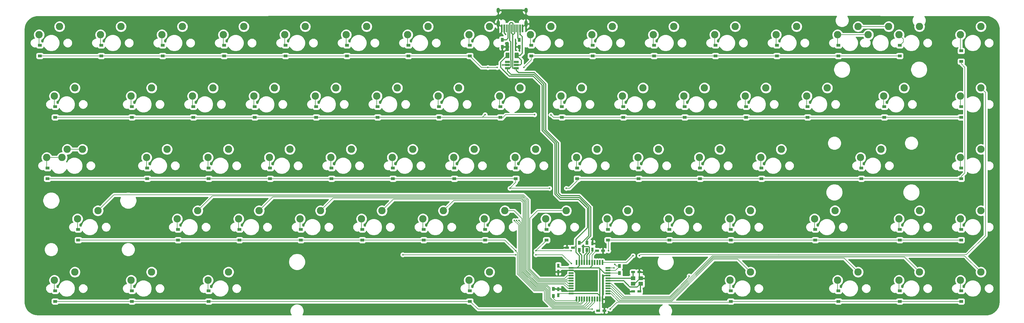
<source format=gbl>
%TF.GenerationSoftware,KiCad,Pcbnew,(5.1.8)-1*%
%TF.CreationDate,2020-12-06T22:59:07+09:00*%
%TF.ProjectId,Kyuu,4b797575-2e6b-4696-9361-645f70636258,rev?*%
%TF.SameCoordinates,Original*%
%TF.FileFunction,Copper,L2,Bot*%
%TF.FilePolarity,Positive*%
%FSLAX46Y46*%
G04 Gerber Fmt 4.6, Leading zero omitted, Abs format (unit mm)*
G04 Created by KiCad (PCBNEW (5.1.8)-1) date 2020-12-06 22:59:07*
%MOMM*%
%LPD*%
G01*
G04 APERTURE LIST*
%TA.AperFunction,SMDPad,CuDef*%
%ADD10R,0.600000X2.450000*%
%TD*%
%TA.AperFunction,SMDPad,CuDef*%
%ADD11R,0.300000X2.450000*%
%TD*%
%TA.AperFunction,ComponentPad*%
%ADD12O,1.000000X2.100000*%
%TD*%
%TA.AperFunction,ComponentPad*%
%ADD13O,1.000000X1.600000*%
%TD*%
%TA.AperFunction,SMDPad,CuDef*%
%ADD14R,1.560000X0.650000*%
%TD*%
%TA.AperFunction,SMDPad,CuDef*%
%ADD15R,1.200000X0.900000*%
%TD*%
%TA.AperFunction,ComponentPad*%
%ADD16C,2.286000*%
%TD*%
%TA.AperFunction,SMDPad,CuDef*%
%ADD17R,0.750000X1.200000*%
%TD*%
%TA.AperFunction,SMDPad,CuDef*%
%ADD18R,1.200000X0.750000*%
%TD*%
%TA.AperFunction,SMDPad,CuDef*%
%ADD19R,0.900000X1.200000*%
%TD*%
%TA.AperFunction,SMDPad,CuDef*%
%ADD20R,0.550000X1.500000*%
%TD*%
%TA.AperFunction,SMDPad,CuDef*%
%ADD21R,1.500000X0.550000*%
%TD*%
%TA.AperFunction,SMDPad,CuDef*%
%ADD22R,1.400000X1.200000*%
%TD*%
%TA.AperFunction,ViaPad*%
%ADD23C,0.500000*%
%TD*%
%TA.AperFunction,Conductor*%
%ADD24C,0.300000*%
%TD*%
%TA.AperFunction,Conductor*%
%ADD25C,0.200000*%
%TD*%
%TA.AperFunction,Conductor*%
%ADD26C,0.150000*%
%TD*%
%TA.AperFunction,Conductor*%
%ADD27C,0.254000*%
%TD*%
%TA.AperFunction,Conductor*%
%ADD28C,0.100000*%
%TD*%
G04 APERTURE END LIST*
D10*
%TO.P,USB1,12*%
%TO.N,GND*%
X236625000Y-100250000D03*
%TO.P,USB1,1*%
X230175000Y-100250000D03*
%TO.P,USB1,11*%
%TO.N,VBUS*%
X235850000Y-100250000D03*
%TO.P,USB1,2*%
X230950000Y-100250000D03*
D11*
%TO.P,USB1,3*%
%TO.N,Net-(USB1-Pad3)*%
X231650000Y-100250000D03*
%TO.P,USB1,10*%
%TO.N,Net-(R2-Pad1)*%
X235150000Y-100250000D03*
%TO.P,USB1,4*%
%TO.N,Net-(R1-Pad1)*%
X232150000Y-100250000D03*
%TO.P,USB1,9*%
%TO.N,Net-(USB1-Pad9)*%
X234650000Y-100250000D03*
%TO.P,USB1,5*%
%TO.N,/D-*%
X232650000Y-100250000D03*
%TO.P,USB1,8*%
%TO.N,/D+*%
X234150000Y-100250000D03*
%TO.P,USB1,7*%
%TO.N,/D-*%
X233650000Y-100250000D03*
%TO.P,USB1,6*%
%TO.N,/D+*%
X233150000Y-100250000D03*
D12*
%TO.P,USB1,13*%
%TO.N,GND*%
X229080000Y-98835000D03*
X237720000Y-98835000D03*
D13*
X229080000Y-94655000D03*
X237720000Y-94655000D03*
%TD*%
D14*
%TO.P,U2,5*%
%TO.N,VBUS*%
X234680800Y-111643200D03*
%TO.P,U2,6*%
%TO.N,/D+*%
X234680800Y-112593200D03*
%TO.P,U2,4*%
%TO.N,Net-(U2-Pad4)*%
X234680800Y-110693200D03*
%TO.P,U2,3*%
%TO.N,Net-(U2-Pad3)*%
X231980800Y-110693200D03*
%TO.P,U2,2*%
%TO.N,GND*%
X231980800Y-111643200D03*
%TO.P,U2,1*%
%TO.N,/D-*%
X231980800Y-112593200D03*
%TD*%
%TO.P,F1,2*%
%TO.N,VBUS*%
%TA.AperFunction,SMDPad,CuDef*%
G36*
G01*
X234156600Y-109271000D02*
X234156600Y-108021000D01*
G75*
G02*
X234406600Y-107771000I250000J0D01*
G01*
X235156600Y-107771000D01*
G75*
G02*
X235406600Y-108021000I0J-250000D01*
G01*
X235406600Y-109271000D01*
G75*
G02*
X235156600Y-109521000I-250000J0D01*
G01*
X234406600Y-109521000D01*
G75*
G02*
X234156600Y-109271000I0J250000D01*
G01*
G37*
%TD.AperFunction*%
%TO.P,F1,1*%
%TO.N,+5V*%
%TA.AperFunction,SMDPad,CuDef*%
G36*
G01*
X231356600Y-109271000D02*
X231356600Y-108021000D01*
G75*
G02*
X231606600Y-107771000I250000J0D01*
G01*
X232356600Y-107771000D01*
G75*
G02*
X232606600Y-108021000I0J-250000D01*
G01*
X232606600Y-109271000D01*
G75*
G02*
X232356600Y-109521000I-250000J0D01*
G01*
X231606600Y-109521000D01*
G75*
G02*
X231356600Y-109271000I0J250000D01*
G01*
G37*
%TD.AperFunction*%
%TD*%
D15*
%TO.P,D44,1*%
%TO.N,/row2*%
X372662500Y-110550000D03*
%TO.P,D44,2*%
%TO.N,Net-(D44-Pad2)*%
X372662500Y-107250000D03*
%TD*%
D16*
%TO.P,K42,1*%
%TO.N,/col13*%
X378777500Y-99695000D03*
%TO.P,K42,2*%
%TO.N,Net-(D44-Pad2)*%
X372427500Y-102235000D03*
%TD*%
%TO.P,K35,1*%
%TO.N,/col6*%
X221615000Y-137795000D03*
%TO.P,K35,2*%
%TO.N,Net-(D37-Pad2)*%
X215265000Y-140335000D03*
%TD*%
%TO.P,K59,1*%
%TO.N,/col2*%
X145415000Y-175895000D03*
%TO.P,K59,2*%
%TO.N,Net-(D61-Pad2)*%
X139065000Y-178435000D03*
%TD*%
%TO.P,K42,1*%
%TO.N,/col13*%
X378777500Y-137795000D03*
%TO.P,K42,2*%
%TO.N,Net-(D44-Pad2)*%
X372427500Y-140335000D03*
%TD*%
%TO.P,K17,1*%
%TO.N,/col2*%
X140652500Y-118745000D03*
%TO.P,K17,2*%
%TO.N,Net-(D18-Pad2)*%
X134302500Y-121285000D03*
%TD*%
%TO.P,K24,1*%
%TO.N,/col9*%
X274002500Y-118745000D03*
%TO.P,K24,2*%
%TO.N,Net-(D25-Pad2)*%
X267652500Y-121285000D03*
%TD*%
%TO.P,K2,1*%
%TO.N,/col2*%
X131127500Y-99695000D03*
%TO.P,K2,2*%
%TO.N,Net-(D3-Pad2)*%
X124777500Y-102235000D03*
%TD*%
D17*
%TO.P,C1,1*%
%TO.N,GND*%
X247706250Y-175806250D03*
%TO.P,C1,2*%
%TO.N,+5V*%
X247706250Y-173906250D03*
%TD*%
%TO.P,C2,1*%
%TO.N,GND*%
X247706250Y-181206250D03*
%TO.P,C2,2*%
%TO.N,+5V*%
X247706250Y-183106250D03*
%TD*%
D18*
%TO.P,C3,1*%
%TO.N,GND*%
X262006250Y-187906250D03*
%TO.P,C3,2*%
%TO.N,+5V*%
X260106250Y-187906250D03*
%TD*%
%TO.P,C4,1*%
%TO.N,GND*%
X261606250Y-169306250D03*
%TO.P,C4,2*%
%TO.N,+5V*%
X259706250Y-169306250D03*
%TD*%
%TO.P,C5,1*%
%TO.N,GND*%
X250406250Y-168306250D03*
%TO.P,C5,2*%
%TO.N,+5V*%
X252306250Y-168306250D03*
%TD*%
D17*
%TO.P,C6,1*%
%TO.N,Net-(C6-Pad1)*%
X258306250Y-168906250D03*
%TO.P,C6,2*%
%TO.N,GND*%
X258306250Y-167006250D03*
%TD*%
D18*
%TO.P,C7,1*%
%TO.N,Net-(C7-Pad1)*%
X270956250Y-175906250D03*
%TO.P,C7,2*%
%TO.N,GND*%
X272856250Y-175906250D03*
%TD*%
%TO.P,C8,1*%
%TO.N,Net-(C8-Pad1)*%
X272856250Y-181906250D03*
%TO.P,C8,2*%
%TO.N,GND*%
X270956250Y-181906250D03*
%TD*%
D16*
%TO.P,K0,1*%
%TO.N,/col0*%
X93027500Y-99695000D03*
%TO.P,K0,2*%
%TO.N,Net-(D1-Pad2)*%
X86677500Y-102235000D03*
%TD*%
%TO.P,K1,1*%
%TO.N,/col1*%
X112077500Y-99695000D03*
%TO.P,K1,2*%
%TO.N,Net-(D2-Pad2)*%
X105727500Y-102235000D03*
%TD*%
%TO.P,K3,1*%
%TO.N,/col3*%
X150177500Y-99695000D03*
%TO.P,K3,2*%
%TO.N,Net-(D4-Pad2)*%
X143827500Y-102235000D03*
%TD*%
%TO.P,K4,1*%
%TO.N,/col4*%
X169227500Y-99695000D03*
%TO.P,K4,2*%
%TO.N,Net-(D5-Pad2)*%
X162877500Y-102235000D03*
%TD*%
%TO.P,K5,1*%
%TO.N,/col5*%
X188277500Y-99695000D03*
%TO.P,K5,2*%
%TO.N,Net-(D6-Pad2)*%
X181927500Y-102235000D03*
%TD*%
%TO.P,K6,1*%
%TO.N,/col6*%
X207327500Y-99695000D03*
%TO.P,K6,2*%
%TO.N,Net-(D7-Pad2)*%
X200977500Y-102235000D03*
%TD*%
%TO.P,K7,1*%
%TO.N,/col7*%
X226377500Y-99695000D03*
%TO.P,K7,2*%
%TO.N,Net-(D8-Pad2)*%
X220027500Y-102235000D03*
%TD*%
%TO.P,K8,1*%
%TO.N,/col8*%
X245427500Y-99695000D03*
%TO.P,K8,2*%
%TO.N,Net-(D9-Pad2)*%
X239077500Y-102235000D03*
%TD*%
%TO.P,K9,1*%
%TO.N,/col9*%
X264477500Y-99695000D03*
%TO.P,K9,2*%
%TO.N,Net-(D10-Pad2)*%
X258127500Y-102235000D03*
%TD*%
%TO.P,K10,1*%
%TO.N,/col10*%
X283527500Y-99695000D03*
%TO.P,K10,2*%
%TO.N,Net-(D11-Pad2)*%
X277177500Y-102235000D03*
%TD*%
%TO.P,K11,1*%
%TO.N,/col11*%
X302577500Y-99695000D03*
%TO.P,K11,2*%
%TO.N,Net-(D12-Pad2)*%
X296227500Y-102235000D03*
%TD*%
%TO.P,K12,1*%
%TO.N,/col12*%
X321627500Y-99695000D03*
%TO.P,K12,2*%
%TO.N,Net-(D13-Pad2)*%
X315277500Y-102235000D03*
%TD*%
%TO.P,K13,1*%
%TO.N,/col13*%
X350202500Y-99695000D03*
%TO.P,K13,2*%
%TO.N,Net-(D14-Pad2)*%
X343852500Y-102235000D03*
%TD*%
%TO.P,K13_1,1*%
%TO.N,/col13*%
X340677500Y-99695000D03*
%TO.P,K13_1,2*%
%TO.N,Net-(D14-Pad2)*%
X334327500Y-102235000D03*
%TD*%
%TO.P,K14,1*%
%TO.N,/col14*%
X359727500Y-99695000D03*
%TO.P,K14,2*%
%TO.N,Net-(D15-Pad2)*%
X353377500Y-102235000D03*
%TD*%
%TO.P,K15,1*%
%TO.N,/col0*%
X97790000Y-118745000D03*
%TO.P,K15,2*%
%TO.N,Net-(D16-Pad2)*%
X91440000Y-121285000D03*
%TD*%
%TO.P,K16,1*%
%TO.N,/col1*%
X121602500Y-118745000D03*
%TO.P,K16,2*%
%TO.N,Net-(D17-Pad2)*%
X115252500Y-121285000D03*
%TD*%
%TO.P,K18,1*%
%TO.N,/col3*%
X159702500Y-118745000D03*
%TO.P,K18,2*%
%TO.N,Net-(D19-Pad2)*%
X153352500Y-121285000D03*
%TD*%
%TO.P,K19,1*%
%TO.N,/col4*%
X178752500Y-118745000D03*
%TO.P,K19,2*%
%TO.N,Net-(D20-Pad2)*%
X172402500Y-121285000D03*
%TD*%
%TO.P,K20,1*%
%TO.N,/col5*%
X197802500Y-118745000D03*
%TO.P,K20,2*%
%TO.N,Net-(D21-Pad2)*%
X191452500Y-121285000D03*
%TD*%
%TO.P,K21,1*%
%TO.N,/col6*%
X216852500Y-118745000D03*
%TO.P,K21,2*%
%TO.N,Net-(D22-Pad2)*%
X210502500Y-121285000D03*
%TD*%
%TO.P,K22,1*%
%TO.N,/col7*%
X235902500Y-118745000D03*
%TO.P,K22,2*%
%TO.N,Net-(D23-Pad2)*%
X229552500Y-121285000D03*
%TD*%
%TO.P,K23,1*%
%TO.N,/col8*%
X254952500Y-118745000D03*
%TO.P,K23,2*%
%TO.N,Net-(D24-Pad2)*%
X248602500Y-121285000D03*
%TD*%
%TO.P,K25,1*%
%TO.N,/col10*%
X293052500Y-118745000D03*
%TO.P,K25,2*%
%TO.N,Net-(D26-Pad2)*%
X286702500Y-121285000D03*
%TD*%
%TO.P,K26,1*%
%TO.N,/col11*%
X312102500Y-118745000D03*
%TO.P,K26,2*%
%TO.N,Net-(D27-Pad2)*%
X305752500Y-121285000D03*
%TD*%
%TO.P,K29,1*%
%TO.N,/col0*%
X100171250Y-137795000D03*
%TO.P,K29,2*%
%TO.N,Net-(D31-Pad2)*%
X93821250Y-140335000D03*
%TD*%
%TO.P,K29_1,1*%
%TO.N,/col0*%
X95408750Y-137795000D03*
%TO.P,K29_1,2*%
%TO.N,Net-(D31-Pad2)*%
X89058750Y-140335000D03*
%TD*%
%TO.P,K30,1*%
%TO.N,/col1*%
X126365000Y-137795000D03*
%TO.P,K30,2*%
%TO.N,Net-(D32-Pad2)*%
X120015000Y-140335000D03*
%TD*%
%TO.P,K31,1*%
%TO.N,/col2*%
X145415000Y-137795000D03*
%TO.P,K31,2*%
%TO.N,Net-(D33-Pad2)*%
X139065000Y-140335000D03*
%TD*%
%TO.P,K32,1*%
%TO.N,/col3*%
X164465000Y-137795000D03*
%TO.P,K32,2*%
%TO.N,Net-(D34-Pad2)*%
X158115000Y-140335000D03*
%TD*%
%TO.P,K33,1*%
%TO.N,/col4*%
X183515000Y-137795000D03*
%TO.P,K33,2*%
%TO.N,Net-(D35-Pad2)*%
X177165000Y-140335000D03*
%TD*%
%TO.P,K34,1*%
%TO.N,/col5*%
X202565000Y-137795000D03*
%TO.P,K34,2*%
%TO.N,Net-(D36-Pad2)*%
X196215000Y-140335000D03*
%TD*%
%TO.P,K36,1*%
%TO.N,/col7*%
X240665000Y-137795000D03*
%TO.P,K36,2*%
%TO.N,Net-(D38-Pad2)*%
X234315000Y-140335000D03*
%TD*%
%TO.P,K37,1*%
%TO.N,/col8*%
X259715000Y-137795000D03*
%TO.P,K37,2*%
%TO.N,Net-(D39-Pad2)*%
X253365000Y-140335000D03*
%TD*%
%TO.P,K38,1*%
%TO.N,/col9*%
X278765000Y-137795000D03*
%TO.P,K38,2*%
%TO.N,Net-(D40-Pad2)*%
X272415000Y-140335000D03*
%TD*%
%TO.P,K39,1*%
%TO.N,/col10*%
X297815000Y-137795000D03*
%TO.P,K39,2*%
%TO.N,Net-(D41-Pad2)*%
X291465000Y-140335000D03*
%TD*%
%TO.P,K40,1*%
%TO.N,/col11*%
X316865000Y-137795000D03*
%TO.P,K40,2*%
%TO.N,Net-(D42-Pad2)*%
X310515000Y-140335000D03*
%TD*%
%TO.P,K41,1*%
%TO.N,/col12*%
X347821250Y-137795000D03*
%TO.P,K41,2*%
%TO.N,Net-(D43-Pad2)*%
X341471250Y-140335000D03*
%TD*%
%TO.P,K44,1*%
%TO.N,/col1*%
X135890000Y-156845000D03*
%TO.P,K44,2*%
%TO.N,Net-(D46-Pad2)*%
X129540000Y-159385000D03*
%TD*%
%TO.P,K45,1*%
%TO.N,/col2*%
X154940000Y-156845000D03*
%TO.P,K45,2*%
%TO.N,Net-(D47-Pad2)*%
X148590000Y-159385000D03*
%TD*%
%TO.P,K46,1*%
%TO.N,/col3*%
X173990000Y-156845000D03*
%TO.P,K46,2*%
%TO.N,Net-(D48-Pad2)*%
X167640000Y-159385000D03*
%TD*%
%TO.P,K47,1*%
%TO.N,/col4*%
X193040000Y-156845000D03*
%TO.P,K47,2*%
%TO.N,Net-(D49-Pad2)*%
X186690000Y-159385000D03*
%TD*%
%TO.P,K48,1*%
%TO.N,/col5*%
X212090000Y-156845000D03*
%TO.P,K48,2*%
%TO.N,Net-(D50-Pad2)*%
X205740000Y-159385000D03*
%TD*%
%TO.P,K49,1*%
%TO.N,/col6*%
X231140000Y-156845000D03*
%TO.P,K49,2*%
%TO.N,Net-(D51-Pad2)*%
X224790000Y-159385000D03*
%TD*%
%TO.P,K50,1*%
%TO.N,/col7*%
X250190000Y-156845000D03*
%TO.P,K50,2*%
%TO.N,Net-(D52-Pad2)*%
X243840000Y-159385000D03*
%TD*%
%TO.P,K51,1*%
%TO.N,/col8*%
X269240000Y-156845000D03*
%TO.P,K51,2*%
%TO.N,Net-(D53-Pad2)*%
X262890000Y-159385000D03*
%TD*%
%TO.P,K52,1*%
%TO.N,/col9*%
X288290000Y-156845000D03*
%TO.P,K52,2*%
%TO.N,Net-(D54-Pad2)*%
X281940000Y-159385000D03*
%TD*%
%TO.P,K53,1*%
%TO.N,/col10*%
X307340000Y-156845000D03*
%TO.P,K53,2*%
%TO.N,Net-(D55-Pad2)*%
X300990000Y-159385000D03*
%TD*%
%TO.P,K54,1*%
%TO.N,/col11*%
X333533750Y-156845000D03*
%TO.P,K54,2*%
%TO.N,Net-(D56-Pad2)*%
X327183750Y-159385000D03*
%TD*%
%TO.P,K55,1*%
%TO.N,/col12*%
X359727500Y-156845000D03*
%TO.P,K55,2*%
%TO.N,Net-(D57-Pad2)*%
X353377500Y-159385000D03*
%TD*%
%TO.P,K62,1*%
%TO.N,/col11*%
X340677500Y-175895000D03*
%TO.P,K62,2*%
%TO.N,Net-(D64-Pad2)*%
X334327500Y-178435000D03*
%TD*%
%TO.P,K63,1*%
%TO.N,/col12*%
X359727500Y-175895000D03*
%TO.P,K63,2*%
%TO.N,Net-(D65-Pad2)*%
X353377500Y-178435000D03*
%TD*%
%TO.P,K64,1*%
%TO.N,/col13*%
X378777500Y-175895000D03*
%TO.P,K64,2*%
%TO.N,Net-(D66-Pad2)*%
X372427500Y-178435000D03*
%TD*%
D19*
%TO.P,R1,1*%
%TO.N,Net-(R1-Pad1)*%
X230356250Y-103806250D03*
%TO.P,R1,2*%
%TO.N,GND*%
X230356250Y-106006250D03*
%TD*%
%TO.P,R2,1*%
%TO.N,Net-(R2-Pad1)*%
X235616800Y-103786800D03*
%TO.P,R2,2*%
%TO.N,GND*%
X235616800Y-105986800D03*
%TD*%
%TO.P,R3,1*%
%TO.N,/D-*%
X254200000Y-166800000D03*
%TO.P,R3,2*%
%TO.N,Net-(R3-Pad2)*%
X254200000Y-169000000D03*
%TD*%
%TO.P,R4,1*%
%TO.N,/D+*%
X256600000Y-166800000D03*
%TO.P,R4,2*%
%TO.N,Net-(R4-Pad2)*%
X256600000Y-169000000D03*
%TD*%
%TO.P,R5,1*%
%TO.N,+5V*%
X266700000Y-176212500D03*
%TO.P,R5,2*%
%TO.N,Net-(R5-Pad2)*%
X266700000Y-174012500D03*
%TD*%
%TO.P,R6,1*%
%TO.N,GND*%
X246200000Y-181100000D03*
%TO.P,R6,2*%
%TO.N,Net-(R6-Pad2)*%
X246200000Y-183300000D03*
%TD*%
D20*
%TO.P,U1,1*%
%TO.N,Net-(U1-Pad1)*%
X253400000Y-172893750D03*
%TO.P,U1,2*%
%TO.N,+5V*%
X254200000Y-172893750D03*
%TO.P,U1,3*%
%TO.N,Net-(R3-Pad2)*%
X255000000Y-172893750D03*
%TO.P,U1,4*%
%TO.N,Net-(R4-Pad2)*%
X255800000Y-172893750D03*
%TO.P,U1,5*%
%TO.N,GND*%
X256600000Y-172893750D03*
%TO.P,U1,6*%
%TO.N,Net-(C6-Pad1)*%
X257400000Y-172893750D03*
%TO.P,U1,7*%
%TO.N,+5V*%
X258200000Y-172893750D03*
%TO.P,U1,8*%
%TO.N,Net-(U1-Pad8)*%
X259000000Y-172893750D03*
%TO.P,U1,9*%
%TO.N,Net-(U1-Pad9)*%
X259800000Y-172893750D03*
%TO.P,U1,10*%
%TO.N,Net-(U1-Pad10)*%
X260600000Y-172893750D03*
%TO.P,U1,11*%
%TO.N,/col14*%
X261400000Y-172893750D03*
D21*
%TO.P,U1,12*%
%TO.N,/col8*%
X263100000Y-174593750D03*
%TO.P,U1,13*%
%TO.N,Net-(R5-Pad2)*%
X263100000Y-175393750D03*
%TO.P,U1,14*%
%TO.N,+5V*%
X263100000Y-176193750D03*
%TO.P,U1,15*%
%TO.N,GND*%
X263100000Y-176993750D03*
%TO.P,U1,16*%
%TO.N,Net-(C7-Pad1)*%
X263100000Y-177793750D03*
%TO.P,U1,17*%
%TO.N,Net-(C8-Pad1)*%
X263100000Y-178593750D03*
%TO.P,U1,18*%
%TO.N,/col9*%
X263100000Y-179393750D03*
%TO.P,U1,19*%
%TO.N,/col13*%
X263100000Y-180193750D03*
%TO.P,U1,20*%
%TO.N,/col12*%
X263100000Y-180993750D03*
%TO.P,U1,21*%
%TO.N,/col11*%
X263100000Y-181793750D03*
%TO.P,U1,22*%
%TO.N,/col10*%
X263100000Y-182593750D03*
D20*
%TO.P,U1,23*%
%TO.N,GND*%
X261400000Y-184293750D03*
%TO.P,U1,24*%
%TO.N,+5V*%
X260600000Y-184293750D03*
%TO.P,U1,25*%
%TO.N,Net-(U1-Pad25)*%
X259800000Y-184293750D03*
%TO.P,U1,26*%
%TO.N,/row4*%
X259000000Y-184293750D03*
%TO.P,U1,27*%
%TO.N,/row3*%
X258200000Y-184293750D03*
%TO.P,U1,28*%
%TO.N,/row2*%
X257400000Y-184293750D03*
%TO.P,U1,29*%
%TO.N,/row1*%
X256600000Y-184293750D03*
%TO.P,U1,30*%
%TO.N,/row0*%
X255800000Y-184293750D03*
%TO.P,U1,31*%
%TO.N,/col6*%
X255000000Y-184293750D03*
%TO.P,U1,32*%
%TO.N,/col5*%
X254200000Y-184293750D03*
%TO.P,U1,33*%
%TO.N,Net-(R6-Pad2)*%
X253400000Y-184293750D03*
D21*
%TO.P,U1,34*%
%TO.N,+5V*%
X251700000Y-182593750D03*
%TO.P,U1,35*%
%TO.N,GND*%
X251700000Y-181793750D03*
%TO.P,U1,36*%
%TO.N,/col4*%
X251700000Y-180993750D03*
%TO.P,U1,37*%
%TO.N,/col3*%
X251700000Y-180193750D03*
%TO.P,U1,38*%
%TO.N,/col2*%
X251700000Y-179393750D03*
%TO.P,U1,39*%
%TO.N,/col1*%
X251700000Y-178593750D03*
%TO.P,U1,40*%
%TO.N,/col0*%
X251700000Y-177793750D03*
%TO.P,U1,41*%
%TO.N,/col7*%
X251700000Y-176993750D03*
%TO.P,U1,42*%
%TO.N,Net-(U1-Pad42)*%
X251700000Y-176193750D03*
%TO.P,U1,43*%
%TO.N,GND*%
X251700000Y-175393750D03*
%TO.P,U1,44*%
%TO.N,+5V*%
X251700000Y-174593750D03*
%TD*%
D22*
%TO.P,X1,3*%
%TO.N,GND*%
X270906250Y-179556250D03*
%TO.P,X1,2*%
%TO.N,Net-(C8-Pad1)*%
X273306250Y-179556250D03*
%TO.P,X1,1*%
%TO.N,Net-(C7-Pad1)*%
X270906250Y-177856250D03*
%TO.P,X1,3*%
%TO.N,GND*%
X273306250Y-177856250D03*
%TD*%
D16*
%TO.P,KOOPS1,1*%
%TO.N,/col14*%
X378777500Y-118745000D03*
%TO.P,KOOPS1,2*%
%TO.N,Net-(D30-Pad2)*%
X372427500Y-121285000D03*
%TD*%
%TO.P,K27,1*%
%TO.N,/col12*%
X331152500Y-118745000D03*
%TO.P,K27,2*%
%TO.N,Net-(D28-Pad2)*%
X324802500Y-121285000D03*
%TD*%
%TO.P,K28,1*%
%TO.N,/col13*%
X354965000Y-118745000D03*
%TO.P,K28,2*%
%TO.N,Net-(D29-Pad2)*%
X348615000Y-121285000D03*
%TD*%
%TO.P,K56,1*%
%TO.N,/col13*%
X378777500Y-156845000D03*
%TO.P,K56,2*%
%TO.N,Net-(D58-Pad2)*%
X372427500Y-159385000D03*
%TD*%
%TO.P,K57,1*%
%TO.N,/col0*%
X97790000Y-175895000D03*
%TO.P,K57,2*%
%TO.N,Net-(D59-Pad2)*%
X91440000Y-178435000D03*
%TD*%
%TO.P,K58,1*%
%TO.N,/col1*%
X121602500Y-175895000D03*
%TO.P,K58,2*%
%TO.N,Net-(D60-Pad2)*%
X115252500Y-178435000D03*
%TD*%
%TO.P,K61,1*%
%TO.N,/col10*%
X307340000Y-175895000D03*
%TO.P,K61,2*%
%TO.N,Net-(D63-Pad2)*%
X300990000Y-178435000D03*
%TD*%
%TO.P,K60,1*%
%TO.N,/col6*%
X226377500Y-175895000D03*
%TO.P,K60,2*%
%TO.N,Net-(D62-Pad2)*%
X220027500Y-178435000D03*
%TD*%
D15*
%TO.P,D1,1*%
%TO.N,/row0*%
X86915698Y-108806340D03*
%TO.P,D1,2*%
%TO.N,Net-(D1-Pad2)*%
X86915698Y-105506340D03*
%TD*%
%TO.P,D2,1*%
%TO.N,/row0*%
X105965714Y-108806340D03*
%TO.P,D2,2*%
%TO.N,Net-(D2-Pad2)*%
X105965714Y-105506340D03*
%TD*%
%TO.P,D3,1*%
%TO.N,/row0*%
X125015625Y-108806250D03*
%TO.P,D3,2*%
%TO.N,Net-(D3-Pad2)*%
X125015625Y-105506250D03*
%TD*%
%TO.P,D4,1*%
%TO.N,/row0*%
X144065625Y-108806250D03*
%TO.P,D4,2*%
%TO.N,Net-(D4-Pad2)*%
X144065625Y-105506250D03*
%TD*%
%TO.P,D5,1*%
%TO.N,/row0*%
X163115625Y-108806250D03*
%TO.P,D5,2*%
%TO.N,Net-(D5-Pad2)*%
X163115625Y-105506250D03*
%TD*%
%TO.P,D6,1*%
%TO.N,/row0*%
X182165625Y-108806250D03*
%TO.P,D6,2*%
%TO.N,Net-(D6-Pad2)*%
X182165625Y-105506250D03*
%TD*%
%TO.P,D7,1*%
%TO.N,/row0*%
X201215625Y-108806250D03*
%TO.P,D7,2*%
%TO.N,Net-(D7-Pad2)*%
X201215625Y-105506250D03*
%TD*%
%TO.P,D8,1*%
%TO.N,/row0*%
X220265625Y-108806250D03*
%TO.P,D8,2*%
%TO.N,Net-(D8-Pad2)*%
X220265625Y-105506250D03*
%TD*%
%TO.P,D9,1*%
%TO.N,/row0*%
X239315625Y-108806250D03*
%TO.P,D9,2*%
%TO.N,Net-(D9-Pad2)*%
X239315625Y-105506250D03*
%TD*%
%TO.P,D10,1*%
%TO.N,/row0*%
X258365625Y-108806250D03*
%TO.P,D10,2*%
%TO.N,Net-(D10-Pad2)*%
X258365625Y-105506250D03*
%TD*%
%TO.P,D11,1*%
%TO.N,/row0*%
X277415625Y-108806250D03*
%TO.P,D11,2*%
%TO.N,Net-(D11-Pad2)*%
X277415625Y-105506250D03*
%TD*%
%TO.P,D12,1*%
%TO.N,/row0*%
X296465625Y-108806250D03*
%TO.P,D12,2*%
%TO.N,Net-(D12-Pad2)*%
X296465625Y-105506250D03*
%TD*%
%TO.P,D13,1*%
%TO.N,/row0*%
X315515625Y-108806250D03*
%TO.P,D13,2*%
%TO.N,Net-(D13-Pad2)*%
X315515625Y-105506250D03*
%TD*%
%TO.P,D14,1*%
%TO.N,/row0*%
X334565625Y-108806250D03*
%TO.P,D14,2*%
%TO.N,Net-(D14-Pad2)*%
X334565625Y-105506250D03*
%TD*%
%TO.P,D15,1*%
%TO.N,/row0*%
X353615625Y-108806250D03*
%TO.P,D15,2*%
%TO.N,Net-(D15-Pad2)*%
X353615625Y-105506250D03*
%TD*%
%TO.P,D16,1*%
%TO.N,/row1*%
X91678125Y-127856250D03*
%TO.P,D16,2*%
%TO.N,Net-(D16-Pad2)*%
X91678125Y-124556250D03*
%TD*%
%TO.P,D17,1*%
%TO.N,/row1*%
X115490625Y-127856250D03*
%TO.P,D17,2*%
%TO.N,Net-(D17-Pad2)*%
X115490625Y-124556250D03*
%TD*%
%TO.P,D18,1*%
%TO.N,/row1*%
X134540625Y-127856250D03*
%TO.P,D18,2*%
%TO.N,Net-(D18-Pad2)*%
X134540625Y-124556250D03*
%TD*%
%TO.P,D19,1*%
%TO.N,/row1*%
X153590625Y-127856250D03*
%TO.P,D19,2*%
%TO.N,Net-(D19-Pad2)*%
X153590625Y-124556250D03*
%TD*%
%TO.P,D20,1*%
%TO.N,/row1*%
X172640625Y-127856250D03*
%TO.P,D20,2*%
%TO.N,Net-(D20-Pad2)*%
X172640625Y-124556250D03*
%TD*%
%TO.P,D21,1*%
%TO.N,/row1*%
X191690625Y-127856250D03*
%TO.P,D21,2*%
%TO.N,Net-(D21-Pad2)*%
X191690625Y-124556250D03*
%TD*%
%TO.P,D22,1*%
%TO.N,/row1*%
X210740625Y-127856250D03*
%TO.P,D22,2*%
%TO.N,Net-(D22-Pad2)*%
X210740625Y-124556250D03*
%TD*%
%TO.P,D23,1*%
%TO.N,/row1*%
X229790625Y-127856250D03*
%TO.P,D23,2*%
%TO.N,Net-(D23-Pad2)*%
X229790625Y-124556250D03*
%TD*%
%TO.P,D24,1*%
%TO.N,/row1*%
X248840625Y-127856250D03*
%TO.P,D24,2*%
%TO.N,Net-(D24-Pad2)*%
X248840625Y-124556250D03*
%TD*%
%TO.P,D25,1*%
%TO.N,/row1*%
X267890625Y-127856250D03*
%TO.P,D25,2*%
%TO.N,Net-(D25-Pad2)*%
X267890625Y-124556250D03*
%TD*%
%TO.P,D26,1*%
%TO.N,/row1*%
X286940625Y-127856250D03*
%TO.P,D26,2*%
%TO.N,Net-(D26-Pad2)*%
X286940625Y-124556250D03*
%TD*%
%TO.P,D27,1*%
%TO.N,/row1*%
X305990625Y-127856250D03*
%TO.P,D27,2*%
%TO.N,Net-(D27-Pad2)*%
X305990625Y-124556250D03*
%TD*%
%TO.P,D28,1*%
%TO.N,/row1*%
X325040625Y-127856250D03*
%TO.P,D28,2*%
%TO.N,Net-(D28-Pad2)*%
X325040625Y-124556250D03*
%TD*%
%TO.P,D29,1*%
%TO.N,/row1*%
X348853125Y-127856250D03*
%TO.P,D29,2*%
%TO.N,Net-(D29-Pad2)*%
X348853125Y-124556250D03*
%TD*%
%TO.P,D30,1*%
%TO.N,/row1*%
X372665625Y-127856250D03*
%TO.P,D30,2*%
%TO.N,Net-(D30-Pad2)*%
X372665625Y-124556250D03*
%TD*%
%TO.P,D31,1*%
%TO.N,/row2*%
X89296875Y-146906250D03*
%TO.P,D31,2*%
%TO.N,Net-(D31-Pad2)*%
X89296875Y-143606250D03*
%TD*%
%TO.P,D32,1*%
%TO.N,/row2*%
X120253125Y-146906250D03*
%TO.P,D32,2*%
%TO.N,Net-(D32-Pad2)*%
X120253125Y-143606250D03*
%TD*%
%TO.P,D33,1*%
%TO.N,/row2*%
X139303125Y-146906250D03*
%TO.P,D33,2*%
%TO.N,Net-(D33-Pad2)*%
X139303125Y-143606250D03*
%TD*%
%TO.P,D34,1*%
%TO.N,/row2*%
X158353125Y-146906250D03*
%TO.P,D34,2*%
%TO.N,Net-(D34-Pad2)*%
X158353125Y-143606250D03*
%TD*%
%TO.P,D35,1*%
%TO.N,/row2*%
X177403125Y-146906250D03*
%TO.P,D35,2*%
%TO.N,Net-(D35-Pad2)*%
X177403125Y-143606250D03*
%TD*%
%TO.P,D36,1*%
%TO.N,/row2*%
X196453125Y-146906250D03*
%TO.P,D36,2*%
%TO.N,Net-(D36-Pad2)*%
X196453125Y-143606250D03*
%TD*%
%TO.P,D37,1*%
%TO.N,/row2*%
X215503125Y-146906250D03*
%TO.P,D37,2*%
%TO.N,Net-(D37-Pad2)*%
X215503125Y-143606250D03*
%TD*%
%TO.P,D38,1*%
%TO.N,/row2*%
X234553125Y-146906250D03*
%TO.P,D38,2*%
%TO.N,Net-(D38-Pad2)*%
X234553125Y-143606250D03*
%TD*%
%TO.P,D39,1*%
%TO.N,/row2*%
X253603125Y-146906250D03*
%TO.P,D39,2*%
%TO.N,Net-(D39-Pad2)*%
X253603125Y-143606250D03*
%TD*%
%TO.P,D40,1*%
%TO.N,/row2*%
X272653125Y-146906250D03*
%TO.P,D40,2*%
%TO.N,Net-(D40-Pad2)*%
X272653125Y-143606250D03*
%TD*%
%TO.P,D41,1*%
%TO.N,/row2*%
X291703125Y-146906250D03*
%TO.P,D41,2*%
%TO.N,Net-(D41-Pad2)*%
X291703125Y-143606250D03*
%TD*%
%TO.P,D42,1*%
%TO.N,/row2*%
X310753125Y-146906250D03*
%TO.P,D42,2*%
%TO.N,Net-(D42-Pad2)*%
X310753125Y-143606250D03*
%TD*%
%TO.P,D43,1*%
%TO.N,/row2*%
X341709375Y-146906250D03*
%TO.P,D43,2*%
%TO.N,Net-(D43-Pad2)*%
X341709375Y-143606250D03*
%TD*%
%TO.P,D44,1*%
%TO.N,/row2*%
X372665625Y-146906250D03*
%TO.P,D44,2*%
%TO.N,Net-(D44-Pad2)*%
X372665625Y-143606250D03*
%TD*%
%TO.P,D45,1*%
%TO.N,/row3*%
X98821875Y-165956250D03*
%TO.P,D45,2*%
%TO.N,Net-(D45-Pad2)*%
X98821875Y-162656250D03*
%TD*%
%TO.P,D46,1*%
%TO.N,/row3*%
X129778125Y-165956250D03*
%TO.P,D46,2*%
%TO.N,Net-(D46-Pad2)*%
X129778125Y-162656250D03*
%TD*%
%TO.P,D47,1*%
%TO.N,/row3*%
X148828125Y-165956250D03*
%TO.P,D47,2*%
%TO.N,Net-(D47-Pad2)*%
X148828125Y-162656250D03*
%TD*%
%TO.P,D48,1*%
%TO.N,/row3*%
X167878125Y-165956250D03*
%TO.P,D48,2*%
%TO.N,Net-(D48-Pad2)*%
X167878125Y-162656250D03*
%TD*%
%TO.P,D49,1*%
%TO.N,/row3*%
X186928125Y-165956250D03*
%TO.P,D49,2*%
%TO.N,Net-(D49-Pad2)*%
X186928125Y-162656250D03*
%TD*%
%TO.P,D50,1*%
%TO.N,/row3*%
X205978125Y-165956250D03*
%TO.P,D50,2*%
%TO.N,Net-(D50-Pad2)*%
X205978125Y-162656250D03*
%TD*%
%TO.P,D51,1*%
%TO.N,/row3*%
X225028125Y-165956250D03*
%TO.P,D51,2*%
%TO.N,Net-(D51-Pad2)*%
X225028125Y-162656250D03*
%TD*%
%TO.P,D52,1*%
%TO.N,/row3*%
X244078125Y-165956250D03*
%TO.P,D52,2*%
%TO.N,Net-(D52-Pad2)*%
X244078125Y-162656250D03*
%TD*%
%TO.P,D53,1*%
%TO.N,/row3*%
X263128125Y-165956250D03*
%TO.P,D53,2*%
%TO.N,Net-(D53-Pad2)*%
X263128125Y-162656250D03*
%TD*%
%TO.P,D54,1*%
%TO.N,/row3*%
X282178125Y-165956250D03*
%TO.P,D54,2*%
%TO.N,Net-(D54-Pad2)*%
X282178125Y-162656250D03*
%TD*%
%TO.P,D55,1*%
%TO.N,/row3*%
X301228125Y-165956250D03*
%TO.P,D55,2*%
%TO.N,Net-(D55-Pad2)*%
X301228125Y-162656250D03*
%TD*%
%TO.P,D56,1*%
%TO.N,/row3*%
X327421875Y-165956250D03*
%TO.P,D56,2*%
%TO.N,Net-(D56-Pad2)*%
X327421875Y-162656250D03*
%TD*%
%TO.P,D57,1*%
%TO.N,/row3*%
X353615625Y-165956250D03*
%TO.P,D57,2*%
%TO.N,Net-(D57-Pad2)*%
X353615625Y-162656250D03*
%TD*%
%TO.P,D58,1*%
%TO.N,/row3*%
X372665625Y-165956250D03*
%TO.P,D58,2*%
%TO.N,Net-(D58-Pad2)*%
X372665625Y-162656250D03*
%TD*%
%TO.P,D59,1*%
%TO.N,/row4*%
X91678125Y-185006250D03*
%TO.P,D59,2*%
%TO.N,Net-(D59-Pad2)*%
X91678125Y-181706250D03*
%TD*%
%TO.P,D60,1*%
%TO.N,/row4*%
X115490625Y-185006250D03*
%TO.P,D60,2*%
%TO.N,Net-(D60-Pad2)*%
X115490625Y-181706250D03*
%TD*%
%TO.P,D61,1*%
%TO.N,/row4*%
X139303125Y-185006250D03*
%TO.P,D61,2*%
%TO.N,Net-(D61-Pad2)*%
X139303125Y-181706250D03*
%TD*%
%TO.P,D62,1*%
%TO.N,/row4*%
X220265625Y-185006250D03*
%TO.P,D62,2*%
%TO.N,Net-(D62-Pad2)*%
X220265625Y-181706250D03*
%TD*%
%TO.P,D63,1*%
%TO.N,/row4*%
X301228125Y-185006250D03*
%TO.P,D63,2*%
%TO.N,Net-(D63-Pad2)*%
X301228125Y-181706250D03*
%TD*%
%TO.P,D64,1*%
%TO.N,/row4*%
X334565625Y-185006250D03*
%TO.P,D64,2*%
%TO.N,Net-(D64-Pad2)*%
X334565625Y-181706250D03*
%TD*%
%TO.P,D65,1*%
%TO.N,/row4*%
X353615625Y-185006250D03*
%TO.P,D65,2*%
%TO.N,Net-(D65-Pad2)*%
X353615625Y-181706250D03*
%TD*%
%TO.P,D66,1*%
%TO.N,/row4*%
X372665625Y-185006250D03*
%TO.P,D66,2*%
%TO.N,Net-(D66-Pad2)*%
X372665625Y-181706250D03*
%TD*%
D16*
%TO.P,K43,1*%
%TO.N,/col0*%
X104933750Y-156845000D03*
%TO.P,K43,2*%
%TO.N,Net-(D45-Pad2)*%
X98583750Y-159385000D03*
%TD*%
D23*
%TO.N,GND*%
X229700000Y-101900000D03*
X261406250Y-185606250D03*
X253606250Y-180937500D03*
X275206250Y-177806250D03*
X269206250Y-181606250D03*
X255406250Y-168006250D03*
X232350000Y-106000000D03*
X234702400Y-105953600D03*
X230486000Y-111643200D03*
%TO.N,/col8*%
X265006250Y-174606250D03*
%TO.N,/col9*%
X288306250Y-177106250D03*
%TO.N,/col14*%
X272906250Y-170806250D03*
X270906250Y-170806250D03*
%TO.N,Net-(R5-Pad2)*%
X199506250Y-170506250D03*
X234506250Y-170506250D03*
X240756250Y-170506250D03*
X251756250Y-173256250D03*
X265256250Y-173506250D03*
%TO.N,/row0*%
X225906250Y-112400000D03*
X235506250Y-159906250D03*
X237090000Y-112354400D03*
X228758800Y-112405200D03*
%TO.N,/row1*%
X245450000Y-127100000D03*
X240350000Y-127050000D03*
X225000000Y-127056250D03*
X234800000Y-159900000D03*
%TO.N,/row2*%
X250200000Y-149900000D03*
X245000000Y-149900000D03*
X232698952Y-149901048D03*
X234100000Y-159900000D03*
%TO.N,/row3*%
X251706250Y-169306250D03*
X263306250Y-169306250D03*
X234500000Y-169306250D03*
X240800000Y-169300000D03*
%TO.N,/row4*%
X263806250Y-187406250D03*
X258206250Y-187406250D03*
%TO.N,VBUS*%
X231400400Y-102092800D03*
X235870800Y-102092800D03*
%TD*%
D24*
%TO.N,GND*%
X230175000Y-99750000D02*
X230175000Y-101425000D01*
X230175000Y-101425000D02*
X229700000Y-101900000D01*
X261400000Y-184293750D02*
X261400000Y-185600000D01*
X261400000Y-185600000D02*
X261406250Y-185606250D01*
X273206250Y-177906250D02*
X275106250Y-177906250D01*
X275106250Y-177906250D02*
X275206250Y-177806250D01*
X270956250Y-181906250D02*
X269506250Y-181906250D01*
X269506250Y-181906250D02*
X269206250Y-181606250D01*
X257406250Y-169783752D02*
X257406250Y-168216248D01*
X257406250Y-168216248D02*
X257196252Y-168006250D01*
X257196252Y-168006250D02*
X255406250Y-168006250D01*
X256600000Y-172893750D02*
X256600000Y-170590002D01*
X256600000Y-170590002D02*
X257406250Y-169783752D01*
X247706250Y-175806250D02*
X248381250Y-175806250D01*
X248381250Y-175806250D02*
X248793750Y-175393750D01*
X248793750Y-175393750D02*
X250650000Y-175393750D01*
X250650000Y-175393750D02*
X251700000Y-175393750D01*
X247706250Y-181206250D02*
X248381250Y-181206250D01*
X248381250Y-181206250D02*
X248968750Y-181793750D01*
X248968750Y-181793750D02*
X250650000Y-181793750D01*
X250650000Y-181793750D02*
X251700000Y-181793750D01*
X253606250Y-176534998D02*
X253606250Y-180937500D01*
X253606250Y-180937500D02*
X252750000Y-181793750D01*
X252750000Y-181793750D02*
X251700000Y-181793750D01*
X251700000Y-175393750D02*
X252465002Y-175393750D01*
X252465002Y-175393750D02*
X253606250Y-176534998D01*
X261400000Y-184293750D02*
X261400000Y-177643750D01*
X261400000Y-177643750D02*
X262050000Y-176993750D01*
X262050000Y-176993750D02*
X263100000Y-176993750D01*
X272856250Y-175906250D02*
X272856250Y-177556250D01*
X272856250Y-177556250D02*
X273206250Y-177906250D01*
X271006250Y-179506250D02*
X271426248Y-179506250D01*
X271426248Y-179506250D02*
X273026248Y-177906250D01*
X273026248Y-177906250D02*
X273206250Y-177906250D01*
D25*
X230356250Y-105856250D02*
X230356250Y-106006250D01*
D24*
X229080000Y-98285000D02*
X229080000Y-98835000D01*
X230175000Y-99930000D02*
X229080000Y-98835000D01*
X230175000Y-100250000D02*
X230175000Y-99930000D01*
X229080000Y-98835000D02*
X229080000Y-94655000D01*
X237720000Y-98835000D02*
X237720000Y-94655000D01*
X236625000Y-99930000D02*
X237720000Y-98835000D01*
X236625000Y-100250000D02*
X236625000Y-99930000D01*
X230362500Y-106000000D02*
X230356250Y-106006250D01*
X231150000Y-106000000D02*
X230362500Y-106000000D01*
X234735600Y-105986800D02*
X234702400Y-105953600D01*
X235616800Y-105986800D02*
X234735600Y-105986800D01*
X231150000Y-106000000D02*
X232350000Y-106000000D01*
X231980800Y-111643200D02*
X230486000Y-111643200D01*
D25*
%TO.N,Net-(C6-Pad1)*%
X258306250Y-168906250D02*
X258306250Y-169706250D01*
X258306250Y-169706250D02*
X257400000Y-170612500D01*
X257400000Y-170612500D02*
X257400000Y-171943750D01*
X257400000Y-171943750D02*
X257400000Y-172893750D01*
D24*
%TO.N,Net-(C7-Pad1)*%
X263100000Y-177793750D02*
X270893750Y-177793750D01*
X270893750Y-177793750D02*
X271006250Y-177906250D01*
X270956250Y-175906250D02*
X270956250Y-177856250D01*
X270956250Y-177856250D02*
X271006250Y-177906250D01*
%TO.N,Net-(C8-Pad1)*%
X263100000Y-178593750D02*
X268013748Y-178593750D01*
X268013748Y-178593750D02*
X269926249Y-180506251D01*
X269926249Y-180506251D02*
X272206249Y-180506251D01*
X272206249Y-180506251D02*
X273206250Y-179506250D01*
X273206250Y-179506250D02*
X273206250Y-181556250D01*
X273206250Y-181556250D02*
X272856250Y-181906250D01*
%TO.N,/D-*%
X257200000Y-155800000D02*
X257200000Y-164600000D01*
X254200000Y-152800000D02*
X257200000Y-155800000D01*
X247200000Y-151600000D02*
X248400000Y-152800000D01*
X255000000Y-166800000D02*
X254200000Y-166800000D01*
X257200000Y-164600000D02*
X255000000Y-166800000D01*
X247200000Y-135856470D02*
X247200000Y-151600000D01*
X248400000Y-152800000D02*
X254200000Y-152800000D01*
X243200000Y-131856470D02*
X247200000Y-135856470D01*
X243200000Y-117600000D02*
X243200000Y-131856470D01*
X240200000Y-114600000D02*
X243200000Y-117600000D01*
X233087200Y-114600000D02*
X240200000Y-114600000D01*
X231980800Y-113493600D02*
X233087200Y-114600000D01*
X231980800Y-112593200D02*
X231980800Y-113493600D01*
X232675802Y-112593200D02*
X231980800Y-112593200D01*
X233006250Y-104456250D02*
X233006250Y-110073648D01*
X232650000Y-104100000D02*
X233006250Y-104456250D01*
X232650000Y-98725000D02*
X232650000Y-104100000D01*
X232875000Y-98500000D02*
X232650000Y-98725000D01*
X233060801Y-112208201D02*
X232675802Y-112593200D01*
X233060801Y-110128199D02*
X233060801Y-112208201D01*
X233006250Y-110073648D02*
X233060801Y-110128199D01*
X233425000Y-98500000D02*
X232875000Y-98500000D01*
X233649999Y-98724999D02*
X233425000Y-98500000D01*
X233650000Y-99750000D02*
X233649999Y-98724999D01*
%TO.N,/D+*%
X248600000Y-152200000D02*
X254236410Y-152200000D01*
X254236410Y-152200000D02*
X257800000Y-155763590D01*
X247779940Y-135800000D02*
X247779940Y-151379940D01*
X247779940Y-151379940D02*
X248600000Y-152200000D01*
X240236410Y-114000000D02*
X243800000Y-117563590D01*
X243800000Y-117563590D02*
X243800000Y-131820060D01*
X257800000Y-164700000D02*
X256600000Y-165900000D01*
X243800000Y-131820060D02*
X247779940Y-135800000D01*
X257800000Y-155763590D02*
X257800000Y-164700000D01*
X256600000Y-165900000D02*
X256600000Y-166800000D01*
X235382800Y-114000000D02*
X235941600Y-114000000D01*
X234680800Y-113298000D02*
X235382800Y-114000000D01*
X234680800Y-112593200D02*
X234680800Y-113298000D01*
X235800000Y-114000000D02*
X235941600Y-114000000D01*
X234680800Y-113218200D02*
X235462600Y-114000000D01*
X234680800Y-112593200D02*
X234680800Y-113218200D01*
X236449600Y-114000000D02*
X240236410Y-114000000D01*
X235462600Y-114000000D02*
X236449600Y-114000000D01*
X235941600Y-114000000D02*
X236449600Y-114000000D01*
X233600000Y-112592400D02*
X233600000Y-102115002D01*
X233600800Y-112593200D02*
X233600000Y-112592400D01*
X234680800Y-112593200D02*
X233600800Y-112593200D01*
X233199999Y-101715001D02*
X233600000Y-102115002D01*
X233150000Y-101665002D02*
X233600000Y-102115002D01*
X233150000Y-100250000D02*
X233150000Y-101665002D01*
X234150000Y-101775000D02*
X233809998Y-102115002D01*
X233809998Y-102115002D02*
X233600000Y-102115002D01*
X234150000Y-100250000D02*
X234150000Y-101775000D01*
D25*
%TO.N,/col0*%
X251700000Y-177793750D02*
X250750000Y-177793750D01*
X250750000Y-177793750D02*
X250287510Y-178256240D01*
X250287510Y-178256240D02*
X241761252Y-178256240D01*
X241761252Y-178256240D02*
X238556240Y-175051228D01*
X236906250Y-151906250D02*
X109872500Y-151906250D01*
X238556240Y-175051228D02*
X238556240Y-153556240D01*
X238556240Y-153556240D02*
X236906250Y-151906250D01*
X109872500Y-151906250D02*
X104933750Y-156845000D01*
X95408750Y-137795000D02*
X100171250Y-137795000D01*
%TO.N,/col1*%
X251700000Y-178593750D02*
X250750000Y-178593750D01*
X250750000Y-178593750D02*
X250737500Y-178606250D01*
X250737500Y-178606250D02*
X241616274Y-178606250D01*
X241616274Y-178606250D02*
X238206230Y-175196206D01*
X238206230Y-175196206D02*
X238206230Y-153706230D01*
X238206230Y-153706230D02*
X236756260Y-152256260D01*
X236756260Y-152256260D02*
X140478740Y-152256260D01*
X140478740Y-152256260D02*
X135890000Y-156845000D01*
%TO.N,/col2*%
X251700000Y-179393750D02*
X250750000Y-179393750D01*
X250750000Y-179393750D02*
X250312510Y-178956260D01*
X250312510Y-178956260D02*
X241471296Y-178956260D01*
X241471296Y-178956260D02*
X237856220Y-175341184D01*
X237856220Y-175341184D02*
X237856220Y-153856220D01*
X237856220Y-153856220D02*
X236606270Y-152606270D01*
X236606270Y-152606270D02*
X159178730Y-152606270D01*
X159178730Y-152606270D02*
X154940000Y-156845000D01*
%TO.N,/col3*%
X237506210Y-154001198D02*
X236905012Y-153400000D01*
X236905012Y-153400000D02*
X236511262Y-153006250D01*
X173990000Y-156845000D02*
X177878720Y-152956280D01*
X177878720Y-152956280D02*
X236461292Y-152956280D01*
X236461292Y-152956280D02*
X236905012Y-153400000D01*
X237506210Y-175486162D02*
X237506210Y-154001198D01*
X242106270Y-179306270D02*
X241326318Y-179306270D01*
X241326318Y-179306270D02*
X237506210Y-175486162D01*
X245206250Y-179306270D02*
X242106270Y-179306270D01*
X249862520Y-179306270D02*
X245206250Y-179306270D01*
X251700000Y-180193750D02*
X250750000Y-180193750D01*
X250750000Y-180193750D02*
X249862520Y-179306270D01*
%TO.N,/col4*%
X251700000Y-180993750D02*
X250750000Y-180993750D01*
X250750000Y-180993750D02*
X249412530Y-179656280D01*
X249412530Y-179656280D02*
X241181340Y-179656280D01*
X236306290Y-153306290D02*
X196578710Y-153306290D01*
X241181340Y-179656280D02*
X237156200Y-175631140D01*
X237156200Y-175631140D02*
X237156200Y-154156200D01*
X237156200Y-154156200D02*
X236306290Y-153306290D01*
X196578710Y-153306290D02*
X193040000Y-156845000D01*
%TO.N,/col6*%
X231140000Y-156845000D02*
X234045000Y-156845000D01*
X234045000Y-156845000D02*
X236456182Y-159256182D01*
X236535084Y-176000000D02*
X236456180Y-175921096D01*
X240891384Y-180356300D02*
X236535084Y-176000000D01*
X236535084Y-176000000D02*
X236456182Y-175921098D01*
X236456182Y-175921098D02*
X236456182Y-159256182D01*
X242206250Y-180356300D02*
X240891384Y-180356300D01*
X244156300Y-180356300D02*
X242206250Y-180356300D01*
X244856240Y-181056240D02*
X244156300Y-180356300D01*
X244856240Y-183951230D02*
X244856240Y-181056240D01*
X246548769Y-185643759D02*
X244856240Y-183951230D01*
X254599991Y-185643759D02*
X246548769Y-185643759D01*
X255000000Y-185243750D02*
X254599991Y-185643759D01*
X255000000Y-184293750D02*
X255000000Y-185243750D01*
%TO.N,/col7*%
X251700000Y-176993750D02*
X250618750Y-176993750D01*
X250618750Y-176993750D02*
X249706270Y-177906230D01*
X249706270Y-177906230D02*
X241906230Y-177906230D01*
X238906250Y-159206250D02*
X241267500Y-156845000D01*
X241906230Y-177906230D02*
X238906250Y-174906250D01*
X238906250Y-174906250D02*
X238906250Y-159206250D01*
X241267500Y-156845000D02*
X250190000Y-156845000D01*
%TO.N,/col8*%
X265006250Y-174606250D02*
X263112500Y-174606250D01*
X263112500Y-174606250D02*
X263100000Y-174593750D01*
%TO.N,/col9*%
X288306250Y-177106250D02*
X288306250Y-177526298D01*
X288306250Y-177526298D02*
X282326338Y-183506210D01*
X282326338Y-183506210D02*
X268162460Y-183506210D01*
X268162460Y-183506210D02*
X264050000Y-179393750D01*
X264050000Y-179393750D02*
X263100000Y-179393750D01*
%TO.N,/col10*%
X263100000Y-182593750D02*
X264050000Y-182593750D01*
X266362500Y-184906250D02*
X282906250Y-184906250D01*
X264050000Y-182593750D02*
X266362500Y-184906250D01*
X282906250Y-184906250D02*
X295906250Y-171906250D01*
X295906250Y-171906250D02*
X303351250Y-171906250D01*
X303351250Y-171906250D02*
X307340000Y-175895000D01*
%TO.N,/col11*%
X263100000Y-181793750D02*
X264050000Y-181793750D01*
X264050000Y-181793750D02*
X266812490Y-184556240D01*
X282761272Y-184556240D02*
X295761272Y-171556240D01*
X266812490Y-184556240D02*
X282761272Y-184556240D01*
X295761272Y-171556240D02*
X336338740Y-171556240D01*
X336338740Y-171556240D02*
X340677500Y-175895000D01*
%TO.N,/col12*%
X263100000Y-180993750D02*
X264050000Y-180993750D01*
X264050000Y-180993750D02*
X267262480Y-184206230D01*
X267262480Y-184206230D02*
X282616294Y-184206230D01*
X282616294Y-184206230D02*
X295616294Y-171206230D01*
X295616294Y-171206230D02*
X355038730Y-171206230D01*
X355038730Y-171206230D02*
X359727500Y-175895000D01*
%TO.N,/col13*%
X263100000Y-180193750D02*
X264050000Y-180193750D01*
X264050000Y-180193750D02*
X267712470Y-183856220D01*
X267712470Y-183856220D02*
X282471316Y-183856220D01*
X282471316Y-183856220D02*
X295471316Y-170856220D01*
X295471316Y-170856220D02*
X373738720Y-170856220D01*
X373738720Y-170856220D02*
X378777500Y-175895000D01*
X340677500Y-99695000D02*
X350202500Y-99695000D01*
%TO.N,/col14*%
X316076099Y-170476099D02*
X374336401Y-170476099D01*
X374336401Y-170476099D02*
X380216599Y-164595901D01*
X380216599Y-164595901D02*
X380216599Y-120184099D01*
X380216599Y-120184099D02*
X378777500Y-118745000D01*
X272906250Y-170806250D02*
X273236401Y-170476099D01*
X273236401Y-170476099D02*
X316076099Y-170476099D01*
X316076099Y-170476099D02*
X316106210Y-170506210D01*
X261400000Y-172893750D02*
X268818750Y-172893750D01*
X268818750Y-172893750D02*
X270906250Y-170806250D01*
%TO.N,/col5*%
X215278700Y-153656300D02*
X236161312Y-153656300D01*
X236161312Y-153656300D02*
X236806190Y-154301178D01*
X212090000Y-156845000D02*
X215278700Y-153656300D01*
X254200000Y-184293750D02*
X254200000Y-184968752D01*
X254200000Y-184968752D02*
X253875001Y-185293751D01*
X246693749Y-185293751D02*
X245206250Y-183806252D01*
X236806190Y-175776118D02*
X236806190Y-154301178D01*
X253875001Y-185293751D02*
X246693749Y-185293751D01*
X244306290Y-180006290D02*
X241036362Y-180006290D01*
X245206250Y-183806252D02*
X245206250Y-180906250D01*
X245206250Y-180906250D02*
X244306290Y-180006290D01*
X241036362Y-180006290D02*
X236806190Y-175776118D01*
D24*
%TO.N,Net-(R3-Pad2)*%
X254200000Y-169000000D02*
X254200000Y-169900000D01*
X254200000Y-169900000D02*
X255000000Y-170700000D01*
X255000000Y-170700000D02*
X255000000Y-171843750D01*
X255000000Y-171843750D02*
X255000000Y-172893750D01*
%TO.N,Net-(R4-Pad2)*%
X256600000Y-169000000D02*
X256600000Y-169900000D01*
X256600000Y-169900000D02*
X255800000Y-170700000D01*
X255800000Y-170700000D02*
X255800000Y-171843750D01*
X255800000Y-171843750D02*
X255800000Y-172893750D01*
D25*
%TO.N,Net-(R5-Pad2)*%
X251756250Y-173256250D02*
X249006250Y-170506250D01*
X249006250Y-170506250D02*
X240756250Y-170506250D01*
X234506250Y-170506250D02*
X199506250Y-170506250D01*
X266700000Y-174012500D02*
X265762500Y-174012500D01*
X265762500Y-174012500D02*
X265256250Y-173506250D01*
D26*
X263100000Y-175393750D02*
X265468750Y-175393750D01*
X265468750Y-175393750D02*
X266700000Y-174162500D01*
X266700000Y-174162500D02*
X266700000Y-174012500D01*
D25*
%TO.N,Net-(R6-Pad2)*%
X246200000Y-183300000D02*
X246200000Y-184100000D01*
X246200000Y-184100000D02*
X246900000Y-184800000D01*
X246900000Y-184800000D02*
X252893750Y-184800000D01*
X252893750Y-184800000D02*
X253400000Y-184293750D01*
%TO.N,/row0*%
X239315625Y-108806250D02*
X258365625Y-108806250D01*
X277415625Y-108806250D02*
X276615625Y-108806250D01*
X276615625Y-108806250D02*
X258365625Y-108806250D01*
X277415625Y-108806250D02*
X278215625Y-108806250D01*
X278215625Y-108806250D02*
X296465625Y-108806250D01*
X315515625Y-108806250D02*
X314715625Y-108806250D01*
X314715625Y-108806250D02*
X296465625Y-108806250D01*
X315515625Y-108806250D02*
X334565625Y-108806250D01*
X353615625Y-108806250D02*
X334565625Y-108806250D01*
X105965714Y-108806340D02*
X86915698Y-108806340D01*
X125015625Y-108806250D02*
X105965804Y-108806250D01*
X105965804Y-108806250D02*
X105965714Y-108806340D01*
X144065625Y-108806250D02*
X143265625Y-108806250D01*
X143265625Y-108806250D02*
X125015625Y-108806250D01*
X162259375Y-108750000D02*
X162203125Y-108806250D01*
X162203125Y-108806250D02*
X144065625Y-108806250D01*
X163115625Y-108806250D02*
X162315625Y-108806250D01*
X162315625Y-108806250D02*
X162259375Y-108750000D01*
X182165625Y-108806250D02*
X181365625Y-108806250D01*
X181365625Y-108806250D02*
X163115625Y-108806250D01*
X182165625Y-108806250D02*
X182965625Y-108806250D01*
X182965625Y-108806250D02*
X201215625Y-108806250D01*
X220265625Y-108806250D02*
X201215625Y-108806250D01*
X200965625Y-108756250D02*
X201565625Y-108756250D01*
X246403791Y-185993769D02*
X244506230Y-184096208D01*
X254744969Y-185993769D02*
X246403791Y-185993769D01*
X255800000Y-184938738D02*
X254744969Y-185993769D01*
X244506230Y-181406230D02*
X243806310Y-180706310D01*
X244506230Y-184096208D02*
X244506230Y-181406230D01*
X243806310Y-180706310D02*
X242206250Y-180706310D01*
X240746406Y-180706310D02*
X236106172Y-176066076D01*
X242206250Y-180706310D02*
X240746406Y-180706310D01*
X236106172Y-176066076D02*
X236106172Y-161906250D01*
X236106172Y-160506172D02*
X235506250Y-159906250D01*
X236106172Y-161906250D02*
X236106172Y-160506172D01*
X255800000Y-184293750D02*
X255800000Y-184938738D01*
X239315625Y-108806250D02*
X239315625Y-110128775D01*
X239315625Y-110128775D02*
X237090000Y-112354400D01*
X223859375Y-112400000D02*
X220265625Y-108806250D01*
X225906250Y-112400000D02*
X223859375Y-112400000D01*
X228753600Y-112400000D02*
X228758800Y-112405200D01*
X225906250Y-112400000D02*
X228753600Y-112400000D01*
%TO.N,/row1*%
X372665625Y-127856250D02*
X371865625Y-127856250D01*
X371865625Y-127856250D02*
X348853125Y-127856250D01*
X325040625Y-127856250D02*
X348853125Y-127856250D01*
X325040625Y-127856250D02*
X305990625Y-127856250D01*
X286940625Y-127856250D02*
X287740625Y-127856250D01*
X287740625Y-127856250D02*
X305990625Y-127856250D01*
X267890625Y-127856250D02*
X268690625Y-127856250D01*
X268690625Y-127856250D02*
X286940625Y-127856250D01*
X248840625Y-127856250D02*
X246206250Y-127856250D01*
X246206250Y-127856250D02*
X245450000Y-127100000D01*
X248840625Y-127856250D02*
X267890625Y-127856250D01*
X231750000Y-127056250D02*
X240343750Y-127056250D01*
X229790625Y-127856250D02*
X230590625Y-127856250D01*
X230590625Y-127856250D02*
X231390625Y-127056250D01*
X231390625Y-127056250D02*
X231750000Y-127056250D01*
X210740625Y-127856250D02*
X224000000Y-127856250D01*
X224000000Y-127856250D02*
X224200000Y-127856250D01*
X229790625Y-127856250D02*
X224000000Y-127856250D01*
X224200000Y-127856250D02*
X225000000Y-127056250D01*
X191690625Y-127856250D02*
X192490625Y-127856250D01*
X192490625Y-127856250D02*
X210740625Y-127856250D01*
X172640625Y-127856250D02*
X173440625Y-127856250D01*
X173440625Y-127856250D02*
X191690625Y-127856250D01*
X153590625Y-127856250D02*
X154390625Y-127856250D01*
X154390625Y-127856250D02*
X172640625Y-127856250D01*
X134540625Y-127856250D02*
X153590625Y-127856250D01*
X115490625Y-127856250D02*
X134540625Y-127856250D01*
X91678125Y-127856250D02*
X92478125Y-127856250D01*
X92478125Y-127856250D02*
X115490625Y-127856250D01*
X240343750Y-127056250D02*
X240350000Y-127050000D01*
X256600000Y-184293750D02*
X256600000Y-185243750D01*
X256600000Y-185243750D02*
X255499971Y-186343779D01*
X255499971Y-186343779D02*
X246258813Y-186343779D01*
X246258813Y-186343779D02*
X244156220Y-184241186D01*
X243661332Y-181056320D02*
X240601428Y-181056320D01*
X244156220Y-184241186D02*
X244156220Y-181551208D01*
X244156220Y-181551208D02*
X243661332Y-181056320D01*
X235756162Y-160896164D02*
X234800000Y-159940002D01*
X234800000Y-159940002D02*
X234800000Y-159900000D01*
X240601428Y-181056320D02*
X235756162Y-176211054D01*
X235756162Y-176211054D02*
X235756162Y-160896164D01*
%TO.N,/row2*%
X372662500Y-110550000D02*
X372662500Y-111200000D01*
X372662500Y-111200000D02*
X373820501Y-112358001D01*
X373820501Y-112358001D02*
X373820501Y-145101374D01*
X373820501Y-145101374D02*
X372665625Y-146256250D01*
X372665625Y-146256250D02*
X372665625Y-146906250D01*
X341709375Y-146906250D02*
X372665625Y-146906250D01*
X310753125Y-146906250D02*
X341709375Y-146906250D01*
X250200000Y-149900000D02*
X251259375Y-149900000D01*
X253603125Y-147556250D02*
X253603125Y-146906250D01*
X251259375Y-149900000D02*
X253603125Y-147556250D01*
X272653125Y-146906250D02*
X271853125Y-146906250D01*
X271853125Y-146906250D02*
X253603125Y-146906250D01*
X291703125Y-146906250D02*
X272653125Y-146906250D01*
X310753125Y-146906250D02*
X291703125Y-146906250D01*
X234553125Y-146906250D02*
X234553125Y-148046875D01*
X234553125Y-148046875D02*
X232698952Y-149901048D01*
X215503125Y-146906250D02*
X215653125Y-146906250D01*
X215653125Y-146906250D02*
X234553125Y-146906250D01*
X196453125Y-146906250D02*
X215503125Y-146906250D01*
X177403125Y-146906250D02*
X178203125Y-146906250D01*
X178203125Y-146906250D02*
X196453125Y-146906250D01*
X158353125Y-146906250D02*
X177403125Y-146906250D01*
X158353125Y-146906250D02*
X157553125Y-146906250D01*
X157553125Y-146906250D02*
X139303125Y-146906250D01*
X120253125Y-146906250D02*
X139303125Y-146906250D01*
X89296875Y-146906250D02*
X90096875Y-146906250D01*
X90096875Y-146906250D02*
X120253125Y-146906250D01*
X232698952Y-149901048D02*
X244998952Y-149901048D01*
X244998952Y-149901048D02*
X245000000Y-149900000D01*
X243806210Y-181706210D02*
X243506330Y-181406330D01*
X243506330Y-181406330D02*
X240456450Y-181406330D01*
X240456450Y-181406330D02*
X235406152Y-176356032D01*
X235406152Y-176356032D02*
X235406152Y-161246154D01*
X235406152Y-161246154D02*
X234100000Y-159940002D01*
X234100000Y-159940002D02*
X234100000Y-159900000D01*
X257400000Y-184293750D02*
X257400000Y-185243750D01*
X257400000Y-185243750D02*
X255949961Y-186693789D01*
X255949961Y-186693789D02*
X246113835Y-186693789D01*
X246113835Y-186693789D02*
X243806210Y-184386164D01*
X243806210Y-184386164D02*
X243806210Y-181706210D01*
%TO.N,/row3*%
X353615625Y-165956250D02*
X372665625Y-165956250D01*
X327421875Y-165956250D02*
X328221875Y-165956250D01*
X328221875Y-165956250D02*
X353615625Y-165956250D01*
X301228125Y-165956250D02*
X327421875Y-165956250D01*
X282178125Y-165956250D02*
X282978125Y-165956250D01*
X282978125Y-165956250D02*
X301228125Y-165956250D01*
X263128125Y-165956250D02*
X263928125Y-165956250D01*
X263928125Y-165956250D02*
X282178125Y-165956250D01*
X263306250Y-169306250D02*
X263306250Y-166134375D01*
X263306250Y-166134375D02*
X263128125Y-165956250D01*
X240806250Y-169306250D02*
X251706250Y-169306250D01*
X263128125Y-169128125D02*
X263306250Y-169306250D01*
X225028125Y-165956250D02*
X231150000Y-165956250D01*
X231150000Y-165956250D02*
X234500000Y-169306250D01*
X205978125Y-165956250D02*
X225028125Y-165956250D01*
X186928125Y-165956250D02*
X187728125Y-165956250D01*
X187728125Y-165956250D02*
X205978125Y-165956250D01*
X167878125Y-165956250D02*
X168678125Y-165956250D01*
X168678125Y-165956250D02*
X186928125Y-165956250D01*
X148828125Y-165956250D02*
X149628125Y-165956250D01*
X149628125Y-165956250D02*
X167878125Y-165956250D01*
X129778125Y-165956250D02*
X130578125Y-165956250D01*
X130578125Y-165956250D02*
X148828125Y-165956250D01*
X98821875Y-165956250D02*
X99621875Y-165956250D01*
X99621875Y-165956250D02*
X129778125Y-165956250D01*
X244078125Y-166021875D02*
X240800000Y-169300000D01*
X258200000Y-184293750D02*
X258200000Y-185243750D01*
X258200000Y-185243750D02*
X256399951Y-187043799D01*
X243300000Y-181756340D02*
X240311472Y-181756340D01*
X240311472Y-181756340D02*
X235056142Y-176501010D01*
X235056142Y-176501010D02*
X235056142Y-169862392D01*
X256399951Y-187043799D02*
X245968857Y-187043799D01*
X243406250Y-181862590D02*
X243300000Y-181756340D01*
X245968857Y-187043799D02*
X243406250Y-184481192D01*
X235056142Y-169862392D02*
X234500000Y-169306250D01*
X243406250Y-184481192D02*
X243406250Y-181862590D01*
%TO.N,/row4*%
X353615625Y-185006250D02*
X372665625Y-185006250D01*
X334565625Y-185006250D02*
X335365625Y-185006250D01*
X335365625Y-185006250D02*
X353615625Y-185006250D01*
X301228125Y-185006250D02*
X334565625Y-185006250D01*
X301228125Y-185006250D02*
X301078125Y-185006250D01*
X301078125Y-185006250D02*
X300790624Y-185293751D01*
X300790624Y-185293751D02*
X265918749Y-185293751D01*
X263806250Y-187406250D02*
X265918749Y-185293751D01*
X220265625Y-185006250D02*
X220415625Y-185006250D01*
X220415625Y-185006250D02*
X222803184Y-187393809D01*
X222803184Y-187393809D02*
X256849941Y-187393809D01*
X139303125Y-185006250D02*
X220265625Y-185006250D01*
X115490625Y-185006250D02*
X139303125Y-185006250D01*
X91678125Y-185006250D02*
X115490625Y-185006250D01*
X256849941Y-187393809D02*
X258193809Y-187393809D01*
X258193809Y-187393809D02*
X258206250Y-187406250D01*
X259000000Y-184293750D02*
X259000000Y-185243750D01*
X259000000Y-185243750D02*
X256849941Y-187393809D01*
%TO.N,Net-(D1-Pad2)*%
X86677500Y-102235000D02*
X86677500Y-105268142D01*
X86677500Y-105268142D02*
X86915698Y-105506340D01*
D26*
X86915698Y-102473198D02*
X86677500Y-102235000D01*
D25*
%TO.N,Net-(D2-Pad2)*%
X105727500Y-102235000D02*
X105727500Y-105268126D01*
X105727500Y-105268126D02*
X105965714Y-105506340D01*
D26*
X105965714Y-102473214D02*
X105727500Y-102235000D01*
D25*
%TO.N,Net-(D3-Pad2)*%
X124777500Y-102235000D02*
X124777500Y-105268125D01*
X124777500Y-105268125D02*
X125015625Y-105506250D01*
X125015625Y-102473125D02*
X124777500Y-102235000D01*
%TO.N,Net-(D4-Pad2)*%
X143827500Y-102235000D02*
X143827500Y-105268125D01*
X143827500Y-105268125D02*
X144065625Y-105506250D01*
X144065625Y-102473125D02*
X143827500Y-102235000D01*
%TO.N,Net-(D5-Pad2)*%
X162877500Y-102235000D02*
X162877500Y-105268125D01*
X162877500Y-105268125D02*
X163115625Y-105506250D01*
X163115625Y-102473125D02*
X162877500Y-102235000D01*
%TO.N,Net-(D6-Pad2)*%
X181927500Y-102235000D02*
X181927500Y-105268125D01*
X181927500Y-105268125D02*
X182165625Y-105506250D01*
X182165625Y-102473125D02*
X181927500Y-102235000D01*
%TO.N,Net-(D7-Pad2)*%
X200977500Y-102235000D02*
X200977500Y-105268125D01*
X200977500Y-105268125D02*
X201215625Y-105506250D01*
X201215625Y-102473125D02*
X200977500Y-102235000D01*
%TO.N,Net-(D8-Pad2)*%
X220027500Y-102235000D02*
X220027500Y-105268125D01*
X220027500Y-105268125D02*
X220265625Y-105506250D01*
X220265625Y-102473125D02*
X220027500Y-102235000D01*
%TO.N,Net-(D9-Pad2)*%
X239077500Y-102235000D02*
X239077500Y-105268125D01*
X239077500Y-105268125D02*
X239315625Y-105506250D01*
X239315625Y-102473125D02*
X239077500Y-102235000D01*
%TO.N,Net-(D10-Pad2)*%
X258127500Y-102235000D02*
X258127500Y-105268125D01*
X258127500Y-105268125D02*
X258365625Y-105506250D01*
X258365625Y-102473125D02*
X258127500Y-102235000D01*
%TO.N,Net-(D11-Pad2)*%
X277177500Y-102235000D02*
X277177500Y-105268125D01*
X277177500Y-105268125D02*
X277415625Y-105506250D01*
X277415625Y-102473125D02*
X277177500Y-102235000D01*
%TO.N,Net-(D12-Pad2)*%
X296227500Y-102235000D02*
X296227500Y-105268125D01*
X296227500Y-105268125D02*
X296465625Y-105506250D01*
X296465625Y-102473125D02*
X296227500Y-102235000D01*
%TO.N,Net-(D13-Pad2)*%
X315277500Y-102235000D02*
X315277500Y-105268125D01*
X315277500Y-105268125D02*
X315515625Y-105506250D01*
X315515625Y-102473125D02*
X315277500Y-102235000D01*
%TO.N,Net-(D14-Pad2)*%
X334327500Y-102235000D02*
X334327500Y-105268125D01*
X334327500Y-105268125D02*
X334565625Y-105506250D01*
X334565625Y-102473125D02*
X334327500Y-102235000D01*
X334327500Y-102235000D02*
X343852500Y-102235000D01*
%TO.N,Net-(D15-Pad2)*%
X354750000Y-104521875D02*
X354750000Y-103607500D01*
X354750000Y-103607500D02*
X353377500Y-102235000D01*
X353615625Y-105506250D02*
X353765625Y-105506250D01*
X353765625Y-105506250D02*
X354750000Y-104521875D01*
%TO.N,Net-(D16-Pad2)*%
X91440000Y-121285000D02*
X91440000Y-124318125D01*
X91440000Y-124318125D02*
X91678125Y-124556250D01*
%TO.N,Net-(D17-Pad2)*%
X115252500Y-121285000D02*
X115252500Y-124318125D01*
X115252500Y-124318125D02*
X115490625Y-124556250D01*
X115490625Y-121523125D02*
X115252500Y-121285000D01*
%TO.N,Net-(D18-Pad2)*%
X134302500Y-121285000D02*
X134302500Y-124318125D01*
X134302500Y-124318125D02*
X134540625Y-124556250D01*
X134540625Y-121523125D02*
X134302500Y-121285000D01*
%TO.N,Net-(D19-Pad2)*%
X153352500Y-121285000D02*
X153352500Y-124318125D01*
X153352500Y-124318125D02*
X153590625Y-124556250D01*
X153590625Y-121523125D02*
X153352500Y-121285000D01*
%TO.N,Net-(D20-Pad2)*%
X172402500Y-121285000D02*
X172402500Y-124318125D01*
X172402500Y-124318125D02*
X172640625Y-124556250D01*
X172640625Y-121523125D02*
X172402500Y-121285000D01*
%TO.N,Net-(D21-Pad2)*%
X191452500Y-121285000D02*
X191452500Y-124318125D01*
X191452500Y-124318125D02*
X191690625Y-124556250D01*
X191690625Y-121523125D02*
X191452500Y-121285000D01*
%TO.N,Net-(D22-Pad2)*%
X210502500Y-121285000D02*
X210502500Y-124318125D01*
X210502500Y-124318125D02*
X210740625Y-124556250D01*
X210740625Y-121523125D02*
X210502500Y-121285000D01*
%TO.N,Net-(D23-Pad2)*%
X229552500Y-121285000D02*
X229552500Y-124318125D01*
X229552500Y-124318125D02*
X229790625Y-124556250D01*
X229790625Y-121523125D02*
X229552500Y-121285000D01*
%TO.N,Net-(D24-Pad2)*%
X248602500Y-121285000D02*
X248602500Y-124318125D01*
X248602500Y-124318125D02*
X248840625Y-124556250D01*
X248840625Y-121523125D02*
X248602500Y-121285000D01*
%TO.N,Net-(D25-Pad2)*%
X267652500Y-121285000D02*
X267652500Y-124318125D01*
X267652500Y-124318125D02*
X267890625Y-124556250D01*
X267890625Y-121523125D02*
X267652500Y-121285000D01*
%TO.N,Net-(D26-Pad2)*%
X286702500Y-121285000D02*
X286702500Y-124318125D01*
X286702500Y-124318125D02*
X286940625Y-124556250D01*
X286940625Y-121523125D02*
X286702500Y-121285000D01*
%TO.N,Net-(D27-Pad2)*%
X305752500Y-121285000D02*
X305752500Y-124318125D01*
X305752500Y-124318125D02*
X305990625Y-124556250D01*
X305990625Y-121523125D02*
X305752500Y-121285000D01*
%TO.N,Net-(D28-Pad2)*%
X324802500Y-121285000D02*
X324802500Y-124318125D01*
X324802500Y-124318125D02*
X325040625Y-124556250D01*
X325040625Y-121523125D02*
X324802500Y-121285000D01*
%TO.N,Net-(D29-Pad2)*%
X348615000Y-121285000D02*
X348615000Y-124318125D01*
X348615000Y-124318125D02*
X348853125Y-124556250D01*
X348853125Y-121523125D02*
X348615000Y-121285000D01*
%TO.N,Net-(D30-Pad2)*%
X372427500Y-121285000D02*
X372427500Y-124318125D01*
X372427500Y-124318125D02*
X372665625Y-124556250D01*
X372665625Y-121523125D02*
X372427500Y-121285000D01*
%TO.N,Net-(D31-Pad2)*%
X89058750Y-140335000D02*
X89058750Y-143368125D01*
X89058750Y-143368125D02*
X89296875Y-143606250D01*
X89296875Y-140573125D02*
X89058750Y-140335000D01*
X89058750Y-140335000D02*
X90675196Y-140335000D01*
X90675196Y-140335000D02*
X93821250Y-140335000D01*
%TO.N,Net-(D32-Pad2)*%
X120015000Y-140335000D02*
X120015000Y-143368125D01*
X120015000Y-143368125D02*
X120253125Y-143606250D01*
X120253125Y-140573125D02*
X120015000Y-140335000D01*
%TO.N,Net-(D33-Pad2)*%
X139065000Y-140335000D02*
X139065000Y-143368125D01*
X139065000Y-143368125D02*
X139303125Y-143606250D01*
X139303125Y-140573125D02*
X139065000Y-140335000D01*
%TO.N,Net-(D34-Pad2)*%
X158115000Y-140335000D02*
X158115000Y-143368125D01*
X158115000Y-143368125D02*
X158353125Y-143606250D01*
X158353125Y-140573125D02*
X158115000Y-140335000D01*
%TO.N,Net-(D35-Pad2)*%
X177165000Y-140335000D02*
X177165000Y-143368125D01*
X177165000Y-143368125D02*
X177403125Y-143606250D01*
X177403125Y-140573125D02*
X177165000Y-140335000D01*
%TO.N,Net-(D36-Pad2)*%
X196215000Y-140335000D02*
X196215000Y-143368125D01*
X196215000Y-143368125D02*
X196453125Y-143606250D01*
X196453125Y-140573125D02*
X196215000Y-140335000D01*
%TO.N,Net-(D37-Pad2)*%
X215265000Y-140335000D02*
X215265000Y-143368125D01*
X215265000Y-143368125D02*
X215503125Y-143606250D01*
X215503125Y-140573125D02*
X215265000Y-140335000D01*
%TO.N,Net-(D38-Pad2)*%
X234315000Y-140335000D02*
X234315000Y-143368125D01*
X234315000Y-143368125D02*
X234553125Y-143606250D01*
X234553125Y-140573125D02*
X234315000Y-140335000D01*
%TO.N,Net-(D39-Pad2)*%
X253365000Y-140335000D02*
X253365000Y-143368125D01*
X253365000Y-143368125D02*
X253603125Y-143606250D01*
X253603125Y-140573125D02*
X253365000Y-140335000D01*
%TO.N,Net-(D40-Pad2)*%
X272415000Y-140335000D02*
X272415000Y-143368125D01*
X272415000Y-143368125D02*
X272653125Y-143606250D01*
X272653125Y-140573125D02*
X272415000Y-140335000D01*
%TO.N,Net-(D41-Pad2)*%
X291465000Y-140335000D02*
X291465000Y-143368125D01*
X291465000Y-143368125D02*
X291703125Y-143606250D01*
X291703125Y-140573125D02*
X291465000Y-140335000D01*
%TO.N,Net-(D42-Pad2)*%
X310515000Y-140335000D02*
X310515000Y-143368125D01*
X310515000Y-143368125D02*
X310753125Y-143606250D01*
X310753125Y-140573125D02*
X310515000Y-140335000D01*
%TO.N,Net-(D43-Pad2)*%
X341471250Y-140335000D02*
X341471250Y-143368125D01*
X341471250Y-143368125D02*
X341709375Y-143606250D01*
X341709375Y-140573125D02*
X341471250Y-140335000D01*
%TO.N,Net-(D44-Pad2)*%
X372427500Y-102235000D02*
X372427500Y-107015000D01*
X372427500Y-107015000D02*
X372662500Y-107250000D01*
X372427500Y-140335000D02*
X372427500Y-143368125D01*
X372427500Y-143368125D02*
X372665625Y-143606250D01*
X372665625Y-140573125D02*
X372427500Y-140335000D01*
%TO.N,Net-(D45-Pad2)*%
X98583750Y-159385000D02*
X98583750Y-162418125D01*
X98583750Y-162418125D02*
X98821875Y-162656250D01*
X98821875Y-159623125D02*
X98583750Y-159385000D01*
%TO.N,Net-(D46-Pad2)*%
X129540000Y-159385000D02*
X129540000Y-162418125D01*
X129540000Y-162418125D02*
X129778125Y-162656250D01*
X129778125Y-159623125D02*
X129540000Y-159385000D01*
%TO.N,Net-(D47-Pad2)*%
X148590000Y-159385000D02*
X148590000Y-162418125D01*
X148590000Y-162418125D02*
X148828125Y-162656250D01*
X148828125Y-159623125D02*
X148590000Y-159385000D01*
%TO.N,Net-(D48-Pad2)*%
X167640000Y-159385000D02*
X167640000Y-162418125D01*
X167640000Y-162418125D02*
X167878125Y-162656250D01*
X167878125Y-159623125D02*
X167640000Y-159385000D01*
%TO.N,Net-(D49-Pad2)*%
X186690000Y-159385000D02*
X186690000Y-162418125D01*
X186690000Y-162418125D02*
X186928125Y-162656250D01*
X186928125Y-159623125D02*
X186690000Y-159385000D01*
%TO.N,Net-(D50-Pad2)*%
X205740000Y-159385000D02*
X205740000Y-162418125D01*
X205740000Y-162418125D02*
X205978125Y-162656250D01*
X205978125Y-159623125D02*
X205740000Y-159385000D01*
%TO.N,Net-(D51-Pad2)*%
X224790000Y-159385000D02*
X224790000Y-162418125D01*
X224790000Y-162418125D02*
X225028125Y-162656250D01*
X225028125Y-159623125D02*
X224790000Y-159385000D01*
%TO.N,Net-(D52-Pad2)*%
X243840000Y-159385000D02*
X243840000Y-162418125D01*
X243840000Y-162418125D02*
X244078125Y-162656250D01*
X244078125Y-159623125D02*
X243840000Y-159385000D01*
%TO.N,Net-(D53-Pad2)*%
X262890000Y-159385000D02*
X262890000Y-162418125D01*
X262890000Y-162418125D02*
X263128125Y-162656250D01*
X263128125Y-159623125D02*
X262890000Y-159385000D01*
%TO.N,Net-(D54-Pad2)*%
X281940000Y-159385000D02*
X281940000Y-162418125D01*
X281940000Y-162418125D02*
X282178125Y-162656250D01*
X282178125Y-159623125D02*
X281940000Y-159385000D01*
%TO.N,Net-(D55-Pad2)*%
X300990000Y-159385000D02*
X300990000Y-162418125D01*
X300990000Y-162418125D02*
X301228125Y-162656250D01*
X301228125Y-159623125D02*
X300990000Y-159385000D01*
%TO.N,Net-(D56-Pad2)*%
X327183750Y-159385000D02*
X327183750Y-162418125D01*
X327183750Y-162418125D02*
X327421875Y-162656250D01*
X327421875Y-159623125D02*
X327183750Y-159385000D01*
%TO.N,Net-(D57-Pad2)*%
X353377500Y-159385000D02*
X353377500Y-162418125D01*
X353377500Y-162418125D02*
X353615625Y-162656250D01*
X353615625Y-159623125D02*
X353377500Y-159385000D01*
%TO.N,Net-(D58-Pad2)*%
X372427500Y-159385000D02*
X372427500Y-162418125D01*
X372427500Y-162418125D02*
X372665625Y-162656250D01*
X372665625Y-159623125D02*
X372427500Y-159385000D01*
%TO.N,Net-(D59-Pad2)*%
X91440000Y-178435000D02*
X91440000Y-181468125D01*
X91440000Y-181468125D02*
X91678125Y-181706250D01*
X91678125Y-178673125D02*
X91440000Y-178435000D01*
%TO.N,Net-(D60-Pad2)*%
X115252500Y-178435000D02*
X115252500Y-181468125D01*
X115252500Y-181468125D02*
X115490625Y-181706250D01*
X115490625Y-178673125D02*
X115252500Y-178435000D01*
%TO.N,Net-(D61-Pad2)*%
X139065000Y-178435000D02*
X139065000Y-181468125D01*
X139065000Y-181468125D02*
X139303125Y-181706250D01*
X139303125Y-178673125D02*
X139065000Y-178435000D01*
%TO.N,Net-(D62-Pad2)*%
X220027500Y-178435000D02*
X220027500Y-181468125D01*
X220027500Y-181468125D02*
X220265625Y-181706250D01*
X220265625Y-178673125D02*
X220027500Y-178435000D01*
%TO.N,Net-(D63-Pad2)*%
X300990000Y-178435000D02*
X300990000Y-181468125D01*
X300990000Y-181468125D02*
X301228125Y-181706250D01*
X301228125Y-178673125D02*
X300990000Y-178435000D01*
%TO.N,Net-(D64-Pad2)*%
X334327500Y-178435000D02*
X334327500Y-181468125D01*
X334327500Y-181468125D02*
X334565625Y-181706250D01*
X334565625Y-178673125D02*
X334327500Y-178435000D01*
%TO.N,Net-(D65-Pad2)*%
X353377500Y-178435000D02*
X353377500Y-181468125D01*
X353377500Y-181468125D02*
X353615625Y-181706250D01*
X353615625Y-178673125D02*
X353377500Y-178435000D01*
%TO.N,Net-(D66-Pad2)*%
X372427500Y-178435000D02*
X372427500Y-181468125D01*
X372427500Y-181468125D02*
X372665625Y-181706250D01*
X372665625Y-178673125D02*
X372427500Y-178435000D01*
D24*
%TO.N,Net-(R1-Pad1)*%
X232150000Y-103324400D02*
X232150000Y-100250000D01*
X231674400Y-103800000D02*
X232150000Y-103324400D01*
X230362500Y-103800000D02*
X231674400Y-103800000D01*
X230356250Y-103806250D02*
X230362500Y-103800000D01*
%TO.N,Net-(R2-Pad1)*%
X235150000Y-103320000D02*
X235616800Y-103786800D01*
X235150000Y-100250000D02*
X235150000Y-103320000D01*
%TO.N,VBUS*%
X230950000Y-101642400D02*
X231400400Y-102092800D01*
X230950000Y-100250000D02*
X230950000Y-101642400D01*
X235870800Y-100270800D02*
X235850000Y-100250000D01*
X235870800Y-102092800D02*
X235870800Y-100270800D01*
X234781600Y-108646000D02*
X235007200Y-108646000D01*
X236577999Y-107989601D02*
X235972400Y-108595200D01*
X236577999Y-102799999D02*
X236577999Y-107989601D01*
X235870800Y-102092800D02*
X236577999Y-102799999D01*
X235921600Y-108646000D02*
X235972400Y-108595200D01*
X234781600Y-108646000D02*
X235921600Y-108646000D01*
X234680800Y-111643200D02*
X235972400Y-111643200D01*
X235972400Y-111643200D02*
X236328000Y-111287600D01*
X236328000Y-110192400D02*
X234781600Y-108646000D01*
X236328000Y-111287600D02*
X236328000Y-110192400D01*
%TO.N,+5V*%
X262050000Y-176193750D02*
X260606250Y-174750000D01*
X260606250Y-174750000D02*
X260450000Y-174593750D01*
X260600000Y-184293750D02*
X260600000Y-174756250D01*
X260600000Y-174756250D02*
X260606250Y-174750000D01*
X251700000Y-182593750D02*
X259950000Y-182593750D01*
X259950000Y-182593750D02*
X260600000Y-183243750D01*
X260600000Y-183243750D02*
X260600000Y-184293750D01*
X263100000Y-176193750D02*
X262050000Y-176193750D01*
X260450000Y-174593750D02*
X257550000Y-174593750D01*
X253550000Y-174593750D02*
X257550000Y-174593750D01*
X257550000Y-174593750D02*
X258200000Y-173943750D01*
X258200000Y-173943750D02*
X258200000Y-172893750D01*
X251700000Y-174593750D02*
X253550000Y-174593750D01*
X253550000Y-174593750D02*
X254200000Y-173943750D01*
X254200000Y-173943750D02*
X254200000Y-172893750D01*
X253200000Y-167706250D02*
X253200000Y-169800000D01*
D25*
X253200000Y-167706250D02*
X253131250Y-167706250D01*
X253131250Y-167706250D02*
X252531250Y-168306250D01*
X252531250Y-168306250D02*
X252306250Y-168306250D01*
X258200000Y-172893750D02*
X258200000Y-170587500D01*
X258200000Y-170587500D02*
X259481250Y-169306250D01*
X259481250Y-169306250D02*
X259706250Y-169306250D01*
X251700000Y-174593750D02*
X248393750Y-174593750D01*
X248393750Y-174593750D02*
X247706250Y-173906250D01*
X251700000Y-182593750D02*
X248218750Y-182593750D01*
X248218750Y-182593750D02*
X247706250Y-183106250D01*
X260600000Y-184293750D02*
X260600000Y-187412500D01*
X260600000Y-187412500D02*
X260106250Y-187906250D01*
D26*
X263100000Y-176193750D02*
X266681250Y-176193750D01*
X266681250Y-176193750D02*
X266700000Y-176212500D01*
D24*
X254200000Y-170800000D02*
X254200000Y-172893750D01*
X253200000Y-169800000D02*
X254200000Y-170800000D01*
X229825600Y-110802000D02*
X231981600Y-108646000D01*
X253200000Y-167706250D02*
X253200000Y-165688000D01*
X254006400Y-153350000D02*
X248313590Y-153350000D01*
X253200000Y-165688000D02*
X256749990Y-162138010D01*
X232521210Y-115050010D02*
X229825600Y-112354400D01*
X246691200Y-151727610D02*
X246691200Y-135984080D01*
X256749990Y-162138010D02*
X256749990Y-156093590D01*
X256749990Y-156093590D02*
X254006400Y-153350000D01*
X248313590Y-153350000D02*
X246691200Y-151727610D01*
X246691200Y-135984080D02*
X242728800Y-132021680D01*
X242728800Y-132021680D02*
X242728800Y-117840800D01*
X242728800Y-117840800D02*
X239938010Y-115050010D01*
X239938010Y-115050010D02*
X232521210Y-115050010D01*
X229825600Y-112354400D02*
X229825600Y-110802000D01*
%TD*%
D27*
%TO.N,GND*%
X236585000Y-94528000D02*
X237546250Y-94528000D01*
X237546251Y-94782000D01*
X236585000Y-94782000D01*
X236585000Y-95082000D01*
X236631585Y-95300987D01*
X236719997Y-95506678D01*
X236846839Y-95691169D01*
X237007236Y-95847369D01*
X237195024Y-95969276D01*
X237418126Y-96049119D01*
X237593000Y-95922954D01*
X237593000Y-95582202D01*
X237617070Y-95659960D01*
X237642002Y-95719271D01*
X237666115Y-95778952D01*
X237670769Y-95787704D01*
X237717182Y-95873542D01*
X237753148Y-95926862D01*
X237788402Y-95980736D01*
X237794667Y-95988418D01*
X237856869Y-96063607D01*
X237902519Y-96108939D01*
X237947549Y-96154923D01*
X237955188Y-96161242D01*
X238030809Y-96222918D01*
X238084397Y-96258522D01*
X238137512Y-96294891D01*
X238146233Y-96299606D01*
X238232394Y-96345418D01*
X238291862Y-96369929D01*
X238351030Y-96395288D01*
X238360499Y-96398219D01*
X238453917Y-96426424D01*
X238517037Y-96438922D01*
X238579993Y-96452304D01*
X238589852Y-96453340D01*
X238686969Y-96462862D01*
X238686977Y-96462862D01*
X238721138Y-96466238D01*
X333991317Y-96497795D01*
X333811219Y-96767330D01*
X333648470Y-97160243D01*
X333565500Y-97577357D01*
X333565500Y-98002643D01*
X333648470Y-98419757D01*
X333811219Y-98812670D01*
X334047496Y-99166282D01*
X334348218Y-99467004D01*
X334701830Y-99703281D01*
X335094743Y-99866030D01*
X335511857Y-99949000D01*
X335937143Y-99949000D01*
X336354257Y-99866030D01*
X336747170Y-99703281D01*
X337021644Y-99519882D01*
X338899500Y-99519882D01*
X338899500Y-99870118D01*
X338967828Y-100213623D01*
X339101857Y-100537199D01*
X339296437Y-100828409D01*
X339544091Y-101076063D01*
X339835301Y-101270643D01*
X340158877Y-101404672D01*
X340502382Y-101473000D01*
X340852618Y-101473000D01*
X341196123Y-101404672D01*
X341519699Y-101270643D01*
X341810909Y-101076063D01*
X342058563Y-100828409D01*
X342253143Y-100537199D01*
X342297546Y-100430000D01*
X348582454Y-100430000D01*
X348626857Y-100537199D01*
X348821437Y-100828409D01*
X349069091Y-101076063D01*
X349360301Y-101270643D01*
X349683877Y-101404672D01*
X350027382Y-101473000D01*
X350377618Y-101473000D01*
X350721123Y-101404672D01*
X351044699Y-101270643D01*
X351335909Y-101076063D01*
X351583563Y-100828409D01*
X351778143Y-100537199D01*
X351912172Y-100213623D01*
X351980500Y-99870118D01*
X351980500Y-99519882D01*
X351912172Y-99176377D01*
X351778143Y-98852801D01*
X351583563Y-98561591D01*
X351335909Y-98313937D01*
X351044699Y-98119357D01*
X350721123Y-97985328D01*
X350377618Y-97917000D01*
X350027382Y-97917000D01*
X349683877Y-97985328D01*
X349360301Y-98119357D01*
X349069091Y-98313937D01*
X348821437Y-98561591D01*
X348626857Y-98852801D01*
X348582454Y-98960000D01*
X342297546Y-98960000D01*
X342253143Y-98852801D01*
X342058563Y-98561591D01*
X341810909Y-98313937D01*
X341519699Y-98119357D01*
X341196123Y-97985328D01*
X340852618Y-97917000D01*
X340502382Y-97917000D01*
X340158877Y-97985328D01*
X339835301Y-98119357D01*
X339544091Y-98313937D01*
X339296437Y-98561591D01*
X339101857Y-98852801D01*
X338967828Y-99176377D01*
X338899500Y-99519882D01*
X337021644Y-99519882D01*
X337100782Y-99467004D01*
X337401504Y-99166282D01*
X337637781Y-98812670D01*
X337800530Y-98419757D01*
X337883500Y-98002643D01*
X337883500Y-97577357D01*
X337800530Y-97160243D01*
X337637781Y-96767330D01*
X337458450Y-96498943D01*
X357862034Y-96505702D01*
X357687219Y-96767330D01*
X357524470Y-97160243D01*
X357441500Y-97577357D01*
X357441500Y-98002643D01*
X357524470Y-98419757D01*
X357687219Y-98812670D01*
X357923496Y-99166282D01*
X358003852Y-99246638D01*
X357949500Y-99519882D01*
X357949500Y-99870118D01*
X358017828Y-100213623D01*
X358151857Y-100537199D01*
X358346437Y-100828409D01*
X358594091Y-101076063D01*
X358885301Y-101270643D01*
X359208877Y-101404672D01*
X359552382Y-101473000D01*
X359902618Y-101473000D01*
X360246123Y-101404672D01*
X360569699Y-101270643D01*
X360860909Y-101076063D01*
X361108563Y-100828409D01*
X361303143Y-100537199D01*
X361437172Y-100213623D01*
X361505500Y-99870118D01*
X361505500Y-99519882D01*
X376999500Y-99519882D01*
X376999500Y-99870118D01*
X377067828Y-100213623D01*
X377201857Y-100537199D01*
X377396437Y-100828409D01*
X377644091Y-101076063D01*
X377935301Y-101270643D01*
X378258877Y-101404672D01*
X378602382Y-101473000D01*
X378952618Y-101473000D01*
X379296123Y-101404672D01*
X379619699Y-101270643D01*
X379910909Y-101076063D01*
X380158563Y-100828409D01*
X380353143Y-100537199D01*
X380487172Y-100213623D01*
X380555500Y-99870118D01*
X380555500Y-99519882D01*
X380487172Y-99176377D01*
X380353143Y-98852801D01*
X380158563Y-98561591D01*
X379910909Y-98313937D01*
X379619699Y-98119357D01*
X379296123Y-97985328D01*
X378952618Y-97917000D01*
X378602382Y-97917000D01*
X378258877Y-97985328D01*
X377935301Y-98119357D01*
X377644091Y-98313937D01*
X377396437Y-98561591D01*
X377201857Y-98852801D01*
X377067828Y-99176377D01*
X376999500Y-99519882D01*
X361505500Y-99519882D01*
X361437172Y-99176377D01*
X361373489Y-99022631D01*
X361513781Y-98812670D01*
X361676530Y-98419757D01*
X361759500Y-98002643D01*
X361759500Y-97577357D01*
X361676530Y-97160243D01*
X361513781Y-96767330D01*
X361339735Y-96506854D01*
X380369932Y-96513157D01*
X381139670Y-96583886D01*
X381852915Y-96785042D01*
X382517571Y-97112814D01*
X383111355Y-97556214D01*
X383614398Y-98100404D01*
X384009844Y-98727146D01*
X384284455Y-99415465D01*
X384431769Y-100156059D01*
X384453921Y-100578752D01*
X384456864Y-185116800D01*
X384386707Y-185880312D01*
X384185551Y-186593557D01*
X383857779Y-187258213D01*
X383414379Y-187851998D01*
X382870192Y-188355038D01*
X382243447Y-188750486D01*
X381555132Y-189025095D01*
X380814533Y-189172411D01*
X380392502Y-189194528D01*
X282759221Y-189194528D01*
X282900781Y-188982670D01*
X283063530Y-188589757D01*
X283146500Y-188172643D01*
X283146500Y-187747357D01*
X283063530Y-187330243D01*
X282900781Y-186937330D01*
X282664504Y-186583718D01*
X282363782Y-186282996D01*
X282010170Y-186046719D01*
X281966791Y-186028751D01*
X300352139Y-186028751D01*
X300383945Y-186045752D01*
X300503643Y-186082062D01*
X300628125Y-186094322D01*
X301828125Y-186094322D01*
X301952607Y-186082062D01*
X302072305Y-186045752D01*
X302182619Y-185986787D01*
X302279310Y-185907435D01*
X302358662Y-185810744D01*
X302395808Y-185741250D01*
X333397942Y-185741250D01*
X333435088Y-185810744D01*
X333514440Y-185907435D01*
X333611131Y-185986787D01*
X333721445Y-186045752D01*
X333841143Y-186082062D01*
X333965625Y-186094322D01*
X335165625Y-186094322D01*
X335290107Y-186082062D01*
X335409805Y-186045752D01*
X335520119Y-185986787D01*
X335616810Y-185907435D01*
X335696162Y-185810744D01*
X335733308Y-185741250D01*
X352447942Y-185741250D01*
X352485088Y-185810744D01*
X352564440Y-185907435D01*
X352661131Y-185986787D01*
X352771445Y-186045752D01*
X352891143Y-186082062D01*
X353015625Y-186094322D01*
X354215625Y-186094322D01*
X354340107Y-186082062D01*
X354459805Y-186045752D01*
X354570119Y-185986787D01*
X354666810Y-185907435D01*
X354746162Y-185810744D01*
X354783308Y-185741250D01*
X371497942Y-185741250D01*
X371535088Y-185810744D01*
X371614440Y-185907435D01*
X371711131Y-185986787D01*
X371821445Y-186045752D01*
X371941143Y-186082062D01*
X372065625Y-186094322D01*
X373265625Y-186094322D01*
X373390107Y-186082062D01*
X373509805Y-186045752D01*
X373620119Y-185986787D01*
X373716810Y-185907435D01*
X373796162Y-185810744D01*
X373855127Y-185700430D01*
X373891437Y-185580732D01*
X373903697Y-185456250D01*
X373903697Y-184556250D01*
X373891437Y-184431768D01*
X373855127Y-184312070D01*
X373796162Y-184201756D01*
X373716810Y-184105065D01*
X373620119Y-184025713D01*
X373509805Y-183966748D01*
X373390107Y-183930438D01*
X373265625Y-183918178D01*
X372065625Y-183918178D01*
X371941143Y-183930438D01*
X371821445Y-183966748D01*
X371711131Y-184025713D01*
X371614440Y-184105065D01*
X371535088Y-184201756D01*
X371497942Y-184271250D01*
X354783308Y-184271250D01*
X354746162Y-184201756D01*
X354666810Y-184105065D01*
X354570119Y-184025713D01*
X354459805Y-183966748D01*
X354340107Y-183930438D01*
X354215625Y-183918178D01*
X353015625Y-183918178D01*
X352891143Y-183930438D01*
X352771445Y-183966748D01*
X352661131Y-184025713D01*
X352564440Y-184105065D01*
X352485088Y-184201756D01*
X352447942Y-184271250D01*
X335733308Y-184271250D01*
X335696162Y-184201756D01*
X335616810Y-184105065D01*
X335520119Y-184025713D01*
X335409805Y-183966748D01*
X335290107Y-183930438D01*
X335165625Y-183918178D01*
X333965625Y-183918178D01*
X333841143Y-183930438D01*
X333721445Y-183966748D01*
X333611131Y-184025713D01*
X333514440Y-184105065D01*
X333435088Y-184201756D01*
X333397942Y-184271250D01*
X302395808Y-184271250D01*
X302358662Y-184201756D01*
X302279310Y-184105065D01*
X302182619Y-184025713D01*
X302072305Y-183966748D01*
X301952607Y-183930438D01*
X301828125Y-183918178D01*
X300628125Y-183918178D01*
X300503643Y-183930438D01*
X300383945Y-183966748D01*
X300273631Y-184025713D01*
X300176940Y-184105065D01*
X300097588Y-184201756D01*
X300038623Y-184312070D01*
X300002313Y-184431768D01*
X299990053Y-184556250D01*
X299990053Y-184558751D01*
X284293195Y-184558751D01*
X288023294Y-180828652D01*
X298234100Y-180828652D01*
X298234100Y-181121348D01*
X298291202Y-181408421D01*
X298403212Y-181678838D01*
X298565826Y-181922206D01*
X298772794Y-182129174D01*
X299016162Y-182291788D01*
X299286579Y-182403798D01*
X299573652Y-182460900D01*
X299866348Y-182460900D01*
X300051283Y-182424114D01*
X300097588Y-182510744D01*
X300176940Y-182607435D01*
X300273631Y-182686787D01*
X300383945Y-182745752D01*
X300503643Y-182782062D01*
X300628125Y-182794322D01*
X301828125Y-182794322D01*
X301952607Y-182782062D01*
X302072305Y-182745752D01*
X302182619Y-182686787D01*
X302279310Y-182607435D01*
X302358662Y-182510744D01*
X302417627Y-182400430D01*
X302453937Y-182280732D01*
X302461892Y-182199956D01*
X302470299Y-182220251D01*
X302758000Y-182650826D01*
X303124174Y-183017000D01*
X303554749Y-183304701D01*
X304033178Y-183502873D01*
X304541076Y-183603900D01*
X305058924Y-183603900D01*
X305566822Y-183502873D01*
X306045251Y-183304701D01*
X306475826Y-183017000D01*
X306842000Y-182650826D01*
X307129701Y-182220251D01*
X307327873Y-181741822D01*
X307428900Y-181233924D01*
X307428900Y-180828652D01*
X308394100Y-180828652D01*
X308394100Y-181121348D01*
X308451202Y-181408421D01*
X308563212Y-181678838D01*
X308725826Y-181922206D01*
X308932794Y-182129174D01*
X309176162Y-182291788D01*
X309446579Y-182403798D01*
X309733652Y-182460900D01*
X310026348Y-182460900D01*
X310313421Y-182403798D01*
X310583838Y-182291788D01*
X310827206Y-182129174D01*
X311034174Y-181922206D01*
X311196788Y-181678838D01*
X311308798Y-181408421D01*
X311365900Y-181121348D01*
X311365900Y-180828652D01*
X331571600Y-180828652D01*
X331571600Y-181121348D01*
X331628702Y-181408421D01*
X331740712Y-181678838D01*
X331903326Y-181922206D01*
X332110294Y-182129174D01*
X332353662Y-182291788D01*
X332624079Y-182403798D01*
X332911152Y-182460900D01*
X333203848Y-182460900D01*
X333388783Y-182424114D01*
X333435088Y-182510744D01*
X333514440Y-182607435D01*
X333611131Y-182686787D01*
X333721445Y-182745752D01*
X333841143Y-182782062D01*
X333965625Y-182794322D01*
X335165625Y-182794322D01*
X335290107Y-182782062D01*
X335409805Y-182745752D01*
X335520119Y-182686787D01*
X335616810Y-182607435D01*
X335696162Y-182510744D01*
X335755127Y-182400430D01*
X335791437Y-182280732D01*
X335799392Y-182199956D01*
X335807799Y-182220251D01*
X336095500Y-182650826D01*
X336461674Y-183017000D01*
X336892249Y-183304701D01*
X337370678Y-183502873D01*
X337878576Y-183603900D01*
X338396424Y-183603900D01*
X338904322Y-183502873D01*
X339382751Y-183304701D01*
X339813326Y-183017000D01*
X340179500Y-182650826D01*
X340467201Y-182220251D01*
X340665373Y-181741822D01*
X340766400Y-181233924D01*
X340766400Y-180828652D01*
X341731600Y-180828652D01*
X341731600Y-181121348D01*
X341788702Y-181408421D01*
X341900712Y-181678838D01*
X342063326Y-181922206D01*
X342270294Y-182129174D01*
X342513662Y-182291788D01*
X342784079Y-182403798D01*
X343071152Y-182460900D01*
X343363848Y-182460900D01*
X343650921Y-182403798D01*
X343921338Y-182291788D01*
X344164706Y-182129174D01*
X344371674Y-181922206D01*
X344534288Y-181678838D01*
X344646298Y-181408421D01*
X344703400Y-181121348D01*
X344703400Y-180828652D01*
X350621600Y-180828652D01*
X350621600Y-181121348D01*
X350678702Y-181408421D01*
X350790712Y-181678838D01*
X350953326Y-181922206D01*
X351160294Y-182129174D01*
X351403662Y-182291788D01*
X351674079Y-182403798D01*
X351961152Y-182460900D01*
X352253848Y-182460900D01*
X352438783Y-182424114D01*
X352485088Y-182510744D01*
X352564440Y-182607435D01*
X352661131Y-182686787D01*
X352771445Y-182745752D01*
X352891143Y-182782062D01*
X353015625Y-182794322D01*
X354215625Y-182794322D01*
X354340107Y-182782062D01*
X354459805Y-182745752D01*
X354570119Y-182686787D01*
X354666810Y-182607435D01*
X354746162Y-182510744D01*
X354805127Y-182400430D01*
X354841437Y-182280732D01*
X354849392Y-182199956D01*
X354857799Y-182220251D01*
X355145500Y-182650826D01*
X355511674Y-183017000D01*
X355942249Y-183304701D01*
X356420678Y-183502873D01*
X356928576Y-183603900D01*
X357446424Y-183603900D01*
X357954322Y-183502873D01*
X358432751Y-183304701D01*
X358863326Y-183017000D01*
X359229500Y-182650826D01*
X359517201Y-182220251D01*
X359715373Y-181741822D01*
X359816400Y-181233924D01*
X359816400Y-180828652D01*
X360781600Y-180828652D01*
X360781600Y-181121348D01*
X360838702Y-181408421D01*
X360950712Y-181678838D01*
X361113326Y-181922206D01*
X361320294Y-182129174D01*
X361563662Y-182291788D01*
X361834079Y-182403798D01*
X362121152Y-182460900D01*
X362413848Y-182460900D01*
X362700921Y-182403798D01*
X362971338Y-182291788D01*
X363214706Y-182129174D01*
X363421674Y-181922206D01*
X363584288Y-181678838D01*
X363696298Y-181408421D01*
X363753400Y-181121348D01*
X363753400Y-180828652D01*
X369671600Y-180828652D01*
X369671600Y-181121348D01*
X369728702Y-181408421D01*
X369840712Y-181678838D01*
X370003326Y-181922206D01*
X370210294Y-182129174D01*
X370453662Y-182291788D01*
X370724079Y-182403798D01*
X371011152Y-182460900D01*
X371303848Y-182460900D01*
X371488783Y-182424114D01*
X371535088Y-182510744D01*
X371614440Y-182607435D01*
X371711131Y-182686787D01*
X371821445Y-182745752D01*
X371941143Y-182782062D01*
X372065625Y-182794322D01*
X373265625Y-182794322D01*
X373390107Y-182782062D01*
X373509805Y-182745752D01*
X373620119Y-182686787D01*
X373716810Y-182607435D01*
X373796162Y-182510744D01*
X373855127Y-182400430D01*
X373891437Y-182280732D01*
X373899392Y-182199956D01*
X373907799Y-182220251D01*
X374195500Y-182650826D01*
X374561674Y-183017000D01*
X374992249Y-183304701D01*
X375470678Y-183502873D01*
X375978576Y-183603900D01*
X376496424Y-183603900D01*
X377004322Y-183502873D01*
X377482751Y-183304701D01*
X377913326Y-183017000D01*
X378279500Y-182650826D01*
X378567201Y-182220251D01*
X378765373Y-181741822D01*
X378866400Y-181233924D01*
X378866400Y-180828652D01*
X379831600Y-180828652D01*
X379831600Y-181121348D01*
X379888702Y-181408421D01*
X380000712Y-181678838D01*
X380163326Y-181922206D01*
X380370294Y-182129174D01*
X380613662Y-182291788D01*
X380884079Y-182403798D01*
X381171152Y-182460900D01*
X381463848Y-182460900D01*
X381750921Y-182403798D01*
X382021338Y-182291788D01*
X382264706Y-182129174D01*
X382471674Y-181922206D01*
X382634288Y-181678838D01*
X382746298Y-181408421D01*
X382803400Y-181121348D01*
X382803400Y-180828652D01*
X382746298Y-180541579D01*
X382634288Y-180271162D01*
X382471674Y-180027794D01*
X382264706Y-179820826D01*
X382021338Y-179658212D01*
X381750921Y-179546202D01*
X381463848Y-179489100D01*
X381171152Y-179489100D01*
X380884079Y-179546202D01*
X380613662Y-179658212D01*
X380370294Y-179820826D01*
X380163326Y-180027794D01*
X380000712Y-180271162D01*
X379888702Y-180541579D01*
X379831600Y-180828652D01*
X378866400Y-180828652D01*
X378866400Y-180716076D01*
X378765373Y-180208178D01*
X378567201Y-179729749D01*
X378279500Y-179299174D01*
X377913326Y-178933000D01*
X377482751Y-178645299D01*
X377004322Y-178447127D01*
X376496424Y-178346100D01*
X375978576Y-178346100D01*
X375470678Y-178447127D01*
X374992249Y-178645299D01*
X374561674Y-178933000D01*
X374195500Y-179299174D01*
X373907799Y-179729749D01*
X373709627Y-180208178D01*
X373608600Y-180716076D01*
X373608600Y-180719556D01*
X373509805Y-180666748D01*
X373390107Y-180630438D01*
X373265625Y-180618178D01*
X373162500Y-180618178D01*
X373162500Y-180055046D01*
X373269699Y-180010643D01*
X373560909Y-179816063D01*
X373808563Y-179568409D01*
X374003143Y-179277199D01*
X374137172Y-178953623D01*
X374205500Y-178610118D01*
X374205500Y-178259882D01*
X374137172Y-177916377D01*
X374003143Y-177592801D01*
X373808563Y-177301591D01*
X373560909Y-177053937D01*
X373269699Y-176859357D01*
X372946123Y-176725328D01*
X372602618Y-176657000D01*
X372252382Y-176657000D01*
X371908877Y-176725328D01*
X371585301Y-176859357D01*
X371294091Y-177053937D01*
X371046437Y-177301591D01*
X370851857Y-177592801D01*
X370717828Y-177916377D01*
X370649500Y-178259882D01*
X370649500Y-178610118D01*
X370717828Y-178953623D01*
X370851857Y-179277199D01*
X370995522Y-179492209D01*
X370724079Y-179546202D01*
X370453662Y-179658212D01*
X370210294Y-179820826D01*
X370003326Y-180027794D01*
X369840712Y-180271162D01*
X369728702Y-180541579D01*
X369671600Y-180828652D01*
X363753400Y-180828652D01*
X363696298Y-180541579D01*
X363584288Y-180271162D01*
X363421674Y-180027794D01*
X363214706Y-179820826D01*
X362971338Y-179658212D01*
X362700921Y-179546202D01*
X362413848Y-179489100D01*
X362121152Y-179489100D01*
X361834079Y-179546202D01*
X361563662Y-179658212D01*
X361320294Y-179820826D01*
X361113326Y-180027794D01*
X360950712Y-180271162D01*
X360838702Y-180541579D01*
X360781600Y-180828652D01*
X359816400Y-180828652D01*
X359816400Y-180716076D01*
X359715373Y-180208178D01*
X359517201Y-179729749D01*
X359229500Y-179299174D01*
X358863326Y-178933000D01*
X358432751Y-178645299D01*
X357954322Y-178447127D01*
X357446424Y-178346100D01*
X356928576Y-178346100D01*
X356420678Y-178447127D01*
X355942249Y-178645299D01*
X355511674Y-178933000D01*
X355145500Y-179299174D01*
X354857799Y-179729749D01*
X354659627Y-180208178D01*
X354558600Y-180716076D01*
X354558600Y-180719556D01*
X354459805Y-180666748D01*
X354340107Y-180630438D01*
X354215625Y-180618178D01*
X354112500Y-180618178D01*
X354112500Y-180055046D01*
X354219699Y-180010643D01*
X354510909Y-179816063D01*
X354758563Y-179568409D01*
X354953143Y-179277199D01*
X355087172Y-178953623D01*
X355155500Y-178610118D01*
X355155500Y-178259882D01*
X355087172Y-177916377D01*
X354953143Y-177592801D01*
X354758563Y-177301591D01*
X354510909Y-177053937D01*
X354219699Y-176859357D01*
X353896123Y-176725328D01*
X353552618Y-176657000D01*
X353202382Y-176657000D01*
X352858877Y-176725328D01*
X352535301Y-176859357D01*
X352244091Y-177053937D01*
X351996437Y-177301591D01*
X351801857Y-177592801D01*
X351667828Y-177916377D01*
X351599500Y-178259882D01*
X351599500Y-178610118D01*
X351667828Y-178953623D01*
X351801857Y-179277199D01*
X351945522Y-179492209D01*
X351674079Y-179546202D01*
X351403662Y-179658212D01*
X351160294Y-179820826D01*
X350953326Y-180027794D01*
X350790712Y-180271162D01*
X350678702Y-180541579D01*
X350621600Y-180828652D01*
X344703400Y-180828652D01*
X344646298Y-180541579D01*
X344534288Y-180271162D01*
X344371674Y-180027794D01*
X344164706Y-179820826D01*
X343921338Y-179658212D01*
X343650921Y-179546202D01*
X343363848Y-179489100D01*
X343071152Y-179489100D01*
X342784079Y-179546202D01*
X342513662Y-179658212D01*
X342270294Y-179820826D01*
X342063326Y-180027794D01*
X341900712Y-180271162D01*
X341788702Y-180541579D01*
X341731600Y-180828652D01*
X340766400Y-180828652D01*
X340766400Y-180716076D01*
X340665373Y-180208178D01*
X340467201Y-179729749D01*
X340179500Y-179299174D01*
X339813326Y-178933000D01*
X339382751Y-178645299D01*
X338904322Y-178447127D01*
X338396424Y-178346100D01*
X337878576Y-178346100D01*
X337370678Y-178447127D01*
X336892249Y-178645299D01*
X336461674Y-178933000D01*
X336095500Y-179299174D01*
X335807799Y-179729749D01*
X335609627Y-180208178D01*
X335508600Y-180716076D01*
X335508600Y-180719556D01*
X335409805Y-180666748D01*
X335290107Y-180630438D01*
X335165625Y-180618178D01*
X335062500Y-180618178D01*
X335062500Y-180055046D01*
X335169699Y-180010643D01*
X335460909Y-179816063D01*
X335708563Y-179568409D01*
X335903143Y-179277199D01*
X336037172Y-178953623D01*
X336105500Y-178610118D01*
X336105500Y-178259882D01*
X336037172Y-177916377D01*
X335903143Y-177592801D01*
X335708563Y-177301591D01*
X335460909Y-177053937D01*
X335169699Y-176859357D01*
X334846123Y-176725328D01*
X334502618Y-176657000D01*
X334152382Y-176657000D01*
X333808877Y-176725328D01*
X333485301Y-176859357D01*
X333194091Y-177053937D01*
X332946437Y-177301591D01*
X332751857Y-177592801D01*
X332617828Y-177916377D01*
X332549500Y-178259882D01*
X332549500Y-178610118D01*
X332617828Y-178953623D01*
X332751857Y-179277199D01*
X332895522Y-179492209D01*
X332624079Y-179546202D01*
X332353662Y-179658212D01*
X332110294Y-179820826D01*
X331903326Y-180027794D01*
X331740712Y-180271162D01*
X331628702Y-180541579D01*
X331571600Y-180828652D01*
X311365900Y-180828652D01*
X311308798Y-180541579D01*
X311196788Y-180271162D01*
X311034174Y-180027794D01*
X310827206Y-179820826D01*
X310583838Y-179658212D01*
X310313421Y-179546202D01*
X310026348Y-179489100D01*
X309733652Y-179489100D01*
X309446579Y-179546202D01*
X309176162Y-179658212D01*
X308932794Y-179820826D01*
X308725826Y-180027794D01*
X308563212Y-180271162D01*
X308451202Y-180541579D01*
X308394100Y-180828652D01*
X307428900Y-180828652D01*
X307428900Y-180716076D01*
X307327873Y-180208178D01*
X307129701Y-179729749D01*
X306842000Y-179299174D01*
X306475826Y-178933000D01*
X306045251Y-178645299D01*
X305566822Y-178447127D01*
X305058924Y-178346100D01*
X304541076Y-178346100D01*
X304033178Y-178447127D01*
X303554749Y-178645299D01*
X303124174Y-178933000D01*
X302758000Y-179299174D01*
X302470299Y-179729749D01*
X302272127Y-180208178D01*
X302171100Y-180716076D01*
X302171100Y-180719556D01*
X302072305Y-180666748D01*
X301952607Y-180630438D01*
X301828125Y-180618178D01*
X301725000Y-180618178D01*
X301725000Y-180055046D01*
X301832199Y-180010643D01*
X302123409Y-179816063D01*
X302371063Y-179568409D01*
X302565643Y-179277199D01*
X302699672Y-178953623D01*
X302768000Y-178610118D01*
X302768000Y-178259882D01*
X302699672Y-177916377D01*
X302565643Y-177592801D01*
X302371063Y-177301591D01*
X302123409Y-177053937D01*
X301832199Y-176859357D01*
X301508623Y-176725328D01*
X301165118Y-176657000D01*
X300814882Y-176657000D01*
X300471377Y-176725328D01*
X300147801Y-176859357D01*
X299856591Y-177053937D01*
X299608937Y-177301591D01*
X299414357Y-177592801D01*
X299280328Y-177916377D01*
X299212000Y-178259882D01*
X299212000Y-178610118D01*
X299280328Y-178953623D01*
X299414357Y-179277199D01*
X299558022Y-179492209D01*
X299286579Y-179546202D01*
X299016162Y-179658212D01*
X298772794Y-179820826D01*
X298565826Y-180027794D01*
X298403212Y-180271162D01*
X298291202Y-180541579D01*
X298234100Y-180828652D01*
X288023294Y-180828652D01*
X296210697Y-172641250D01*
X303046804Y-172641250D01*
X305674731Y-175269178D01*
X305630328Y-175376377D01*
X305562000Y-175719882D01*
X305562000Y-176070118D01*
X305630328Y-176413623D01*
X305764357Y-176737199D01*
X305958937Y-177028409D01*
X306206591Y-177276063D01*
X306497801Y-177470643D01*
X306821377Y-177604672D01*
X307164882Y-177673000D01*
X307515118Y-177673000D01*
X307858623Y-177604672D01*
X308182199Y-177470643D01*
X308473409Y-177276063D01*
X308721063Y-177028409D01*
X308915643Y-176737199D01*
X309049672Y-176413623D01*
X309118000Y-176070118D01*
X309118000Y-175719882D01*
X309049672Y-175376377D01*
X308915643Y-175052801D01*
X308721063Y-174761591D01*
X308473409Y-174513937D01*
X308182199Y-174319357D01*
X307858623Y-174185328D01*
X307515118Y-174117000D01*
X307164882Y-174117000D01*
X306821377Y-174185328D01*
X306714178Y-174229731D01*
X304775686Y-172291240D01*
X336034294Y-172291240D01*
X339012231Y-175269178D01*
X338967828Y-175376377D01*
X338899500Y-175719882D01*
X338899500Y-176070118D01*
X338967828Y-176413623D01*
X339101857Y-176737199D01*
X339296437Y-177028409D01*
X339544091Y-177276063D01*
X339835301Y-177470643D01*
X340158877Y-177604672D01*
X340502382Y-177673000D01*
X340852618Y-177673000D01*
X341196123Y-177604672D01*
X341519699Y-177470643D01*
X341810909Y-177276063D01*
X342058563Y-177028409D01*
X342253143Y-176737199D01*
X342387172Y-176413623D01*
X342455500Y-176070118D01*
X342455500Y-175719882D01*
X342387172Y-175376377D01*
X342253143Y-175052801D01*
X342058563Y-174761591D01*
X341810909Y-174513937D01*
X341519699Y-174319357D01*
X341196123Y-174185328D01*
X340852618Y-174117000D01*
X340502382Y-174117000D01*
X340158877Y-174185328D01*
X340051678Y-174229731D01*
X337763176Y-171941230D01*
X354734284Y-171941230D01*
X358062231Y-175269178D01*
X358017828Y-175376377D01*
X357949500Y-175719882D01*
X357949500Y-176070118D01*
X358017828Y-176413623D01*
X358151857Y-176737199D01*
X358346437Y-177028409D01*
X358594091Y-177276063D01*
X358885301Y-177470643D01*
X359208877Y-177604672D01*
X359552382Y-177673000D01*
X359902618Y-177673000D01*
X360246123Y-177604672D01*
X360569699Y-177470643D01*
X360860909Y-177276063D01*
X361108563Y-177028409D01*
X361303143Y-176737199D01*
X361437172Y-176413623D01*
X361505500Y-176070118D01*
X361505500Y-175719882D01*
X361437172Y-175376377D01*
X361303143Y-175052801D01*
X361108563Y-174761591D01*
X360860909Y-174513937D01*
X360569699Y-174319357D01*
X360246123Y-174185328D01*
X359902618Y-174117000D01*
X359552382Y-174117000D01*
X359208877Y-174185328D01*
X359101678Y-174229731D01*
X356463166Y-171591220D01*
X373434274Y-171591220D01*
X377112231Y-175269178D01*
X377067828Y-175376377D01*
X376999500Y-175719882D01*
X376999500Y-176070118D01*
X377067828Y-176413623D01*
X377201857Y-176737199D01*
X377396437Y-177028409D01*
X377644091Y-177276063D01*
X377935301Y-177470643D01*
X378258877Y-177604672D01*
X378602382Y-177673000D01*
X378952618Y-177673000D01*
X379296123Y-177604672D01*
X379619699Y-177470643D01*
X379910909Y-177276063D01*
X380158563Y-177028409D01*
X380353143Y-176737199D01*
X380487172Y-176413623D01*
X380555500Y-176070118D01*
X380555500Y-175719882D01*
X380487172Y-175376377D01*
X380353143Y-175052801D01*
X380158563Y-174761591D01*
X379910909Y-174513937D01*
X379619699Y-174319357D01*
X379296123Y-174185328D01*
X378952618Y-174117000D01*
X378602382Y-174117000D01*
X378258877Y-174185328D01*
X378151678Y-174229731D01*
X374886946Y-170965000D01*
X380710797Y-165141150D01*
X380738836Y-165118139D01*
X380761849Y-165090098D01*
X380761852Y-165090095D01*
X380830686Y-165006221D01*
X380846993Y-164975713D01*
X380898936Y-164878534D01*
X380940964Y-164739986D01*
X380951599Y-164632006D01*
X380951599Y-164632005D01*
X380955155Y-164595901D01*
X380951599Y-164559796D01*
X380951599Y-163367228D01*
X381171152Y-163410900D01*
X381463848Y-163410900D01*
X381750921Y-163353798D01*
X382021338Y-163241788D01*
X382264706Y-163079174D01*
X382471674Y-162872206D01*
X382634288Y-162628838D01*
X382746298Y-162358421D01*
X382803400Y-162071348D01*
X382803400Y-161778652D01*
X382746298Y-161491579D01*
X382634288Y-161221162D01*
X382471674Y-160977794D01*
X382264706Y-160770826D01*
X382021338Y-160608212D01*
X381750921Y-160496202D01*
X381463848Y-160439100D01*
X381171152Y-160439100D01*
X380951599Y-160482772D01*
X380951599Y-144317228D01*
X381171152Y-144360900D01*
X381463848Y-144360900D01*
X381750921Y-144303798D01*
X382021338Y-144191788D01*
X382264706Y-144029174D01*
X382471674Y-143822206D01*
X382634288Y-143578838D01*
X382746298Y-143308421D01*
X382803400Y-143021348D01*
X382803400Y-142728652D01*
X382746298Y-142441579D01*
X382634288Y-142171162D01*
X382471674Y-141927794D01*
X382264706Y-141720826D01*
X382021338Y-141558212D01*
X381750921Y-141446202D01*
X381463848Y-141389100D01*
X381171152Y-141389100D01*
X380951599Y-141432772D01*
X380951599Y-125267228D01*
X381171152Y-125310900D01*
X381463848Y-125310900D01*
X381750921Y-125253798D01*
X382021338Y-125141788D01*
X382264706Y-124979174D01*
X382471674Y-124772206D01*
X382634288Y-124528838D01*
X382746298Y-124258421D01*
X382803400Y-123971348D01*
X382803400Y-123678652D01*
X382746298Y-123391579D01*
X382634288Y-123121162D01*
X382471674Y-122877794D01*
X382264706Y-122670826D01*
X382021338Y-122508212D01*
X381750921Y-122396202D01*
X381463848Y-122339100D01*
X381171152Y-122339100D01*
X380951599Y-122382772D01*
X380951599Y-120220193D01*
X380955154Y-120184098D01*
X380951599Y-120148003D01*
X380951599Y-120147994D01*
X380940964Y-120040014D01*
X380898936Y-119901466D01*
X380830686Y-119773779D01*
X380738837Y-119661861D01*
X380710792Y-119638845D01*
X380442769Y-119370822D01*
X380487172Y-119263623D01*
X380555500Y-118920118D01*
X380555500Y-118569882D01*
X380487172Y-118226377D01*
X380353143Y-117902801D01*
X380158563Y-117611591D01*
X379910909Y-117363937D01*
X379619699Y-117169357D01*
X379296123Y-117035328D01*
X378952618Y-116967000D01*
X378602382Y-116967000D01*
X378258877Y-117035328D01*
X377935301Y-117169357D01*
X377644091Y-117363937D01*
X377396437Y-117611591D01*
X377201857Y-117902801D01*
X377067828Y-118226377D01*
X376999500Y-118569882D01*
X376999500Y-118920118D01*
X377067828Y-119263623D01*
X377201857Y-119587199D01*
X377396437Y-119878409D01*
X377644091Y-120126063D01*
X377935301Y-120320643D01*
X378258877Y-120454672D01*
X378602382Y-120523000D01*
X378952618Y-120523000D01*
X379296123Y-120454672D01*
X379403322Y-120410269D01*
X379481600Y-120488547D01*
X379481600Y-136162155D01*
X379296123Y-136085328D01*
X378952618Y-136017000D01*
X378602382Y-136017000D01*
X378258877Y-136085328D01*
X377935301Y-136219357D01*
X377644091Y-136413937D01*
X377396437Y-136661591D01*
X377201857Y-136952801D01*
X377067828Y-137276377D01*
X376999500Y-137619882D01*
X376999500Y-137970118D01*
X377067828Y-138313623D01*
X377201857Y-138637199D01*
X377396437Y-138928409D01*
X377644091Y-139176063D01*
X377935301Y-139370643D01*
X378258877Y-139504672D01*
X378602382Y-139573000D01*
X378952618Y-139573000D01*
X379296123Y-139504672D01*
X379481600Y-139427845D01*
X379481599Y-155212154D01*
X379296123Y-155135328D01*
X378952618Y-155067000D01*
X378602382Y-155067000D01*
X378258877Y-155135328D01*
X377935301Y-155269357D01*
X377644091Y-155463937D01*
X377396437Y-155711591D01*
X377201857Y-156002801D01*
X377067828Y-156326377D01*
X376999500Y-156669882D01*
X376999500Y-157020118D01*
X377067828Y-157363623D01*
X377201857Y-157687199D01*
X377396437Y-157978409D01*
X377644091Y-158226063D01*
X377935301Y-158420643D01*
X378258877Y-158554672D01*
X378602382Y-158623000D01*
X378952618Y-158623000D01*
X379296123Y-158554672D01*
X379481599Y-158477846D01*
X379481599Y-164291454D01*
X374031955Y-169741099D01*
X316112204Y-169741099D01*
X316076099Y-169737543D01*
X316039994Y-169741099D01*
X273272505Y-169741099D01*
X273236400Y-169737543D01*
X273092315Y-169751734D01*
X273050287Y-169764483D01*
X272953768Y-169793762D01*
X272826081Y-169862012D01*
X272733046Y-169938364D01*
X272648105Y-169955260D01*
X272487045Y-170021973D01*
X272342095Y-170118826D01*
X272218826Y-170242095D01*
X272121973Y-170387045D01*
X272055260Y-170548105D01*
X272021250Y-170719085D01*
X272021250Y-170893415D01*
X272055260Y-171064395D01*
X272121973Y-171225455D01*
X272218826Y-171370405D01*
X272342095Y-171493674D01*
X272487045Y-171590527D01*
X272648105Y-171657240D01*
X272819085Y-171691250D01*
X272993415Y-171691250D01*
X273164395Y-171657240D01*
X273325455Y-171590527D01*
X273470405Y-171493674D01*
X273593674Y-171370405D01*
X273690527Y-171225455D01*
X273696473Y-171211099D01*
X278833964Y-171211099D01*
X278657799Y-171474749D01*
X278459627Y-171953178D01*
X278358600Y-172461076D01*
X278358600Y-172978924D01*
X278459627Y-173486822D01*
X278657799Y-173965251D01*
X278945500Y-174395826D01*
X279311674Y-174762000D01*
X279742249Y-175049701D01*
X280220678Y-175247873D01*
X280728576Y-175348900D01*
X281246424Y-175348900D01*
X281754322Y-175247873D01*
X282232751Y-175049701D01*
X282663326Y-174762000D01*
X283029500Y-174395826D01*
X283317201Y-173965251D01*
X283515373Y-173486822D01*
X283616400Y-172978924D01*
X283616400Y-172461076D01*
X283515373Y-171953178D01*
X283317201Y-171474749D01*
X283141036Y-171211099D01*
X294076990Y-171211099D01*
X288869721Y-176418369D01*
X288725455Y-176321973D01*
X288564395Y-176255260D01*
X288393415Y-176221250D01*
X288219085Y-176221250D01*
X288048105Y-176255260D01*
X287887045Y-176321973D01*
X287742095Y-176418826D01*
X287618826Y-176542095D01*
X287521973Y-176687045D01*
X287455260Y-176848105D01*
X287421250Y-177019085D01*
X287421250Y-177193415D01*
X287450854Y-177342247D01*
X282021892Y-182771210D01*
X273860187Y-182771210D01*
X273907435Y-182732435D01*
X273986787Y-182635744D01*
X274045752Y-182525430D01*
X274082062Y-182405732D01*
X274094322Y-182281250D01*
X274094322Y-181531250D01*
X274082062Y-181406768D01*
X274045752Y-181287070D01*
X273991250Y-181185106D01*
X273991250Y-180794322D01*
X274006250Y-180794322D01*
X274130732Y-180782062D01*
X274250430Y-180745752D01*
X274360744Y-180686787D01*
X274457435Y-180607435D01*
X274536787Y-180510744D01*
X274595752Y-180400430D01*
X274632062Y-180280732D01*
X274644322Y-180156250D01*
X274644322Y-178956250D01*
X274632062Y-178831768D01*
X274595752Y-178712070D01*
X274592641Y-178706250D01*
X274595752Y-178700430D01*
X274632062Y-178580732D01*
X274644322Y-178456250D01*
X274641250Y-178142000D01*
X274482500Y-177983250D01*
X273433250Y-177983250D01*
X273433250Y-178003250D01*
X273179250Y-178003250D01*
X273179250Y-177983250D01*
X273159250Y-177983250D01*
X273159250Y-177729250D01*
X273179250Y-177729250D01*
X273179250Y-177709250D01*
X273433250Y-177709250D01*
X273433250Y-177729250D01*
X274482500Y-177729250D01*
X274641250Y-177570500D01*
X274644322Y-177256250D01*
X274632062Y-177131768D01*
X274595752Y-177012070D01*
X274536787Y-176901756D01*
X274457435Y-176805065D01*
X274360744Y-176725713D01*
X274250430Y-176666748D01*
X274130732Y-176630438D01*
X274006250Y-176618178D01*
X273996136Y-176618253D01*
X274045752Y-176525430D01*
X274082062Y-176405732D01*
X274094322Y-176281250D01*
X274091250Y-176192000D01*
X273932500Y-176033250D01*
X272983250Y-176033250D01*
X272983250Y-176053250D01*
X272729250Y-176053250D01*
X272729250Y-176033250D01*
X272709250Y-176033250D01*
X272709250Y-175779250D01*
X272729250Y-175779250D01*
X272729250Y-175055000D01*
X272983250Y-175055000D01*
X272983250Y-175779250D01*
X273932500Y-175779250D01*
X274091250Y-175620500D01*
X274094322Y-175531250D01*
X274082062Y-175406768D01*
X274045752Y-175287070D01*
X273986787Y-175176756D01*
X273907435Y-175080065D01*
X273810744Y-175000713D01*
X273700430Y-174941748D01*
X273580732Y-174905438D01*
X273456250Y-174893178D01*
X273142000Y-174896250D01*
X272983250Y-175055000D01*
X272729250Y-175055000D01*
X272570500Y-174896250D01*
X272256250Y-174893178D01*
X272131768Y-174905438D01*
X272012070Y-174941748D01*
X271906250Y-174998311D01*
X271800430Y-174941748D01*
X271680732Y-174905438D01*
X271556250Y-174893178D01*
X270356250Y-174893178D01*
X270231768Y-174905438D01*
X270112070Y-174941748D01*
X270001756Y-175000713D01*
X269905065Y-175080065D01*
X269825713Y-175176756D01*
X269766748Y-175287070D01*
X269730438Y-175406768D01*
X269718178Y-175531250D01*
X269718178Y-176281250D01*
X269730438Y-176405732D01*
X269766748Y-176525430D01*
X269825713Y-176635744D01*
X269884976Y-176707956D01*
X269851756Y-176725713D01*
X269755065Y-176805065D01*
X269675713Y-176901756D01*
X269618523Y-177008750D01*
X267754041Y-177008750D01*
X267775812Y-176936982D01*
X267788072Y-176812500D01*
X267788072Y-175612500D01*
X267775812Y-175488018D01*
X267739502Y-175368320D01*
X267680537Y-175258006D01*
X267601185Y-175161315D01*
X267541704Y-175112500D01*
X267601185Y-175063685D01*
X267680537Y-174966994D01*
X267739502Y-174856680D01*
X267775812Y-174736982D01*
X267788072Y-174612500D01*
X267788072Y-173628750D01*
X268782645Y-173628750D01*
X268818750Y-173632306D01*
X268854855Y-173628750D01*
X268962835Y-173618115D01*
X269101383Y-173576087D01*
X269229070Y-173507837D01*
X269340988Y-173415988D01*
X269364008Y-173387938D01*
X271077403Y-171674544D01*
X271164395Y-171657240D01*
X271325455Y-171590527D01*
X271470405Y-171493674D01*
X271593674Y-171370405D01*
X271690527Y-171225455D01*
X271757240Y-171064395D01*
X271791250Y-170893415D01*
X271791250Y-170719085D01*
X271757240Y-170548105D01*
X271690527Y-170387045D01*
X271593674Y-170242095D01*
X271470405Y-170118826D01*
X271325455Y-170021973D01*
X271164395Y-169955260D01*
X270993415Y-169921250D01*
X270819085Y-169921250D01*
X270648105Y-169955260D01*
X270487045Y-170021973D01*
X270342095Y-170118826D01*
X270218826Y-170242095D01*
X270121973Y-170387045D01*
X270055260Y-170548105D01*
X270037956Y-170635097D01*
X268514304Y-172158750D01*
X262313072Y-172158750D01*
X262313072Y-172143750D01*
X262300812Y-172019268D01*
X262264502Y-171899570D01*
X262205537Y-171789256D01*
X262126185Y-171692565D01*
X262029494Y-171613213D01*
X261919180Y-171554248D01*
X261799482Y-171517938D01*
X261675000Y-171505678D01*
X261125000Y-171505678D01*
X261000518Y-171517938D01*
X261000000Y-171518095D01*
X260999482Y-171517938D01*
X260875000Y-171505678D01*
X260325000Y-171505678D01*
X260200518Y-171517938D01*
X260200000Y-171518095D01*
X260199482Y-171517938D01*
X260075000Y-171505678D01*
X259525000Y-171505678D01*
X259400518Y-171517938D01*
X259400000Y-171518095D01*
X259399482Y-171517938D01*
X259275000Y-171505678D01*
X258935000Y-171505678D01*
X258935000Y-170891946D01*
X259507625Y-170319322D01*
X260306250Y-170319322D01*
X260430732Y-170307062D01*
X260550430Y-170270752D01*
X260656250Y-170214189D01*
X260762070Y-170270752D01*
X260881768Y-170307062D01*
X261006250Y-170319322D01*
X261320500Y-170316250D01*
X261479250Y-170157500D01*
X261479250Y-169433250D01*
X261459250Y-169433250D01*
X261459250Y-169179250D01*
X261479250Y-169179250D01*
X261479250Y-168455000D01*
X261733250Y-168455000D01*
X261733250Y-169179250D01*
X261753250Y-169179250D01*
X261753250Y-169433250D01*
X261733250Y-169433250D01*
X261733250Y-170157500D01*
X261892000Y-170316250D01*
X262206250Y-170319322D01*
X262330732Y-170307062D01*
X262450430Y-170270752D01*
X262560744Y-170211787D01*
X262657435Y-170132435D01*
X262736787Y-170035744D01*
X262754753Y-170002132D01*
X262887045Y-170090527D01*
X263048105Y-170157240D01*
X263219085Y-170191250D01*
X263393415Y-170191250D01*
X263564395Y-170157240D01*
X263725455Y-170090527D01*
X263870405Y-169993674D01*
X263993674Y-169870405D01*
X264090527Y-169725455D01*
X264157240Y-169564395D01*
X264191250Y-169393415D01*
X264191250Y-169219085D01*
X264157240Y-169048105D01*
X264090527Y-168887045D01*
X264041250Y-168813297D01*
X264041250Y-166958900D01*
X264082619Y-166936787D01*
X264179310Y-166857435D01*
X264258662Y-166760744D01*
X264295808Y-166691250D01*
X281010442Y-166691250D01*
X281047588Y-166760744D01*
X281126940Y-166857435D01*
X281223631Y-166936787D01*
X281333945Y-166995752D01*
X281453643Y-167032062D01*
X281578125Y-167044322D01*
X282778125Y-167044322D01*
X282902607Y-167032062D01*
X283022305Y-166995752D01*
X283132619Y-166936787D01*
X283229310Y-166857435D01*
X283308662Y-166760744D01*
X283345808Y-166691250D01*
X300060442Y-166691250D01*
X300097588Y-166760744D01*
X300176940Y-166857435D01*
X300273631Y-166936787D01*
X300383945Y-166995752D01*
X300503643Y-167032062D01*
X300628125Y-167044322D01*
X301828125Y-167044322D01*
X301952607Y-167032062D01*
X302072305Y-166995752D01*
X302182619Y-166936787D01*
X302279310Y-166857435D01*
X302358662Y-166760744D01*
X302395808Y-166691250D01*
X326254192Y-166691250D01*
X326291338Y-166760744D01*
X326370690Y-166857435D01*
X326467381Y-166936787D01*
X326577695Y-166995752D01*
X326697393Y-167032062D01*
X326821875Y-167044322D01*
X328021875Y-167044322D01*
X328146357Y-167032062D01*
X328266055Y-166995752D01*
X328376369Y-166936787D01*
X328473060Y-166857435D01*
X328552412Y-166760744D01*
X328589558Y-166691250D01*
X352447942Y-166691250D01*
X352485088Y-166760744D01*
X352564440Y-166857435D01*
X352661131Y-166936787D01*
X352771445Y-166995752D01*
X352891143Y-167032062D01*
X353015625Y-167044322D01*
X354215625Y-167044322D01*
X354340107Y-167032062D01*
X354459805Y-166995752D01*
X354570119Y-166936787D01*
X354666810Y-166857435D01*
X354746162Y-166760744D01*
X354783308Y-166691250D01*
X371497942Y-166691250D01*
X371535088Y-166760744D01*
X371614440Y-166857435D01*
X371711131Y-166936787D01*
X371821445Y-166995752D01*
X371941143Y-167032062D01*
X372065625Y-167044322D01*
X373265625Y-167044322D01*
X373390107Y-167032062D01*
X373509805Y-166995752D01*
X373620119Y-166936787D01*
X373716810Y-166857435D01*
X373796162Y-166760744D01*
X373855127Y-166650430D01*
X373891437Y-166530732D01*
X373903697Y-166406250D01*
X373903697Y-165506250D01*
X373891437Y-165381768D01*
X373855127Y-165262070D01*
X373796162Y-165151756D01*
X373716810Y-165055065D01*
X373620119Y-164975713D01*
X373509805Y-164916748D01*
X373390107Y-164880438D01*
X373265625Y-164868178D01*
X372065625Y-164868178D01*
X371941143Y-164880438D01*
X371821445Y-164916748D01*
X371711131Y-164975713D01*
X371614440Y-165055065D01*
X371535088Y-165151756D01*
X371497942Y-165221250D01*
X354783308Y-165221250D01*
X354746162Y-165151756D01*
X354666810Y-165055065D01*
X354570119Y-164975713D01*
X354459805Y-164916748D01*
X354340107Y-164880438D01*
X354215625Y-164868178D01*
X353015625Y-164868178D01*
X352891143Y-164880438D01*
X352771445Y-164916748D01*
X352661131Y-164975713D01*
X352564440Y-165055065D01*
X352485088Y-165151756D01*
X352447942Y-165221250D01*
X328589558Y-165221250D01*
X328552412Y-165151756D01*
X328473060Y-165055065D01*
X328376369Y-164975713D01*
X328266055Y-164916748D01*
X328146357Y-164880438D01*
X328021875Y-164868178D01*
X326821875Y-164868178D01*
X326697393Y-164880438D01*
X326577695Y-164916748D01*
X326467381Y-164975713D01*
X326370690Y-165055065D01*
X326291338Y-165151756D01*
X326254192Y-165221250D01*
X302395808Y-165221250D01*
X302358662Y-165151756D01*
X302279310Y-165055065D01*
X302182619Y-164975713D01*
X302072305Y-164916748D01*
X301952607Y-164880438D01*
X301828125Y-164868178D01*
X300628125Y-164868178D01*
X300503643Y-164880438D01*
X300383945Y-164916748D01*
X300273631Y-164975713D01*
X300176940Y-165055065D01*
X300097588Y-165151756D01*
X300060442Y-165221250D01*
X283345808Y-165221250D01*
X283308662Y-165151756D01*
X283229310Y-165055065D01*
X283132619Y-164975713D01*
X283022305Y-164916748D01*
X282902607Y-164880438D01*
X282778125Y-164868178D01*
X281578125Y-164868178D01*
X281453643Y-164880438D01*
X281333945Y-164916748D01*
X281223631Y-164975713D01*
X281126940Y-165055065D01*
X281047588Y-165151756D01*
X281010442Y-165221250D01*
X264295808Y-165221250D01*
X264258662Y-165151756D01*
X264179310Y-165055065D01*
X264082619Y-164975713D01*
X263972305Y-164916748D01*
X263852607Y-164880438D01*
X263728125Y-164868178D01*
X262528125Y-164868178D01*
X262403643Y-164880438D01*
X262283945Y-164916748D01*
X262173631Y-164975713D01*
X262076940Y-165055065D01*
X261997588Y-165151756D01*
X261938623Y-165262070D01*
X261902313Y-165381768D01*
X261890053Y-165506250D01*
X261890053Y-166406250D01*
X261902313Y-166530732D01*
X261938623Y-166650430D01*
X261997588Y-166760744D01*
X262076940Y-166857435D01*
X262173631Y-166936787D01*
X262283945Y-166995752D01*
X262403643Y-167032062D01*
X262528125Y-167044322D01*
X262571251Y-167044322D01*
X262571250Y-168409335D01*
X262560744Y-168400713D01*
X262450430Y-168341748D01*
X262330732Y-168305438D01*
X262206250Y-168293178D01*
X261892000Y-168296250D01*
X261733250Y-168455000D01*
X261479250Y-168455000D01*
X261320500Y-168296250D01*
X261006250Y-168293178D01*
X260881768Y-168305438D01*
X260762070Y-168341748D01*
X260656250Y-168398311D01*
X260550430Y-168341748D01*
X260430732Y-168305438D01*
X260306250Y-168293178D01*
X259318035Y-168293178D01*
X259307062Y-168181768D01*
X259270752Y-168062070D01*
X259214189Y-167956250D01*
X259270752Y-167850430D01*
X259307062Y-167730732D01*
X259319322Y-167606250D01*
X259316250Y-167292000D01*
X259157500Y-167133250D01*
X258433250Y-167133250D01*
X258433250Y-167153250D01*
X258179250Y-167153250D01*
X258179250Y-167133250D01*
X258159250Y-167133250D01*
X258159250Y-166879250D01*
X258179250Y-166879250D01*
X258179250Y-165930000D01*
X258433250Y-165930000D01*
X258433250Y-166879250D01*
X259157500Y-166879250D01*
X259316250Y-166720500D01*
X259319322Y-166406250D01*
X259307062Y-166281768D01*
X259270752Y-166162070D01*
X259211787Y-166051756D01*
X259132435Y-165955065D01*
X259035744Y-165875713D01*
X258925430Y-165816748D01*
X258805732Y-165780438D01*
X258681250Y-165768178D01*
X258592000Y-165771250D01*
X258433250Y-165930000D01*
X258179250Y-165930000D01*
X258020500Y-165771250D01*
X257931250Y-165768178D01*
X257832227Y-165777931D01*
X258327815Y-165282342D01*
X258357764Y-165257764D01*
X258396974Y-165209988D01*
X258406450Y-165198441D01*
X258455862Y-165138233D01*
X258528754Y-165001860D01*
X258566164Y-164878535D01*
X258573641Y-164853888D01*
X258583490Y-164753887D01*
X258585000Y-164738561D01*
X258585000Y-164738554D01*
X258588797Y-164700001D01*
X258585000Y-164661448D01*
X258585000Y-161778652D01*
X260134100Y-161778652D01*
X260134100Y-162071348D01*
X260191202Y-162358421D01*
X260303212Y-162628838D01*
X260465826Y-162872206D01*
X260672794Y-163079174D01*
X260916162Y-163241788D01*
X261186579Y-163353798D01*
X261473652Y-163410900D01*
X261766348Y-163410900D01*
X261951283Y-163374114D01*
X261997588Y-163460744D01*
X262076940Y-163557435D01*
X262173631Y-163636787D01*
X262283945Y-163695752D01*
X262403643Y-163732062D01*
X262528125Y-163744322D01*
X263728125Y-163744322D01*
X263852607Y-163732062D01*
X263972305Y-163695752D01*
X264082619Y-163636787D01*
X264179310Y-163557435D01*
X264258662Y-163460744D01*
X264317627Y-163350430D01*
X264353937Y-163230732D01*
X264361892Y-163149956D01*
X264370299Y-163170251D01*
X264658000Y-163600826D01*
X265024174Y-163967000D01*
X265454749Y-164254701D01*
X265933178Y-164452873D01*
X266441076Y-164553900D01*
X266958924Y-164553900D01*
X267466822Y-164452873D01*
X267945251Y-164254701D01*
X268375826Y-163967000D01*
X268742000Y-163600826D01*
X269029701Y-163170251D01*
X269227873Y-162691822D01*
X269328900Y-162183924D01*
X269328900Y-161778652D01*
X270294100Y-161778652D01*
X270294100Y-162071348D01*
X270351202Y-162358421D01*
X270463212Y-162628838D01*
X270625826Y-162872206D01*
X270832794Y-163079174D01*
X271076162Y-163241788D01*
X271346579Y-163353798D01*
X271633652Y-163410900D01*
X271926348Y-163410900D01*
X272213421Y-163353798D01*
X272483838Y-163241788D01*
X272727206Y-163079174D01*
X272934174Y-162872206D01*
X273096788Y-162628838D01*
X273208798Y-162358421D01*
X273265900Y-162071348D01*
X273265900Y-161778652D01*
X279184100Y-161778652D01*
X279184100Y-162071348D01*
X279241202Y-162358421D01*
X279353212Y-162628838D01*
X279515826Y-162872206D01*
X279722794Y-163079174D01*
X279966162Y-163241788D01*
X280236579Y-163353798D01*
X280523652Y-163410900D01*
X280816348Y-163410900D01*
X281001283Y-163374114D01*
X281047588Y-163460744D01*
X281126940Y-163557435D01*
X281223631Y-163636787D01*
X281333945Y-163695752D01*
X281453643Y-163732062D01*
X281578125Y-163744322D01*
X282778125Y-163744322D01*
X282902607Y-163732062D01*
X283022305Y-163695752D01*
X283132619Y-163636787D01*
X283229310Y-163557435D01*
X283308662Y-163460744D01*
X283367627Y-163350430D01*
X283403937Y-163230732D01*
X283411892Y-163149956D01*
X283420299Y-163170251D01*
X283708000Y-163600826D01*
X284074174Y-163967000D01*
X284504749Y-164254701D01*
X284983178Y-164452873D01*
X285491076Y-164553900D01*
X286008924Y-164553900D01*
X286516822Y-164452873D01*
X286995251Y-164254701D01*
X287425826Y-163967000D01*
X287792000Y-163600826D01*
X288079701Y-163170251D01*
X288277873Y-162691822D01*
X288378900Y-162183924D01*
X288378900Y-161778652D01*
X289344100Y-161778652D01*
X289344100Y-162071348D01*
X289401202Y-162358421D01*
X289513212Y-162628838D01*
X289675826Y-162872206D01*
X289882794Y-163079174D01*
X290126162Y-163241788D01*
X290396579Y-163353798D01*
X290683652Y-163410900D01*
X290976348Y-163410900D01*
X291263421Y-163353798D01*
X291533838Y-163241788D01*
X291777206Y-163079174D01*
X291984174Y-162872206D01*
X292146788Y-162628838D01*
X292258798Y-162358421D01*
X292315900Y-162071348D01*
X292315900Y-161778652D01*
X298234100Y-161778652D01*
X298234100Y-162071348D01*
X298291202Y-162358421D01*
X298403212Y-162628838D01*
X298565826Y-162872206D01*
X298772794Y-163079174D01*
X299016162Y-163241788D01*
X299286579Y-163353798D01*
X299573652Y-163410900D01*
X299866348Y-163410900D01*
X300051283Y-163374114D01*
X300097588Y-163460744D01*
X300176940Y-163557435D01*
X300273631Y-163636787D01*
X300383945Y-163695752D01*
X300503643Y-163732062D01*
X300628125Y-163744322D01*
X301828125Y-163744322D01*
X301952607Y-163732062D01*
X302072305Y-163695752D01*
X302182619Y-163636787D01*
X302279310Y-163557435D01*
X302358662Y-163460744D01*
X302417627Y-163350430D01*
X302453937Y-163230732D01*
X302461892Y-163149956D01*
X302470299Y-163170251D01*
X302758000Y-163600826D01*
X303124174Y-163967000D01*
X303554749Y-164254701D01*
X304033178Y-164452873D01*
X304541076Y-164553900D01*
X305058924Y-164553900D01*
X305566822Y-164452873D01*
X306045251Y-164254701D01*
X306475826Y-163967000D01*
X306842000Y-163600826D01*
X307129701Y-163170251D01*
X307327873Y-162691822D01*
X307428900Y-162183924D01*
X307428900Y-161778652D01*
X308394100Y-161778652D01*
X308394100Y-162071348D01*
X308451202Y-162358421D01*
X308563212Y-162628838D01*
X308725826Y-162872206D01*
X308932794Y-163079174D01*
X309176162Y-163241788D01*
X309446579Y-163353798D01*
X309733652Y-163410900D01*
X310026348Y-163410900D01*
X310313421Y-163353798D01*
X310583838Y-163241788D01*
X310827206Y-163079174D01*
X311034174Y-162872206D01*
X311196788Y-162628838D01*
X311308798Y-162358421D01*
X311365900Y-162071348D01*
X311365900Y-161778652D01*
X324427850Y-161778652D01*
X324427850Y-162071348D01*
X324484952Y-162358421D01*
X324596962Y-162628838D01*
X324759576Y-162872206D01*
X324966544Y-163079174D01*
X325209912Y-163241788D01*
X325480329Y-163353798D01*
X325767402Y-163410900D01*
X326060098Y-163410900D01*
X326245033Y-163374114D01*
X326291338Y-163460744D01*
X326370690Y-163557435D01*
X326467381Y-163636787D01*
X326577695Y-163695752D01*
X326697393Y-163732062D01*
X326821875Y-163744322D01*
X328021875Y-163744322D01*
X328146357Y-163732062D01*
X328266055Y-163695752D01*
X328376369Y-163636787D01*
X328473060Y-163557435D01*
X328552412Y-163460744D01*
X328611377Y-163350430D01*
X328647687Y-163230732D01*
X328655642Y-163149956D01*
X328664049Y-163170251D01*
X328951750Y-163600826D01*
X329317924Y-163967000D01*
X329748499Y-164254701D01*
X330226928Y-164452873D01*
X330734826Y-164553900D01*
X331252674Y-164553900D01*
X331760572Y-164452873D01*
X332239001Y-164254701D01*
X332669576Y-163967000D01*
X333035750Y-163600826D01*
X333323451Y-163170251D01*
X333521623Y-162691822D01*
X333622650Y-162183924D01*
X333622650Y-161778652D01*
X334587850Y-161778652D01*
X334587850Y-162071348D01*
X334644952Y-162358421D01*
X334756962Y-162628838D01*
X334919576Y-162872206D01*
X335126544Y-163079174D01*
X335369912Y-163241788D01*
X335640329Y-163353798D01*
X335927402Y-163410900D01*
X336220098Y-163410900D01*
X336507171Y-163353798D01*
X336777588Y-163241788D01*
X337020956Y-163079174D01*
X337227924Y-162872206D01*
X337390538Y-162628838D01*
X337502548Y-162358421D01*
X337559650Y-162071348D01*
X337559650Y-161778652D01*
X350621600Y-161778652D01*
X350621600Y-162071348D01*
X350678702Y-162358421D01*
X350790712Y-162628838D01*
X350953326Y-162872206D01*
X351160294Y-163079174D01*
X351403662Y-163241788D01*
X351674079Y-163353798D01*
X351961152Y-163410900D01*
X352253848Y-163410900D01*
X352438783Y-163374114D01*
X352485088Y-163460744D01*
X352564440Y-163557435D01*
X352661131Y-163636787D01*
X352771445Y-163695752D01*
X352891143Y-163732062D01*
X353015625Y-163744322D01*
X354215625Y-163744322D01*
X354340107Y-163732062D01*
X354459805Y-163695752D01*
X354570119Y-163636787D01*
X354666810Y-163557435D01*
X354746162Y-163460744D01*
X354805127Y-163350430D01*
X354841437Y-163230732D01*
X354849392Y-163149956D01*
X354857799Y-163170251D01*
X355145500Y-163600826D01*
X355511674Y-163967000D01*
X355942249Y-164254701D01*
X356420678Y-164452873D01*
X356928576Y-164553900D01*
X357446424Y-164553900D01*
X357954322Y-164452873D01*
X358432751Y-164254701D01*
X358863326Y-163967000D01*
X359229500Y-163600826D01*
X359517201Y-163170251D01*
X359715373Y-162691822D01*
X359816400Y-162183924D01*
X359816400Y-161778652D01*
X360781600Y-161778652D01*
X360781600Y-162071348D01*
X360838702Y-162358421D01*
X360950712Y-162628838D01*
X361113326Y-162872206D01*
X361320294Y-163079174D01*
X361563662Y-163241788D01*
X361834079Y-163353798D01*
X362121152Y-163410900D01*
X362413848Y-163410900D01*
X362700921Y-163353798D01*
X362971338Y-163241788D01*
X363214706Y-163079174D01*
X363421674Y-162872206D01*
X363584288Y-162628838D01*
X363696298Y-162358421D01*
X363753400Y-162071348D01*
X363753400Y-161778652D01*
X369671600Y-161778652D01*
X369671600Y-162071348D01*
X369728702Y-162358421D01*
X369840712Y-162628838D01*
X370003326Y-162872206D01*
X370210294Y-163079174D01*
X370453662Y-163241788D01*
X370724079Y-163353798D01*
X371011152Y-163410900D01*
X371303848Y-163410900D01*
X371488783Y-163374114D01*
X371535088Y-163460744D01*
X371614440Y-163557435D01*
X371711131Y-163636787D01*
X371821445Y-163695752D01*
X371941143Y-163732062D01*
X372065625Y-163744322D01*
X373265625Y-163744322D01*
X373390107Y-163732062D01*
X373509805Y-163695752D01*
X373620119Y-163636787D01*
X373716810Y-163557435D01*
X373796162Y-163460744D01*
X373855127Y-163350430D01*
X373891437Y-163230732D01*
X373899392Y-163149956D01*
X373907799Y-163170251D01*
X374195500Y-163600826D01*
X374561674Y-163967000D01*
X374992249Y-164254701D01*
X375470678Y-164452873D01*
X375978576Y-164553900D01*
X376496424Y-164553900D01*
X377004322Y-164452873D01*
X377482751Y-164254701D01*
X377913326Y-163967000D01*
X378279500Y-163600826D01*
X378567201Y-163170251D01*
X378765373Y-162691822D01*
X378866400Y-162183924D01*
X378866400Y-161666076D01*
X378765373Y-161158178D01*
X378567201Y-160679749D01*
X378279500Y-160249174D01*
X377913326Y-159883000D01*
X377482751Y-159595299D01*
X377004322Y-159397127D01*
X376496424Y-159296100D01*
X375978576Y-159296100D01*
X375470678Y-159397127D01*
X374992249Y-159595299D01*
X374561674Y-159883000D01*
X374195500Y-160249174D01*
X373907799Y-160679749D01*
X373709627Y-161158178D01*
X373608600Y-161666076D01*
X373608600Y-161669556D01*
X373509805Y-161616748D01*
X373390107Y-161580438D01*
X373265625Y-161568178D01*
X373162500Y-161568178D01*
X373162500Y-161005046D01*
X373269699Y-160960643D01*
X373560909Y-160766063D01*
X373808563Y-160518409D01*
X374003143Y-160227199D01*
X374137172Y-159903623D01*
X374205500Y-159560118D01*
X374205500Y-159209882D01*
X374137172Y-158866377D01*
X374003143Y-158542801D01*
X373808563Y-158251591D01*
X373560909Y-158003937D01*
X373269699Y-157809357D01*
X372946123Y-157675328D01*
X372602618Y-157607000D01*
X372252382Y-157607000D01*
X371908877Y-157675328D01*
X371585301Y-157809357D01*
X371294091Y-158003937D01*
X371046437Y-158251591D01*
X370851857Y-158542801D01*
X370717828Y-158866377D01*
X370649500Y-159209882D01*
X370649500Y-159560118D01*
X370717828Y-159903623D01*
X370851857Y-160227199D01*
X370995522Y-160442209D01*
X370724079Y-160496202D01*
X370453662Y-160608212D01*
X370210294Y-160770826D01*
X370003326Y-160977794D01*
X369840712Y-161221162D01*
X369728702Y-161491579D01*
X369671600Y-161778652D01*
X363753400Y-161778652D01*
X363696298Y-161491579D01*
X363584288Y-161221162D01*
X363421674Y-160977794D01*
X363214706Y-160770826D01*
X362971338Y-160608212D01*
X362700921Y-160496202D01*
X362413848Y-160439100D01*
X362121152Y-160439100D01*
X361834079Y-160496202D01*
X361563662Y-160608212D01*
X361320294Y-160770826D01*
X361113326Y-160977794D01*
X360950712Y-161221162D01*
X360838702Y-161491579D01*
X360781600Y-161778652D01*
X359816400Y-161778652D01*
X359816400Y-161666076D01*
X359715373Y-161158178D01*
X359517201Y-160679749D01*
X359229500Y-160249174D01*
X358863326Y-159883000D01*
X358432751Y-159595299D01*
X357954322Y-159397127D01*
X357446424Y-159296100D01*
X356928576Y-159296100D01*
X356420678Y-159397127D01*
X355942249Y-159595299D01*
X355511674Y-159883000D01*
X355145500Y-160249174D01*
X354857799Y-160679749D01*
X354659627Y-161158178D01*
X354558600Y-161666076D01*
X354558600Y-161669556D01*
X354459805Y-161616748D01*
X354340107Y-161580438D01*
X354215625Y-161568178D01*
X354112500Y-161568178D01*
X354112500Y-161005046D01*
X354219699Y-160960643D01*
X354510909Y-160766063D01*
X354758563Y-160518409D01*
X354953143Y-160227199D01*
X355087172Y-159903623D01*
X355155500Y-159560118D01*
X355155500Y-159209882D01*
X355087172Y-158866377D01*
X354953143Y-158542801D01*
X354758563Y-158251591D01*
X354510909Y-158003937D01*
X354219699Y-157809357D01*
X353896123Y-157675328D01*
X353552618Y-157607000D01*
X353202382Y-157607000D01*
X352858877Y-157675328D01*
X352535301Y-157809357D01*
X352244091Y-158003937D01*
X351996437Y-158251591D01*
X351801857Y-158542801D01*
X351667828Y-158866377D01*
X351599500Y-159209882D01*
X351599500Y-159560118D01*
X351667828Y-159903623D01*
X351801857Y-160227199D01*
X351945522Y-160442209D01*
X351674079Y-160496202D01*
X351403662Y-160608212D01*
X351160294Y-160770826D01*
X350953326Y-160977794D01*
X350790712Y-161221162D01*
X350678702Y-161491579D01*
X350621600Y-161778652D01*
X337559650Y-161778652D01*
X337502548Y-161491579D01*
X337390538Y-161221162D01*
X337227924Y-160977794D01*
X337020956Y-160770826D01*
X336777588Y-160608212D01*
X336507171Y-160496202D01*
X336220098Y-160439100D01*
X335927402Y-160439100D01*
X335640329Y-160496202D01*
X335369912Y-160608212D01*
X335126544Y-160770826D01*
X334919576Y-160977794D01*
X334756962Y-161221162D01*
X334644952Y-161491579D01*
X334587850Y-161778652D01*
X333622650Y-161778652D01*
X333622650Y-161666076D01*
X333521623Y-161158178D01*
X333323451Y-160679749D01*
X333035750Y-160249174D01*
X332669576Y-159883000D01*
X332239001Y-159595299D01*
X331760572Y-159397127D01*
X331252674Y-159296100D01*
X330734826Y-159296100D01*
X330226928Y-159397127D01*
X329748499Y-159595299D01*
X329317924Y-159883000D01*
X328951750Y-160249174D01*
X328664049Y-160679749D01*
X328465877Y-161158178D01*
X328364850Y-161666076D01*
X328364850Y-161669556D01*
X328266055Y-161616748D01*
X328146357Y-161580438D01*
X328021875Y-161568178D01*
X327918750Y-161568178D01*
X327918750Y-161005046D01*
X328025949Y-160960643D01*
X328317159Y-160766063D01*
X328564813Y-160518409D01*
X328759393Y-160227199D01*
X328893422Y-159903623D01*
X328961750Y-159560118D01*
X328961750Y-159209882D01*
X328893422Y-158866377D01*
X328759393Y-158542801D01*
X328564813Y-158251591D01*
X328317159Y-158003937D01*
X328025949Y-157809357D01*
X327702373Y-157675328D01*
X327358868Y-157607000D01*
X327008632Y-157607000D01*
X326665127Y-157675328D01*
X326341551Y-157809357D01*
X326050341Y-158003937D01*
X325802687Y-158251591D01*
X325608107Y-158542801D01*
X325474078Y-158866377D01*
X325405750Y-159209882D01*
X325405750Y-159560118D01*
X325474078Y-159903623D01*
X325608107Y-160227199D01*
X325751772Y-160442209D01*
X325480329Y-160496202D01*
X325209912Y-160608212D01*
X324966544Y-160770826D01*
X324759576Y-160977794D01*
X324596962Y-161221162D01*
X324484952Y-161491579D01*
X324427850Y-161778652D01*
X311365900Y-161778652D01*
X311308798Y-161491579D01*
X311196788Y-161221162D01*
X311034174Y-160977794D01*
X310827206Y-160770826D01*
X310583838Y-160608212D01*
X310313421Y-160496202D01*
X310026348Y-160439100D01*
X309733652Y-160439100D01*
X309446579Y-160496202D01*
X309176162Y-160608212D01*
X308932794Y-160770826D01*
X308725826Y-160977794D01*
X308563212Y-161221162D01*
X308451202Y-161491579D01*
X308394100Y-161778652D01*
X307428900Y-161778652D01*
X307428900Y-161666076D01*
X307327873Y-161158178D01*
X307129701Y-160679749D01*
X306842000Y-160249174D01*
X306475826Y-159883000D01*
X306045251Y-159595299D01*
X305566822Y-159397127D01*
X305058924Y-159296100D01*
X304541076Y-159296100D01*
X304033178Y-159397127D01*
X303554749Y-159595299D01*
X303124174Y-159883000D01*
X302758000Y-160249174D01*
X302470299Y-160679749D01*
X302272127Y-161158178D01*
X302171100Y-161666076D01*
X302171100Y-161669556D01*
X302072305Y-161616748D01*
X301952607Y-161580438D01*
X301828125Y-161568178D01*
X301725000Y-161568178D01*
X301725000Y-161005046D01*
X301832199Y-160960643D01*
X302123409Y-160766063D01*
X302371063Y-160518409D01*
X302565643Y-160227199D01*
X302699672Y-159903623D01*
X302768000Y-159560118D01*
X302768000Y-159209882D01*
X302699672Y-158866377D01*
X302565643Y-158542801D01*
X302371063Y-158251591D01*
X302123409Y-158003937D01*
X301832199Y-157809357D01*
X301508623Y-157675328D01*
X301165118Y-157607000D01*
X300814882Y-157607000D01*
X300471377Y-157675328D01*
X300147801Y-157809357D01*
X299856591Y-158003937D01*
X299608937Y-158251591D01*
X299414357Y-158542801D01*
X299280328Y-158866377D01*
X299212000Y-159209882D01*
X299212000Y-159560118D01*
X299280328Y-159903623D01*
X299414357Y-160227199D01*
X299558022Y-160442209D01*
X299286579Y-160496202D01*
X299016162Y-160608212D01*
X298772794Y-160770826D01*
X298565826Y-160977794D01*
X298403212Y-161221162D01*
X298291202Y-161491579D01*
X298234100Y-161778652D01*
X292315900Y-161778652D01*
X292258798Y-161491579D01*
X292146788Y-161221162D01*
X291984174Y-160977794D01*
X291777206Y-160770826D01*
X291533838Y-160608212D01*
X291263421Y-160496202D01*
X290976348Y-160439100D01*
X290683652Y-160439100D01*
X290396579Y-160496202D01*
X290126162Y-160608212D01*
X289882794Y-160770826D01*
X289675826Y-160977794D01*
X289513212Y-161221162D01*
X289401202Y-161491579D01*
X289344100Y-161778652D01*
X288378900Y-161778652D01*
X288378900Y-161666076D01*
X288277873Y-161158178D01*
X288079701Y-160679749D01*
X287792000Y-160249174D01*
X287425826Y-159883000D01*
X286995251Y-159595299D01*
X286516822Y-159397127D01*
X286008924Y-159296100D01*
X285491076Y-159296100D01*
X284983178Y-159397127D01*
X284504749Y-159595299D01*
X284074174Y-159883000D01*
X283708000Y-160249174D01*
X283420299Y-160679749D01*
X283222127Y-161158178D01*
X283121100Y-161666076D01*
X283121100Y-161669556D01*
X283022305Y-161616748D01*
X282902607Y-161580438D01*
X282778125Y-161568178D01*
X282675000Y-161568178D01*
X282675000Y-161005046D01*
X282782199Y-160960643D01*
X283073409Y-160766063D01*
X283321063Y-160518409D01*
X283515643Y-160227199D01*
X283649672Y-159903623D01*
X283718000Y-159560118D01*
X283718000Y-159209882D01*
X283649672Y-158866377D01*
X283515643Y-158542801D01*
X283321063Y-158251591D01*
X283073409Y-158003937D01*
X282782199Y-157809357D01*
X282458623Y-157675328D01*
X282115118Y-157607000D01*
X281764882Y-157607000D01*
X281421377Y-157675328D01*
X281097801Y-157809357D01*
X280806591Y-158003937D01*
X280558937Y-158251591D01*
X280364357Y-158542801D01*
X280230328Y-158866377D01*
X280162000Y-159209882D01*
X280162000Y-159560118D01*
X280230328Y-159903623D01*
X280364357Y-160227199D01*
X280508022Y-160442209D01*
X280236579Y-160496202D01*
X279966162Y-160608212D01*
X279722794Y-160770826D01*
X279515826Y-160977794D01*
X279353212Y-161221162D01*
X279241202Y-161491579D01*
X279184100Y-161778652D01*
X273265900Y-161778652D01*
X273208798Y-161491579D01*
X273096788Y-161221162D01*
X272934174Y-160977794D01*
X272727206Y-160770826D01*
X272483838Y-160608212D01*
X272213421Y-160496202D01*
X271926348Y-160439100D01*
X271633652Y-160439100D01*
X271346579Y-160496202D01*
X271076162Y-160608212D01*
X270832794Y-160770826D01*
X270625826Y-160977794D01*
X270463212Y-161221162D01*
X270351202Y-161491579D01*
X270294100Y-161778652D01*
X269328900Y-161778652D01*
X269328900Y-161666076D01*
X269227873Y-161158178D01*
X269029701Y-160679749D01*
X268742000Y-160249174D01*
X268375826Y-159883000D01*
X267945251Y-159595299D01*
X267466822Y-159397127D01*
X266958924Y-159296100D01*
X266441076Y-159296100D01*
X265933178Y-159397127D01*
X265454749Y-159595299D01*
X265024174Y-159883000D01*
X264658000Y-160249174D01*
X264370299Y-160679749D01*
X264172127Y-161158178D01*
X264071100Y-161666076D01*
X264071100Y-161669556D01*
X263972305Y-161616748D01*
X263852607Y-161580438D01*
X263728125Y-161568178D01*
X263625000Y-161568178D01*
X263625000Y-161005046D01*
X263732199Y-160960643D01*
X264023409Y-160766063D01*
X264271063Y-160518409D01*
X264465643Y-160227199D01*
X264599672Y-159903623D01*
X264668000Y-159560118D01*
X264668000Y-159209882D01*
X264599672Y-158866377D01*
X264465643Y-158542801D01*
X264271063Y-158251591D01*
X264023409Y-158003937D01*
X263732199Y-157809357D01*
X263408623Y-157675328D01*
X263065118Y-157607000D01*
X262714882Y-157607000D01*
X262371377Y-157675328D01*
X262047801Y-157809357D01*
X261756591Y-158003937D01*
X261508937Y-158251591D01*
X261314357Y-158542801D01*
X261180328Y-158866377D01*
X261112000Y-159209882D01*
X261112000Y-159560118D01*
X261180328Y-159903623D01*
X261314357Y-160227199D01*
X261458022Y-160442209D01*
X261186579Y-160496202D01*
X260916162Y-160608212D01*
X260672794Y-160770826D01*
X260465826Y-160977794D01*
X260303212Y-161221162D01*
X260191202Y-161491579D01*
X260134100Y-161778652D01*
X258585000Y-161778652D01*
X258585000Y-156669882D01*
X267462000Y-156669882D01*
X267462000Y-157020118D01*
X267530328Y-157363623D01*
X267664357Y-157687199D01*
X267858937Y-157978409D01*
X268106591Y-158226063D01*
X268397801Y-158420643D01*
X268721377Y-158554672D01*
X269064882Y-158623000D01*
X269415118Y-158623000D01*
X269758623Y-158554672D01*
X270082199Y-158420643D01*
X270373409Y-158226063D01*
X270621063Y-157978409D01*
X270815643Y-157687199D01*
X270949672Y-157363623D01*
X271018000Y-157020118D01*
X271018000Y-156669882D01*
X286512000Y-156669882D01*
X286512000Y-157020118D01*
X286580328Y-157363623D01*
X286714357Y-157687199D01*
X286908937Y-157978409D01*
X287156591Y-158226063D01*
X287447801Y-158420643D01*
X287771377Y-158554672D01*
X288114882Y-158623000D01*
X288465118Y-158623000D01*
X288808623Y-158554672D01*
X289132199Y-158420643D01*
X289423409Y-158226063D01*
X289671063Y-157978409D01*
X289865643Y-157687199D01*
X289999672Y-157363623D01*
X290068000Y-157020118D01*
X290068000Y-156669882D01*
X305562000Y-156669882D01*
X305562000Y-157020118D01*
X305630328Y-157363623D01*
X305764357Y-157687199D01*
X305958937Y-157978409D01*
X306206591Y-158226063D01*
X306497801Y-158420643D01*
X306821377Y-158554672D01*
X307164882Y-158623000D01*
X307515118Y-158623000D01*
X307858623Y-158554672D01*
X308182199Y-158420643D01*
X308473409Y-158226063D01*
X308721063Y-157978409D01*
X308915643Y-157687199D01*
X309049672Y-157363623D01*
X309118000Y-157020118D01*
X309118000Y-156669882D01*
X331755750Y-156669882D01*
X331755750Y-157020118D01*
X331824078Y-157363623D01*
X331958107Y-157687199D01*
X332152687Y-157978409D01*
X332400341Y-158226063D01*
X332691551Y-158420643D01*
X333015127Y-158554672D01*
X333358632Y-158623000D01*
X333708868Y-158623000D01*
X334052373Y-158554672D01*
X334375949Y-158420643D01*
X334667159Y-158226063D01*
X334914813Y-157978409D01*
X335109393Y-157687199D01*
X335243422Y-157363623D01*
X335311750Y-157020118D01*
X335311750Y-156669882D01*
X357949500Y-156669882D01*
X357949500Y-157020118D01*
X358017828Y-157363623D01*
X358151857Y-157687199D01*
X358346437Y-157978409D01*
X358594091Y-158226063D01*
X358885301Y-158420643D01*
X359208877Y-158554672D01*
X359552382Y-158623000D01*
X359902618Y-158623000D01*
X360246123Y-158554672D01*
X360569699Y-158420643D01*
X360860909Y-158226063D01*
X361108563Y-157978409D01*
X361303143Y-157687199D01*
X361437172Y-157363623D01*
X361505500Y-157020118D01*
X361505500Y-156669882D01*
X361437172Y-156326377D01*
X361303143Y-156002801D01*
X361108563Y-155711591D01*
X360860909Y-155463937D01*
X360569699Y-155269357D01*
X360246123Y-155135328D01*
X359902618Y-155067000D01*
X359552382Y-155067000D01*
X359208877Y-155135328D01*
X358885301Y-155269357D01*
X358594091Y-155463937D01*
X358346437Y-155711591D01*
X358151857Y-156002801D01*
X358017828Y-156326377D01*
X357949500Y-156669882D01*
X335311750Y-156669882D01*
X335243422Y-156326377D01*
X335109393Y-156002801D01*
X334914813Y-155711591D01*
X334667159Y-155463937D01*
X334375949Y-155269357D01*
X334052373Y-155135328D01*
X333708868Y-155067000D01*
X333358632Y-155067000D01*
X333015127Y-155135328D01*
X332691551Y-155269357D01*
X332400341Y-155463937D01*
X332152687Y-155711591D01*
X331958107Y-156002801D01*
X331824078Y-156326377D01*
X331755750Y-156669882D01*
X309118000Y-156669882D01*
X309049672Y-156326377D01*
X308915643Y-156002801D01*
X308721063Y-155711591D01*
X308473409Y-155463937D01*
X308182199Y-155269357D01*
X307858623Y-155135328D01*
X307515118Y-155067000D01*
X307164882Y-155067000D01*
X306821377Y-155135328D01*
X306497801Y-155269357D01*
X306206591Y-155463937D01*
X305958937Y-155711591D01*
X305764357Y-156002801D01*
X305630328Y-156326377D01*
X305562000Y-156669882D01*
X290068000Y-156669882D01*
X289999672Y-156326377D01*
X289865643Y-156002801D01*
X289671063Y-155711591D01*
X289423409Y-155463937D01*
X289132199Y-155269357D01*
X288808623Y-155135328D01*
X288465118Y-155067000D01*
X288114882Y-155067000D01*
X287771377Y-155135328D01*
X287447801Y-155269357D01*
X287156591Y-155463937D01*
X286908937Y-155711591D01*
X286714357Y-156002801D01*
X286580328Y-156326377D01*
X286512000Y-156669882D01*
X271018000Y-156669882D01*
X270949672Y-156326377D01*
X270815643Y-156002801D01*
X270621063Y-155711591D01*
X270373409Y-155463937D01*
X270082199Y-155269357D01*
X269758623Y-155135328D01*
X269415118Y-155067000D01*
X269064882Y-155067000D01*
X268721377Y-155135328D01*
X268397801Y-155269357D01*
X268106591Y-155463937D01*
X267858937Y-155711591D01*
X267664357Y-156002801D01*
X267530328Y-156326377D01*
X267462000Y-156669882D01*
X258585000Y-156669882D01*
X258585000Y-155802142D01*
X258588797Y-155763589D01*
X258585000Y-155725036D01*
X258585000Y-155725029D01*
X258573641Y-155609703D01*
X258528754Y-155461730D01*
X258455862Y-155325357D01*
X258406450Y-155265149D01*
X258382345Y-155235777D01*
X258382342Y-155235774D01*
X258357764Y-155205826D01*
X258327817Y-155181249D01*
X254818757Y-151672190D01*
X254794174Y-151642236D01*
X254674643Y-151544138D01*
X254538270Y-151471246D01*
X254390297Y-151426359D01*
X254274971Y-151415000D01*
X254274963Y-151415000D01*
X254236410Y-151411203D01*
X254197857Y-151415000D01*
X248925158Y-151415000D01*
X248564940Y-151054783D01*
X248564940Y-150871076D01*
X330714350Y-150871076D01*
X330714350Y-151388924D01*
X330815377Y-151896822D01*
X331013549Y-152375251D01*
X331301250Y-152805826D01*
X331667424Y-153172000D01*
X332097999Y-153459701D01*
X332576428Y-153657873D01*
X333084326Y-153758900D01*
X333602174Y-153758900D01*
X334110072Y-153657873D01*
X334588501Y-153459701D01*
X335019076Y-153172000D01*
X335385250Y-152805826D01*
X335672951Y-152375251D01*
X335871123Y-151896822D01*
X335972150Y-151388924D01*
X335972150Y-150871076D01*
X354590350Y-150871076D01*
X354590350Y-151388924D01*
X354691377Y-151896822D01*
X354889549Y-152375251D01*
X355177250Y-152805826D01*
X355543424Y-153172000D01*
X355973999Y-153459701D01*
X356452428Y-153657873D01*
X356960326Y-153758900D01*
X357478174Y-153758900D01*
X357986072Y-153657873D01*
X358464501Y-153459701D01*
X358895076Y-153172000D01*
X359261250Y-152805826D01*
X359548951Y-152375251D01*
X359747123Y-151896822D01*
X359848150Y-151388924D01*
X359848150Y-150871076D01*
X359747123Y-150363178D01*
X359548951Y-149884749D01*
X359261250Y-149454174D01*
X358895076Y-149088000D01*
X358464501Y-148800299D01*
X357986072Y-148602127D01*
X357478174Y-148501100D01*
X356960326Y-148501100D01*
X356452428Y-148602127D01*
X355973999Y-148800299D01*
X355543424Y-149088000D01*
X355177250Y-149454174D01*
X354889549Y-149884749D01*
X354691377Y-150363178D01*
X354590350Y-150871076D01*
X335972150Y-150871076D01*
X335871123Y-150363178D01*
X335672951Y-149884749D01*
X335385250Y-149454174D01*
X335019076Y-149088000D01*
X334588501Y-148800299D01*
X334110072Y-148602127D01*
X333602174Y-148501100D01*
X333084326Y-148501100D01*
X332576428Y-148602127D01*
X332097999Y-148800299D01*
X331667424Y-149088000D01*
X331301250Y-149454174D01*
X331013549Y-149884749D01*
X330815377Y-150363178D01*
X330714350Y-150871076D01*
X248564940Y-150871076D01*
X248564940Y-142728652D01*
X250609100Y-142728652D01*
X250609100Y-143021348D01*
X250666202Y-143308421D01*
X250778212Y-143578838D01*
X250940826Y-143822206D01*
X251147794Y-144029174D01*
X251391162Y-144191788D01*
X251661579Y-144303798D01*
X251948652Y-144360900D01*
X252241348Y-144360900D01*
X252426283Y-144324114D01*
X252472588Y-144410744D01*
X252551940Y-144507435D01*
X252648631Y-144586787D01*
X252758945Y-144645752D01*
X252878643Y-144682062D01*
X253003125Y-144694322D01*
X254203125Y-144694322D01*
X254327607Y-144682062D01*
X254447305Y-144645752D01*
X254557619Y-144586787D01*
X254654310Y-144507435D01*
X254733662Y-144410744D01*
X254792627Y-144300430D01*
X254828937Y-144180732D01*
X254836892Y-144099956D01*
X254845299Y-144120251D01*
X255133000Y-144550826D01*
X255499174Y-144917000D01*
X255929749Y-145204701D01*
X256408178Y-145402873D01*
X256916076Y-145503900D01*
X257433924Y-145503900D01*
X257941822Y-145402873D01*
X258420251Y-145204701D01*
X258850826Y-144917000D01*
X259217000Y-144550826D01*
X259504701Y-144120251D01*
X259702873Y-143641822D01*
X259803900Y-143133924D01*
X259803900Y-142728652D01*
X260769100Y-142728652D01*
X260769100Y-143021348D01*
X260826202Y-143308421D01*
X260938212Y-143578838D01*
X261100826Y-143822206D01*
X261307794Y-144029174D01*
X261551162Y-144191788D01*
X261821579Y-144303798D01*
X262108652Y-144360900D01*
X262401348Y-144360900D01*
X262688421Y-144303798D01*
X262958838Y-144191788D01*
X263202206Y-144029174D01*
X263409174Y-143822206D01*
X263571788Y-143578838D01*
X263683798Y-143308421D01*
X263740900Y-143021348D01*
X263740900Y-142728652D01*
X269659100Y-142728652D01*
X269659100Y-143021348D01*
X269716202Y-143308421D01*
X269828212Y-143578838D01*
X269990826Y-143822206D01*
X270197794Y-144029174D01*
X270441162Y-144191788D01*
X270711579Y-144303798D01*
X270998652Y-144360900D01*
X271291348Y-144360900D01*
X271476283Y-144324114D01*
X271522588Y-144410744D01*
X271601940Y-144507435D01*
X271698631Y-144586787D01*
X271808945Y-144645752D01*
X271928643Y-144682062D01*
X272053125Y-144694322D01*
X273253125Y-144694322D01*
X273377607Y-144682062D01*
X273497305Y-144645752D01*
X273607619Y-144586787D01*
X273704310Y-144507435D01*
X273783662Y-144410744D01*
X273842627Y-144300430D01*
X273878937Y-144180732D01*
X273886892Y-144099956D01*
X273895299Y-144120251D01*
X274183000Y-144550826D01*
X274549174Y-144917000D01*
X274979749Y-145204701D01*
X275458178Y-145402873D01*
X275966076Y-145503900D01*
X276483924Y-145503900D01*
X276991822Y-145402873D01*
X277470251Y-145204701D01*
X277900826Y-144917000D01*
X278267000Y-144550826D01*
X278554701Y-144120251D01*
X278752873Y-143641822D01*
X278853900Y-143133924D01*
X278853900Y-142728652D01*
X279819100Y-142728652D01*
X279819100Y-143021348D01*
X279876202Y-143308421D01*
X279988212Y-143578838D01*
X280150826Y-143822206D01*
X280357794Y-144029174D01*
X280601162Y-144191788D01*
X280871579Y-144303798D01*
X281158652Y-144360900D01*
X281451348Y-144360900D01*
X281738421Y-144303798D01*
X282008838Y-144191788D01*
X282252206Y-144029174D01*
X282459174Y-143822206D01*
X282621788Y-143578838D01*
X282733798Y-143308421D01*
X282790900Y-143021348D01*
X282790900Y-142728652D01*
X288709100Y-142728652D01*
X288709100Y-143021348D01*
X288766202Y-143308421D01*
X288878212Y-143578838D01*
X289040826Y-143822206D01*
X289247794Y-144029174D01*
X289491162Y-144191788D01*
X289761579Y-144303798D01*
X290048652Y-144360900D01*
X290341348Y-144360900D01*
X290526283Y-144324114D01*
X290572588Y-144410744D01*
X290651940Y-144507435D01*
X290748631Y-144586787D01*
X290858945Y-144645752D01*
X290978643Y-144682062D01*
X291103125Y-144694322D01*
X292303125Y-144694322D01*
X292427607Y-144682062D01*
X292547305Y-144645752D01*
X292657619Y-144586787D01*
X292754310Y-144507435D01*
X292833662Y-144410744D01*
X292892627Y-144300430D01*
X292928937Y-144180732D01*
X292936892Y-144099956D01*
X292945299Y-144120251D01*
X293233000Y-144550826D01*
X293599174Y-144917000D01*
X294029749Y-145204701D01*
X294508178Y-145402873D01*
X295016076Y-145503900D01*
X295533924Y-145503900D01*
X296041822Y-145402873D01*
X296520251Y-145204701D01*
X296950826Y-144917000D01*
X297317000Y-144550826D01*
X297604701Y-144120251D01*
X297802873Y-143641822D01*
X297903900Y-143133924D01*
X297903900Y-142728652D01*
X298869100Y-142728652D01*
X298869100Y-143021348D01*
X298926202Y-143308421D01*
X299038212Y-143578838D01*
X299200826Y-143822206D01*
X299407794Y-144029174D01*
X299651162Y-144191788D01*
X299921579Y-144303798D01*
X300208652Y-144360900D01*
X300501348Y-144360900D01*
X300788421Y-144303798D01*
X301058838Y-144191788D01*
X301302206Y-144029174D01*
X301509174Y-143822206D01*
X301671788Y-143578838D01*
X301783798Y-143308421D01*
X301840900Y-143021348D01*
X301840900Y-142728652D01*
X307759100Y-142728652D01*
X307759100Y-143021348D01*
X307816202Y-143308421D01*
X307928212Y-143578838D01*
X308090826Y-143822206D01*
X308297794Y-144029174D01*
X308541162Y-144191788D01*
X308811579Y-144303798D01*
X309098652Y-144360900D01*
X309391348Y-144360900D01*
X309576283Y-144324114D01*
X309622588Y-144410744D01*
X309701940Y-144507435D01*
X309798631Y-144586787D01*
X309908945Y-144645752D01*
X310028643Y-144682062D01*
X310153125Y-144694322D01*
X311353125Y-144694322D01*
X311477607Y-144682062D01*
X311597305Y-144645752D01*
X311707619Y-144586787D01*
X311804310Y-144507435D01*
X311883662Y-144410744D01*
X311942627Y-144300430D01*
X311978937Y-144180732D01*
X311986892Y-144099956D01*
X311995299Y-144120251D01*
X312283000Y-144550826D01*
X312649174Y-144917000D01*
X313079749Y-145204701D01*
X313558178Y-145402873D01*
X314066076Y-145503900D01*
X314583924Y-145503900D01*
X315091822Y-145402873D01*
X315570251Y-145204701D01*
X316000826Y-144917000D01*
X316367000Y-144550826D01*
X316654701Y-144120251D01*
X316852873Y-143641822D01*
X316953900Y-143133924D01*
X316953900Y-142728652D01*
X317919100Y-142728652D01*
X317919100Y-143021348D01*
X317976202Y-143308421D01*
X318088212Y-143578838D01*
X318250826Y-143822206D01*
X318457794Y-144029174D01*
X318701162Y-144191788D01*
X318971579Y-144303798D01*
X319258652Y-144360900D01*
X319551348Y-144360900D01*
X319838421Y-144303798D01*
X320108838Y-144191788D01*
X320352206Y-144029174D01*
X320559174Y-143822206D01*
X320721788Y-143578838D01*
X320833798Y-143308421D01*
X320890900Y-143021348D01*
X320890900Y-142728652D01*
X338715350Y-142728652D01*
X338715350Y-143021348D01*
X338772452Y-143308421D01*
X338884462Y-143578838D01*
X339047076Y-143822206D01*
X339254044Y-144029174D01*
X339497412Y-144191788D01*
X339767829Y-144303798D01*
X340054902Y-144360900D01*
X340347598Y-144360900D01*
X340532533Y-144324114D01*
X340578838Y-144410744D01*
X340658190Y-144507435D01*
X340754881Y-144586787D01*
X340865195Y-144645752D01*
X340984893Y-144682062D01*
X341109375Y-144694322D01*
X342309375Y-144694322D01*
X342433857Y-144682062D01*
X342553555Y-144645752D01*
X342663869Y-144586787D01*
X342760560Y-144507435D01*
X342839912Y-144410744D01*
X342898877Y-144300430D01*
X342935187Y-144180732D01*
X342943142Y-144099956D01*
X342951549Y-144120251D01*
X343239250Y-144550826D01*
X343605424Y-144917000D01*
X344035999Y-145204701D01*
X344514428Y-145402873D01*
X345022326Y-145503900D01*
X345540174Y-145503900D01*
X346048072Y-145402873D01*
X346526501Y-145204701D01*
X346957076Y-144917000D01*
X347323250Y-144550826D01*
X347610951Y-144120251D01*
X347809123Y-143641822D01*
X347910150Y-143133924D01*
X347910150Y-142728652D01*
X348875350Y-142728652D01*
X348875350Y-143021348D01*
X348932452Y-143308421D01*
X349044462Y-143578838D01*
X349207076Y-143822206D01*
X349414044Y-144029174D01*
X349657412Y-144191788D01*
X349927829Y-144303798D01*
X350214902Y-144360900D01*
X350507598Y-144360900D01*
X350794671Y-144303798D01*
X351065088Y-144191788D01*
X351308456Y-144029174D01*
X351515424Y-143822206D01*
X351678038Y-143578838D01*
X351790048Y-143308421D01*
X351847150Y-143021348D01*
X351847150Y-142728652D01*
X351790048Y-142441579D01*
X351678038Y-142171162D01*
X351515424Y-141927794D01*
X351308456Y-141720826D01*
X351065088Y-141558212D01*
X350794671Y-141446202D01*
X350507598Y-141389100D01*
X350214902Y-141389100D01*
X349927829Y-141446202D01*
X349657412Y-141558212D01*
X349414044Y-141720826D01*
X349207076Y-141927794D01*
X349044462Y-142171162D01*
X348932452Y-142441579D01*
X348875350Y-142728652D01*
X347910150Y-142728652D01*
X347910150Y-142616076D01*
X347809123Y-142108178D01*
X347610951Y-141629749D01*
X347323250Y-141199174D01*
X346957076Y-140833000D01*
X346526501Y-140545299D01*
X346048072Y-140347127D01*
X345540174Y-140246100D01*
X345022326Y-140246100D01*
X344514428Y-140347127D01*
X344035999Y-140545299D01*
X343605424Y-140833000D01*
X343239250Y-141199174D01*
X342951549Y-141629749D01*
X342753377Y-142108178D01*
X342652350Y-142616076D01*
X342652350Y-142619556D01*
X342553555Y-142566748D01*
X342433857Y-142530438D01*
X342309375Y-142518178D01*
X342206250Y-142518178D01*
X342206250Y-141955046D01*
X342313449Y-141910643D01*
X342604659Y-141716063D01*
X342852313Y-141468409D01*
X343046893Y-141177199D01*
X343180922Y-140853623D01*
X343249250Y-140510118D01*
X343249250Y-140159882D01*
X343180922Y-139816377D01*
X343046893Y-139492801D01*
X342852313Y-139201591D01*
X342604659Y-138953937D01*
X342313449Y-138759357D01*
X341989873Y-138625328D01*
X341646368Y-138557000D01*
X341296132Y-138557000D01*
X340952627Y-138625328D01*
X340629051Y-138759357D01*
X340337841Y-138953937D01*
X340090187Y-139201591D01*
X339895607Y-139492801D01*
X339761578Y-139816377D01*
X339693250Y-140159882D01*
X339693250Y-140510118D01*
X339761578Y-140853623D01*
X339895607Y-141177199D01*
X340039272Y-141392209D01*
X339767829Y-141446202D01*
X339497412Y-141558212D01*
X339254044Y-141720826D01*
X339047076Y-141927794D01*
X338884462Y-142171162D01*
X338772452Y-142441579D01*
X338715350Y-142728652D01*
X320890900Y-142728652D01*
X320833798Y-142441579D01*
X320721788Y-142171162D01*
X320559174Y-141927794D01*
X320352206Y-141720826D01*
X320108838Y-141558212D01*
X319838421Y-141446202D01*
X319551348Y-141389100D01*
X319258652Y-141389100D01*
X318971579Y-141446202D01*
X318701162Y-141558212D01*
X318457794Y-141720826D01*
X318250826Y-141927794D01*
X318088212Y-142171162D01*
X317976202Y-142441579D01*
X317919100Y-142728652D01*
X316953900Y-142728652D01*
X316953900Y-142616076D01*
X316852873Y-142108178D01*
X316654701Y-141629749D01*
X316367000Y-141199174D01*
X316000826Y-140833000D01*
X315570251Y-140545299D01*
X315091822Y-140347127D01*
X314583924Y-140246100D01*
X314066076Y-140246100D01*
X313558178Y-140347127D01*
X313079749Y-140545299D01*
X312649174Y-140833000D01*
X312283000Y-141199174D01*
X311995299Y-141629749D01*
X311797127Y-142108178D01*
X311696100Y-142616076D01*
X311696100Y-142619556D01*
X311597305Y-142566748D01*
X311477607Y-142530438D01*
X311353125Y-142518178D01*
X311250000Y-142518178D01*
X311250000Y-141955046D01*
X311357199Y-141910643D01*
X311648409Y-141716063D01*
X311896063Y-141468409D01*
X312090643Y-141177199D01*
X312224672Y-140853623D01*
X312293000Y-140510118D01*
X312293000Y-140159882D01*
X312224672Y-139816377D01*
X312090643Y-139492801D01*
X311896063Y-139201591D01*
X311648409Y-138953937D01*
X311357199Y-138759357D01*
X311033623Y-138625328D01*
X310690118Y-138557000D01*
X310339882Y-138557000D01*
X309996377Y-138625328D01*
X309672801Y-138759357D01*
X309381591Y-138953937D01*
X309133937Y-139201591D01*
X308939357Y-139492801D01*
X308805328Y-139816377D01*
X308737000Y-140159882D01*
X308737000Y-140510118D01*
X308805328Y-140853623D01*
X308939357Y-141177199D01*
X309083022Y-141392209D01*
X308811579Y-141446202D01*
X308541162Y-141558212D01*
X308297794Y-141720826D01*
X308090826Y-141927794D01*
X307928212Y-142171162D01*
X307816202Y-142441579D01*
X307759100Y-142728652D01*
X301840900Y-142728652D01*
X301783798Y-142441579D01*
X301671788Y-142171162D01*
X301509174Y-141927794D01*
X301302206Y-141720826D01*
X301058838Y-141558212D01*
X300788421Y-141446202D01*
X300501348Y-141389100D01*
X300208652Y-141389100D01*
X299921579Y-141446202D01*
X299651162Y-141558212D01*
X299407794Y-141720826D01*
X299200826Y-141927794D01*
X299038212Y-142171162D01*
X298926202Y-142441579D01*
X298869100Y-142728652D01*
X297903900Y-142728652D01*
X297903900Y-142616076D01*
X297802873Y-142108178D01*
X297604701Y-141629749D01*
X297317000Y-141199174D01*
X296950826Y-140833000D01*
X296520251Y-140545299D01*
X296041822Y-140347127D01*
X295533924Y-140246100D01*
X295016076Y-140246100D01*
X294508178Y-140347127D01*
X294029749Y-140545299D01*
X293599174Y-140833000D01*
X293233000Y-141199174D01*
X292945299Y-141629749D01*
X292747127Y-142108178D01*
X292646100Y-142616076D01*
X292646100Y-142619556D01*
X292547305Y-142566748D01*
X292427607Y-142530438D01*
X292303125Y-142518178D01*
X292200000Y-142518178D01*
X292200000Y-141955046D01*
X292307199Y-141910643D01*
X292598409Y-141716063D01*
X292846063Y-141468409D01*
X293040643Y-141177199D01*
X293174672Y-140853623D01*
X293243000Y-140510118D01*
X293243000Y-140159882D01*
X293174672Y-139816377D01*
X293040643Y-139492801D01*
X292846063Y-139201591D01*
X292598409Y-138953937D01*
X292307199Y-138759357D01*
X291983623Y-138625328D01*
X291640118Y-138557000D01*
X291289882Y-138557000D01*
X290946377Y-138625328D01*
X290622801Y-138759357D01*
X290331591Y-138953937D01*
X290083937Y-139201591D01*
X289889357Y-139492801D01*
X289755328Y-139816377D01*
X289687000Y-140159882D01*
X289687000Y-140510118D01*
X289755328Y-140853623D01*
X289889357Y-141177199D01*
X290033022Y-141392209D01*
X289761579Y-141446202D01*
X289491162Y-141558212D01*
X289247794Y-141720826D01*
X289040826Y-141927794D01*
X288878212Y-142171162D01*
X288766202Y-142441579D01*
X288709100Y-142728652D01*
X282790900Y-142728652D01*
X282733798Y-142441579D01*
X282621788Y-142171162D01*
X282459174Y-141927794D01*
X282252206Y-141720826D01*
X282008838Y-141558212D01*
X281738421Y-141446202D01*
X281451348Y-141389100D01*
X281158652Y-141389100D01*
X280871579Y-141446202D01*
X280601162Y-141558212D01*
X280357794Y-141720826D01*
X280150826Y-141927794D01*
X279988212Y-142171162D01*
X279876202Y-142441579D01*
X279819100Y-142728652D01*
X278853900Y-142728652D01*
X278853900Y-142616076D01*
X278752873Y-142108178D01*
X278554701Y-141629749D01*
X278267000Y-141199174D01*
X277900826Y-140833000D01*
X277470251Y-140545299D01*
X276991822Y-140347127D01*
X276483924Y-140246100D01*
X275966076Y-140246100D01*
X275458178Y-140347127D01*
X274979749Y-140545299D01*
X274549174Y-140833000D01*
X274183000Y-141199174D01*
X273895299Y-141629749D01*
X273697127Y-142108178D01*
X273596100Y-142616076D01*
X273596100Y-142619556D01*
X273497305Y-142566748D01*
X273377607Y-142530438D01*
X273253125Y-142518178D01*
X273150000Y-142518178D01*
X273150000Y-141955046D01*
X273257199Y-141910643D01*
X273548409Y-141716063D01*
X273796063Y-141468409D01*
X273990643Y-141177199D01*
X274124672Y-140853623D01*
X274193000Y-140510118D01*
X274193000Y-140159882D01*
X274124672Y-139816377D01*
X273990643Y-139492801D01*
X273796063Y-139201591D01*
X273548409Y-138953937D01*
X273257199Y-138759357D01*
X272933623Y-138625328D01*
X272590118Y-138557000D01*
X272239882Y-138557000D01*
X271896377Y-138625328D01*
X271572801Y-138759357D01*
X271281591Y-138953937D01*
X271033937Y-139201591D01*
X270839357Y-139492801D01*
X270705328Y-139816377D01*
X270637000Y-140159882D01*
X270637000Y-140510118D01*
X270705328Y-140853623D01*
X270839357Y-141177199D01*
X270983022Y-141392209D01*
X270711579Y-141446202D01*
X270441162Y-141558212D01*
X270197794Y-141720826D01*
X269990826Y-141927794D01*
X269828212Y-142171162D01*
X269716202Y-142441579D01*
X269659100Y-142728652D01*
X263740900Y-142728652D01*
X263683798Y-142441579D01*
X263571788Y-142171162D01*
X263409174Y-141927794D01*
X263202206Y-141720826D01*
X262958838Y-141558212D01*
X262688421Y-141446202D01*
X262401348Y-141389100D01*
X262108652Y-141389100D01*
X261821579Y-141446202D01*
X261551162Y-141558212D01*
X261307794Y-141720826D01*
X261100826Y-141927794D01*
X260938212Y-142171162D01*
X260826202Y-142441579D01*
X260769100Y-142728652D01*
X259803900Y-142728652D01*
X259803900Y-142616076D01*
X259702873Y-142108178D01*
X259504701Y-141629749D01*
X259217000Y-141199174D01*
X258850826Y-140833000D01*
X258420251Y-140545299D01*
X257941822Y-140347127D01*
X257433924Y-140246100D01*
X256916076Y-140246100D01*
X256408178Y-140347127D01*
X255929749Y-140545299D01*
X255499174Y-140833000D01*
X255133000Y-141199174D01*
X254845299Y-141629749D01*
X254647127Y-142108178D01*
X254546100Y-142616076D01*
X254546100Y-142619556D01*
X254447305Y-142566748D01*
X254327607Y-142530438D01*
X254203125Y-142518178D01*
X254100000Y-142518178D01*
X254100000Y-141955046D01*
X254207199Y-141910643D01*
X254498409Y-141716063D01*
X254746063Y-141468409D01*
X254940643Y-141177199D01*
X255074672Y-140853623D01*
X255143000Y-140510118D01*
X255143000Y-140159882D01*
X255074672Y-139816377D01*
X254940643Y-139492801D01*
X254746063Y-139201591D01*
X254498409Y-138953937D01*
X254207199Y-138759357D01*
X253883623Y-138625328D01*
X253540118Y-138557000D01*
X253189882Y-138557000D01*
X252846377Y-138625328D01*
X252522801Y-138759357D01*
X252231591Y-138953937D01*
X251983937Y-139201591D01*
X251789357Y-139492801D01*
X251655328Y-139816377D01*
X251587000Y-140159882D01*
X251587000Y-140510118D01*
X251655328Y-140853623D01*
X251789357Y-141177199D01*
X251933022Y-141392209D01*
X251661579Y-141446202D01*
X251391162Y-141558212D01*
X251147794Y-141720826D01*
X250940826Y-141927794D01*
X250778212Y-142171162D01*
X250666202Y-142441579D01*
X250609100Y-142728652D01*
X248564940Y-142728652D01*
X248564940Y-137619882D01*
X257937000Y-137619882D01*
X257937000Y-137970118D01*
X258005328Y-138313623D01*
X258139357Y-138637199D01*
X258333937Y-138928409D01*
X258581591Y-139176063D01*
X258872801Y-139370643D01*
X259196377Y-139504672D01*
X259539882Y-139573000D01*
X259890118Y-139573000D01*
X260233623Y-139504672D01*
X260557199Y-139370643D01*
X260848409Y-139176063D01*
X261096063Y-138928409D01*
X261290643Y-138637199D01*
X261424672Y-138313623D01*
X261493000Y-137970118D01*
X261493000Y-137619882D01*
X276987000Y-137619882D01*
X276987000Y-137970118D01*
X277055328Y-138313623D01*
X277189357Y-138637199D01*
X277383937Y-138928409D01*
X277631591Y-139176063D01*
X277922801Y-139370643D01*
X278246377Y-139504672D01*
X278589882Y-139573000D01*
X278940118Y-139573000D01*
X279283623Y-139504672D01*
X279607199Y-139370643D01*
X279898409Y-139176063D01*
X280146063Y-138928409D01*
X280340643Y-138637199D01*
X280474672Y-138313623D01*
X280543000Y-137970118D01*
X280543000Y-137619882D01*
X296037000Y-137619882D01*
X296037000Y-137970118D01*
X296105328Y-138313623D01*
X296239357Y-138637199D01*
X296433937Y-138928409D01*
X296681591Y-139176063D01*
X296972801Y-139370643D01*
X297296377Y-139504672D01*
X297639882Y-139573000D01*
X297990118Y-139573000D01*
X298333623Y-139504672D01*
X298657199Y-139370643D01*
X298948409Y-139176063D01*
X299196063Y-138928409D01*
X299390643Y-138637199D01*
X299524672Y-138313623D01*
X299593000Y-137970118D01*
X299593000Y-137619882D01*
X315087000Y-137619882D01*
X315087000Y-137970118D01*
X315155328Y-138313623D01*
X315289357Y-138637199D01*
X315483937Y-138928409D01*
X315731591Y-139176063D01*
X316022801Y-139370643D01*
X316346377Y-139504672D01*
X316689882Y-139573000D01*
X317040118Y-139573000D01*
X317383623Y-139504672D01*
X317707199Y-139370643D01*
X317998409Y-139176063D01*
X318246063Y-138928409D01*
X318440643Y-138637199D01*
X318574672Y-138313623D01*
X318643000Y-137970118D01*
X318643000Y-137619882D01*
X318574672Y-137276377D01*
X318440643Y-136952801D01*
X318246063Y-136661591D01*
X317998409Y-136413937D01*
X317707199Y-136219357D01*
X317383623Y-136085328D01*
X317040118Y-136017000D01*
X316689882Y-136017000D01*
X316346377Y-136085328D01*
X316022801Y-136219357D01*
X315731591Y-136413937D01*
X315483937Y-136661591D01*
X315289357Y-136952801D01*
X315155328Y-137276377D01*
X315087000Y-137619882D01*
X299593000Y-137619882D01*
X299524672Y-137276377D01*
X299390643Y-136952801D01*
X299196063Y-136661591D01*
X298948409Y-136413937D01*
X298657199Y-136219357D01*
X298333623Y-136085328D01*
X297990118Y-136017000D01*
X297639882Y-136017000D01*
X297296377Y-136085328D01*
X296972801Y-136219357D01*
X296681591Y-136413937D01*
X296433937Y-136661591D01*
X296239357Y-136952801D01*
X296105328Y-137276377D01*
X296037000Y-137619882D01*
X280543000Y-137619882D01*
X280474672Y-137276377D01*
X280340643Y-136952801D01*
X280146063Y-136661591D01*
X279898409Y-136413937D01*
X279607199Y-136219357D01*
X279283623Y-136085328D01*
X278940118Y-136017000D01*
X278589882Y-136017000D01*
X278246377Y-136085328D01*
X277922801Y-136219357D01*
X277631591Y-136413937D01*
X277383937Y-136661591D01*
X277189357Y-136952801D01*
X277055328Y-137276377D01*
X276987000Y-137619882D01*
X261493000Y-137619882D01*
X261424672Y-137276377D01*
X261290643Y-136952801D01*
X261096063Y-136661591D01*
X260848409Y-136413937D01*
X260557199Y-136219357D01*
X260233623Y-136085328D01*
X259890118Y-136017000D01*
X259539882Y-136017000D01*
X259196377Y-136085328D01*
X258872801Y-136219357D01*
X258581591Y-136413937D01*
X258333937Y-136661591D01*
X258139357Y-136952801D01*
X258005328Y-137276377D01*
X257937000Y-137619882D01*
X248564940Y-137619882D01*
X248564940Y-135838552D01*
X248568737Y-135799999D01*
X248564940Y-135761446D01*
X248564940Y-135761439D01*
X248556659Y-135677357D01*
X331184250Y-135677357D01*
X331184250Y-136102643D01*
X331267220Y-136519757D01*
X331429969Y-136912670D01*
X331666246Y-137266282D01*
X331966968Y-137567004D01*
X332320580Y-137803281D01*
X332713493Y-137966030D01*
X333130607Y-138049000D01*
X333555893Y-138049000D01*
X333973007Y-137966030D01*
X334365920Y-137803281D01*
X334640394Y-137619882D01*
X346043250Y-137619882D01*
X346043250Y-137970118D01*
X346111578Y-138313623D01*
X346245607Y-138637199D01*
X346440187Y-138928409D01*
X346687841Y-139176063D01*
X346979051Y-139370643D01*
X347302627Y-139504672D01*
X347646132Y-139573000D01*
X347996368Y-139573000D01*
X348339873Y-139504672D01*
X348663449Y-139370643D01*
X348954659Y-139176063D01*
X349202313Y-138928409D01*
X349396893Y-138637199D01*
X349530922Y-138313623D01*
X349599250Y-137970118D01*
X349599250Y-137619882D01*
X349530922Y-137276377D01*
X349396893Y-136952801D01*
X349202313Y-136661591D01*
X348954659Y-136413937D01*
X348663449Y-136219357D01*
X348339873Y-136085328D01*
X347996368Y-136017000D01*
X347646132Y-136017000D01*
X347302627Y-136085328D01*
X346979051Y-136219357D01*
X346687841Y-136413937D01*
X346440187Y-136661591D01*
X346245607Y-136952801D01*
X346111578Y-137276377D01*
X346043250Y-137619882D01*
X334640394Y-137619882D01*
X334719532Y-137567004D01*
X335020254Y-137266282D01*
X335256531Y-136912670D01*
X335419280Y-136519757D01*
X335502250Y-136102643D01*
X335502250Y-135677357D01*
X355060250Y-135677357D01*
X355060250Y-136102643D01*
X355143220Y-136519757D01*
X355305969Y-136912670D01*
X355542246Y-137266282D01*
X355842968Y-137567004D01*
X356196580Y-137803281D01*
X356589493Y-137966030D01*
X357006607Y-138049000D01*
X357431893Y-138049000D01*
X357849007Y-137966030D01*
X358241920Y-137803281D01*
X358595532Y-137567004D01*
X358896254Y-137266282D01*
X359132531Y-136912670D01*
X359295280Y-136519757D01*
X359378250Y-136102643D01*
X359378250Y-135677357D01*
X359295280Y-135260243D01*
X359132531Y-134867330D01*
X358896254Y-134513718D01*
X358595532Y-134212996D01*
X358241920Y-133976719D01*
X357849007Y-133813970D01*
X357431893Y-133731000D01*
X357006607Y-133731000D01*
X356589493Y-133813970D01*
X356196580Y-133976719D01*
X355842968Y-134212996D01*
X355542246Y-134513718D01*
X355305969Y-134867330D01*
X355143220Y-135260243D01*
X355060250Y-135677357D01*
X335502250Y-135677357D01*
X335419280Y-135260243D01*
X335256531Y-134867330D01*
X335020254Y-134513718D01*
X334719532Y-134212996D01*
X334365920Y-133976719D01*
X333973007Y-133813970D01*
X333555893Y-133731000D01*
X333130607Y-133731000D01*
X332713493Y-133813970D01*
X332320580Y-133976719D01*
X331966968Y-134212996D01*
X331666246Y-134513718D01*
X331429969Y-134867330D01*
X331267220Y-135260243D01*
X331184250Y-135677357D01*
X248556659Y-135677357D01*
X248553581Y-135646113D01*
X248508694Y-135498140D01*
X248435802Y-135361767D01*
X248337704Y-135242236D01*
X248307757Y-135217659D01*
X244585000Y-131494903D01*
X244585000Y-127287712D01*
X244599010Y-127358145D01*
X244665723Y-127519205D01*
X244762576Y-127664155D01*
X244885845Y-127787424D01*
X245030795Y-127884277D01*
X245191855Y-127950990D01*
X245278847Y-127968294D01*
X245660996Y-128350443D01*
X245684012Y-128378488D01*
X245795930Y-128470337D01*
X245923617Y-128538587D01*
X246020136Y-128567866D01*
X246062164Y-128580615D01*
X246206249Y-128594806D01*
X246242354Y-128591250D01*
X247672942Y-128591250D01*
X247710088Y-128660744D01*
X247789440Y-128757435D01*
X247886131Y-128836787D01*
X247996445Y-128895752D01*
X248116143Y-128932062D01*
X248240625Y-128944322D01*
X249440625Y-128944322D01*
X249565107Y-128932062D01*
X249684805Y-128895752D01*
X249795119Y-128836787D01*
X249891810Y-128757435D01*
X249971162Y-128660744D01*
X250008308Y-128591250D01*
X266722942Y-128591250D01*
X266760088Y-128660744D01*
X266839440Y-128757435D01*
X266936131Y-128836787D01*
X267046445Y-128895752D01*
X267166143Y-128932062D01*
X267290625Y-128944322D01*
X268490625Y-128944322D01*
X268615107Y-128932062D01*
X268734805Y-128895752D01*
X268845119Y-128836787D01*
X268941810Y-128757435D01*
X269021162Y-128660744D01*
X269058308Y-128591250D01*
X285772942Y-128591250D01*
X285810088Y-128660744D01*
X285889440Y-128757435D01*
X285986131Y-128836787D01*
X286096445Y-128895752D01*
X286216143Y-128932062D01*
X286340625Y-128944322D01*
X287540625Y-128944322D01*
X287665107Y-128932062D01*
X287784805Y-128895752D01*
X287895119Y-128836787D01*
X287991810Y-128757435D01*
X288071162Y-128660744D01*
X288108308Y-128591250D01*
X304822942Y-128591250D01*
X304860088Y-128660744D01*
X304939440Y-128757435D01*
X305036131Y-128836787D01*
X305146445Y-128895752D01*
X305266143Y-128932062D01*
X305390625Y-128944322D01*
X306590625Y-128944322D01*
X306715107Y-128932062D01*
X306834805Y-128895752D01*
X306945119Y-128836787D01*
X307041810Y-128757435D01*
X307121162Y-128660744D01*
X307158308Y-128591250D01*
X323872942Y-128591250D01*
X323910088Y-128660744D01*
X323989440Y-128757435D01*
X324086131Y-128836787D01*
X324196445Y-128895752D01*
X324316143Y-128932062D01*
X324440625Y-128944322D01*
X325640625Y-128944322D01*
X325765107Y-128932062D01*
X325884805Y-128895752D01*
X325995119Y-128836787D01*
X326091810Y-128757435D01*
X326171162Y-128660744D01*
X326208308Y-128591250D01*
X347685442Y-128591250D01*
X347722588Y-128660744D01*
X347801940Y-128757435D01*
X347898631Y-128836787D01*
X348008945Y-128895752D01*
X348128643Y-128932062D01*
X348253125Y-128944322D01*
X349453125Y-128944322D01*
X349577607Y-128932062D01*
X349697305Y-128895752D01*
X349807619Y-128836787D01*
X349904310Y-128757435D01*
X349983662Y-128660744D01*
X350020808Y-128591250D01*
X371497942Y-128591250D01*
X371535088Y-128660744D01*
X371614440Y-128757435D01*
X371711131Y-128836787D01*
X371821445Y-128895752D01*
X371941143Y-128932062D01*
X372065625Y-128944322D01*
X373085502Y-128944322D01*
X373085502Y-138683060D01*
X372946123Y-138625328D01*
X372602618Y-138557000D01*
X372252382Y-138557000D01*
X371908877Y-138625328D01*
X371585301Y-138759357D01*
X371294091Y-138953937D01*
X371046437Y-139201591D01*
X370851857Y-139492801D01*
X370717828Y-139816377D01*
X370649500Y-140159882D01*
X370649500Y-140510118D01*
X370717828Y-140853623D01*
X370851857Y-141177199D01*
X370995522Y-141392209D01*
X370724079Y-141446202D01*
X370453662Y-141558212D01*
X370210294Y-141720826D01*
X370003326Y-141927794D01*
X369840712Y-142171162D01*
X369728702Y-142441579D01*
X369671600Y-142728652D01*
X369671600Y-143021348D01*
X369728702Y-143308421D01*
X369840712Y-143578838D01*
X370003326Y-143822206D01*
X370210294Y-144029174D01*
X370453662Y-144191788D01*
X370724079Y-144303798D01*
X371011152Y-144360900D01*
X371303848Y-144360900D01*
X371488783Y-144324114D01*
X371535088Y-144410744D01*
X371614440Y-144507435D01*
X371711131Y-144586787D01*
X371821445Y-144645752D01*
X371941143Y-144682062D01*
X372065625Y-144694322D01*
X373085502Y-144694322D01*
X373085502Y-144796926D01*
X372171433Y-145710996D01*
X372143387Y-145734013D01*
X372074314Y-145818178D01*
X372065625Y-145818178D01*
X371941143Y-145830438D01*
X371821445Y-145866748D01*
X371711131Y-145925713D01*
X371614440Y-146005065D01*
X371535088Y-146101756D01*
X371497942Y-146171250D01*
X342877058Y-146171250D01*
X342839912Y-146101756D01*
X342760560Y-146005065D01*
X342663869Y-145925713D01*
X342553555Y-145866748D01*
X342433857Y-145830438D01*
X342309375Y-145818178D01*
X341109375Y-145818178D01*
X340984893Y-145830438D01*
X340865195Y-145866748D01*
X340754881Y-145925713D01*
X340658190Y-146005065D01*
X340578838Y-146101756D01*
X340541692Y-146171250D01*
X311920808Y-146171250D01*
X311883662Y-146101756D01*
X311804310Y-146005065D01*
X311707619Y-145925713D01*
X311597305Y-145866748D01*
X311477607Y-145830438D01*
X311353125Y-145818178D01*
X310153125Y-145818178D01*
X310028643Y-145830438D01*
X309908945Y-145866748D01*
X309798631Y-145925713D01*
X309701940Y-146005065D01*
X309622588Y-146101756D01*
X309585442Y-146171250D01*
X292870808Y-146171250D01*
X292833662Y-146101756D01*
X292754310Y-146005065D01*
X292657619Y-145925713D01*
X292547305Y-145866748D01*
X292427607Y-145830438D01*
X292303125Y-145818178D01*
X291103125Y-145818178D01*
X290978643Y-145830438D01*
X290858945Y-145866748D01*
X290748631Y-145925713D01*
X290651940Y-146005065D01*
X290572588Y-146101756D01*
X290535442Y-146171250D01*
X273820808Y-146171250D01*
X273783662Y-146101756D01*
X273704310Y-146005065D01*
X273607619Y-145925713D01*
X273497305Y-145866748D01*
X273377607Y-145830438D01*
X273253125Y-145818178D01*
X272053125Y-145818178D01*
X271928643Y-145830438D01*
X271808945Y-145866748D01*
X271698631Y-145925713D01*
X271601940Y-146005065D01*
X271522588Y-146101756D01*
X271485442Y-146171250D01*
X254770808Y-146171250D01*
X254733662Y-146101756D01*
X254654310Y-146005065D01*
X254557619Y-145925713D01*
X254447305Y-145866748D01*
X254327607Y-145830438D01*
X254203125Y-145818178D01*
X253003125Y-145818178D01*
X252878643Y-145830438D01*
X252758945Y-145866748D01*
X252648631Y-145925713D01*
X252551940Y-146005065D01*
X252472588Y-146101756D01*
X252413623Y-146212070D01*
X252377313Y-146331768D01*
X252365053Y-146456250D01*
X252365053Y-147356250D01*
X252377313Y-147480732D01*
X252413623Y-147600430D01*
X252450503Y-147669426D01*
X250954929Y-149165000D01*
X250692953Y-149165000D01*
X250619205Y-149115723D01*
X250458145Y-149049010D01*
X250287165Y-149015000D01*
X250112835Y-149015000D01*
X249941855Y-149049010D01*
X249780795Y-149115723D01*
X249635845Y-149212576D01*
X249512576Y-149335845D01*
X249415723Y-149480795D01*
X249349010Y-149641855D01*
X249315000Y-149812835D01*
X249315000Y-149987165D01*
X249349010Y-150158145D01*
X249415723Y-150319205D01*
X249512576Y-150464155D01*
X249635845Y-150587424D01*
X249780795Y-150684277D01*
X249941855Y-150750990D01*
X250112835Y-150785000D01*
X250287165Y-150785000D01*
X250458145Y-150750990D01*
X250619205Y-150684277D01*
X250692953Y-150635000D01*
X251223270Y-150635000D01*
X251259375Y-150638556D01*
X251295480Y-150635000D01*
X251403460Y-150624365D01*
X251542008Y-150582337D01*
X251669695Y-150514087D01*
X251781613Y-150422238D01*
X251804634Y-150394188D01*
X254097322Y-148101500D01*
X254125362Y-148078488D01*
X254148375Y-148050447D01*
X254148378Y-148050444D01*
X254194436Y-147994322D01*
X254203125Y-147994322D01*
X254327607Y-147982062D01*
X254447305Y-147945752D01*
X254557619Y-147886787D01*
X254654310Y-147807435D01*
X254733662Y-147710744D01*
X254770808Y-147641250D01*
X271485442Y-147641250D01*
X271522588Y-147710744D01*
X271601940Y-147807435D01*
X271698631Y-147886787D01*
X271808945Y-147945752D01*
X271928643Y-147982062D01*
X272053125Y-147994322D01*
X273253125Y-147994322D01*
X273377607Y-147982062D01*
X273497305Y-147945752D01*
X273607619Y-147886787D01*
X273704310Y-147807435D01*
X273783662Y-147710744D01*
X273820808Y-147641250D01*
X290535442Y-147641250D01*
X290572588Y-147710744D01*
X290651940Y-147807435D01*
X290748631Y-147886787D01*
X290858945Y-147945752D01*
X290978643Y-147982062D01*
X291103125Y-147994322D01*
X292303125Y-147994322D01*
X292427607Y-147982062D01*
X292547305Y-147945752D01*
X292657619Y-147886787D01*
X292754310Y-147807435D01*
X292833662Y-147710744D01*
X292870808Y-147641250D01*
X309585442Y-147641250D01*
X309622588Y-147710744D01*
X309701940Y-147807435D01*
X309798631Y-147886787D01*
X309908945Y-147945752D01*
X310028643Y-147982062D01*
X310153125Y-147994322D01*
X311353125Y-147994322D01*
X311477607Y-147982062D01*
X311597305Y-147945752D01*
X311707619Y-147886787D01*
X311804310Y-147807435D01*
X311883662Y-147710744D01*
X311920808Y-147641250D01*
X340541692Y-147641250D01*
X340578838Y-147710744D01*
X340658190Y-147807435D01*
X340754881Y-147886787D01*
X340865195Y-147945752D01*
X340984893Y-147982062D01*
X341109375Y-147994322D01*
X342309375Y-147994322D01*
X342433857Y-147982062D01*
X342553555Y-147945752D01*
X342663869Y-147886787D01*
X342760560Y-147807435D01*
X342839912Y-147710744D01*
X342877058Y-147641250D01*
X371497942Y-147641250D01*
X371535088Y-147710744D01*
X371614440Y-147807435D01*
X371711131Y-147886787D01*
X371821445Y-147945752D01*
X371941143Y-147982062D01*
X372065625Y-147994322D01*
X373265625Y-147994322D01*
X373390107Y-147982062D01*
X373509805Y-147945752D01*
X373620119Y-147886787D01*
X373716810Y-147807435D01*
X373796162Y-147710744D01*
X373855127Y-147600430D01*
X373891437Y-147480732D01*
X373903697Y-147356250D01*
X373903697Y-146456250D01*
X373891437Y-146331768D01*
X373855127Y-146212070D01*
X373818247Y-146143074D01*
X374314694Y-145646628D01*
X374342739Y-145623612D01*
X374434588Y-145511694D01*
X374502838Y-145384007D01*
X374544866Y-145245459D01*
X374555501Y-145137479D01*
X374555501Y-145137470D01*
X374559056Y-145101375D01*
X374555501Y-145065280D01*
X374555501Y-144910827D01*
X374561674Y-144917000D01*
X374992249Y-145204701D01*
X375470678Y-145402873D01*
X375978576Y-145503900D01*
X376496424Y-145503900D01*
X377004322Y-145402873D01*
X377482751Y-145204701D01*
X377913326Y-144917000D01*
X378279500Y-144550826D01*
X378567201Y-144120251D01*
X378765373Y-143641822D01*
X378866400Y-143133924D01*
X378866400Y-142616076D01*
X378765373Y-142108178D01*
X378567201Y-141629749D01*
X378279500Y-141199174D01*
X377913326Y-140833000D01*
X377482751Y-140545299D01*
X377004322Y-140347127D01*
X376496424Y-140246100D01*
X375978576Y-140246100D01*
X375470678Y-140347127D01*
X374992249Y-140545299D01*
X374561674Y-140833000D01*
X374555501Y-140839173D01*
X374555501Y-125860827D01*
X374561674Y-125867000D01*
X374992249Y-126154701D01*
X375470678Y-126352873D01*
X375978576Y-126453900D01*
X376496424Y-126453900D01*
X377004322Y-126352873D01*
X377482751Y-126154701D01*
X377913326Y-125867000D01*
X378279500Y-125500826D01*
X378567201Y-125070251D01*
X378765373Y-124591822D01*
X378866400Y-124083924D01*
X378866400Y-123566076D01*
X378765373Y-123058178D01*
X378567201Y-122579749D01*
X378279500Y-122149174D01*
X377913326Y-121783000D01*
X377482751Y-121495299D01*
X377004322Y-121297127D01*
X376496424Y-121196100D01*
X375978576Y-121196100D01*
X375470678Y-121297127D01*
X374992249Y-121495299D01*
X374561674Y-121783000D01*
X374555501Y-121789173D01*
X374555501Y-112394106D01*
X374559057Y-112358001D01*
X374544866Y-112213916D01*
X374502838Y-112075367D01*
X374434588Y-111947681D01*
X374365754Y-111863807D01*
X374365751Y-111863804D01*
X374342738Y-111835763D01*
X374314698Y-111812751D01*
X373815122Y-111313176D01*
X373852002Y-111244180D01*
X373888312Y-111124482D01*
X373900572Y-111000000D01*
X373900572Y-110100000D01*
X373888312Y-109975518D01*
X373852002Y-109855820D01*
X373793037Y-109745506D01*
X373713685Y-109648815D01*
X373616994Y-109569463D01*
X373506680Y-109510498D01*
X373386982Y-109474188D01*
X373262500Y-109461928D01*
X372062500Y-109461928D01*
X371938018Y-109474188D01*
X371818320Y-109510498D01*
X371708006Y-109569463D01*
X371611315Y-109648815D01*
X371531963Y-109745506D01*
X371472998Y-109855820D01*
X371436688Y-109975518D01*
X371424428Y-110100000D01*
X371424428Y-111000000D01*
X371436688Y-111124482D01*
X371472998Y-111244180D01*
X371531963Y-111354494D01*
X371611315Y-111451185D01*
X371708006Y-111530537D01*
X371818320Y-111589502D01*
X371938018Y-111625812D01*
X372062500Y-111638072D01*
X372071190Y-111638072D01*
X372140263Y-111722238D01*
X372168308Y-111745254D01*
X373085501Y-112662448D01*
X373085501Y-119633060D01*
X372946123Y-119575328D01*
X372602618Y-119507000D01*
X372252382Y-119507000D01*
X371908877Y-119575328D01*
X371585301Y-119709357D01*
X371294091Y-119903937D01*
X371046437Y-120151591D01*
X370851857Y-120442801D01*
X370717828Y-120766377D01*
X370649500Y-121109882D01*
X370649500Y-121460118D01*
X370717828Y-121803623D01*
X370851857Y-122127199D01*
X370995522Y-122342209D01*
X370724079Y-122396202D01*
X370453662Y-122508212D01*
X370210294Y-122670826D01*
X370003326Y-122877794D01*
X369840712Y-123121162D01*
X369728702Y-123391579D01*
X369671600Y-123678652D01*
X369671600Y-123971348D01*
X369728702Y-124258421D01*
X369840712Y-124528838D01*
X370003326Y-124772206D01*
X370210294Y-124979174D01*
X370453662Y-125141788D01*
X370724079Y-125253798D01*
X371011152Y-125310900D01*
X371303848Y-125310900D01*
X371488783Y-125274114D01*
X371535088Y-125360744D01*
X371614440Y-125457435D01*
X371711131Y-125536787D01*
X371821445Y-125595752D01*
X371941143Y-125632062D01*
X372065625Y-125644322D01*
X373085501Y-125644322D01*
X373085501Y-126768178D01*
X372065625Y-126768178D01*
X371941143Y-126780438D01*
X371821445Y-126816748D01*
X371711131Y-126875713D01*
X371614440Y-126955065D01*
X371535088Y-127051756D01*
X371497942Y-127121250D01*
X350020808Y-127121250D01*
X349983662Y-127051756D01*
X349904310Y-126955065D01*
X349807619Y-126875713D01*
X349697305Y-126816748D01*
X349577607Y-126780438D01*
X349453125Y-126768178D01*
X348253125Y-126768178D01*
X348128643Y-126780438D01*
X348008945Y-126816748D01*
X347898631Y-126875713D01*
X347801940Y-126955065D01*
X347722588Y-127051756D01*
X347685442Y-127121250D01*
X326208308Y-127121250D01*
X326171162Y-127051756D01*
X326091810Y-126955065D01*
X325995119Y-126875713D01*
X325884805Y-126816748D01*
X325765107Y-126780438D01*
X325640625Y-126768178D01*
X324440625Y-126768178D01*
X324316143Y-126780438D01*
X324196445Y-126816748D01*
X324086131Y-126875713D01*
X323989440Y-126955065D01*
X323910088Y-127051756D01*
X323872942Y-127121250D01*
X307158308Y-127121250D01*
X307121162Y-127051756D01*
X307041810Y-126955065D01*
X306945119Y-126875713D01*
X306834805Y-126816748D01*
X306715107Y-126780438D01*
X306590625Y-126768178D01*
X305390625Y-126768178D01*
X305266143Y-126780438D01*
X305146445Y-126816748D01*
X305036131Y-126875713D01*
X304939440Y-126955065D01*
X304860088Y-127051756D01*
X304822942Y-127121250D01*
X288108308Y-127121250D01*
X288071162Y-127051756D01*
X287991810Y-126955065D01*
X287895119Y-126875713D01*
X287784805Y-126816748D01*
X287665107Y-126780438D01*
X287540625Y-126768178D01*
X286340625Y-126768178D01*
X286216143Y-126780438D01*
X286096445Y-126816748D01*
X285986131Y-126875713D01*
X285889440Y-126955065D01*
X285810088Y-127051756D01*
X285772942Y-127121250D01*
X269058308Y-127121250D01*
X269021162Y-127051756D01*
X268941810Y-126955065D01*
X268845119Y-126875713D01*
X268734805Y-126816748D01*
X268615107Y-126780438D01*
X268490625Y-126768178D01*
X267290625Y-126768178D01*
X267166143Y-126780438D01*
X267046445Y-126816748D01*
X266936131Y-126875713D01*
X266839440Y-126955065D01*
X266760088Y-127051756D01*
X266722942Y-127121250D01*
X250008308Y-127121250D01*
X249971162Y-127051756D01*
X249891810Y-126955065D01*
X249795119Y-126875713D01*
X249684805Y-126816748D01*
X249565107Y-126780438D01*
X249440625Y-126768178D01*
X248240625Y-126768178D01*
X248116143Y-126780438D01*
X247996445Y-126816748D01*
X247886131Y-126875713D01*
X247789440Y-126955065D01*
X247710088Y-127051756D01*
X247672942Y-127121250D01*
X246510697Y-127121250D01*
X246318294Y-126928847D01*
X246300990Y-126841855D01*
X246234277Y-126680795D01*
X246137424Y-126535845D01*
X246014155Y-126412576D01*
X245869205Y-126315723D01*
X245708145Y-126249010D01*
X245537165Y-126215000D01*
X245362835Y-126215000D01*
X245191855Y-126249010D01*
X245030795Y-126315723D01*
X244885845Y-126412576D01*
X244762576Y-126535845D01*
X244665723Y-126680795D01*
X244599010Y-126841855D01*
X244585000Y-126912288D01*
X244585000Y-123678652D01*
X245846600Y-123678652D01*
X245846600Y-123971348D01*
X245903702Y-124258421D01*
X246015712Y-124528838D01*
X246178326Y-124772206D01*
X246385294Y-124979174D01*
X246628662Y-125141788D01*
X246899079Y-125253798D01*
X247186152Y-125310900D01*
X247478848Y-125310900D01*
X247663783Y-125274114D01*
X247710088Y-125360744D01*
X247789440Y-125457435D01*
X247886131Y-125536787D01*
X247996445Y-125595752D01*
X248116143Y-125632062D01*
X248240625Y-125644322D01*
X249440625Y-125644322D01*
X249565107Y-125632062D01*
X249684805Y-125595752D01*
X249795119Y-125536787D01*
X249891810Y-125457435D01*
X249971162Y-125360744D01*
X250030127Y-125250430D01*
X250066437Y-125130732D01*
X250074392Y-125049956D01*
X250082799Y-125070251D01*
X250370500Y-125500826D01*
X250736674Y-125867000D01*
X251167249Y-126154701D01*
X251645678Y-126352873D01*
X252153576Y-126453900D01*
X252671424Y-126453900D01*
X253179322Y-126352873D01*
X253657751Y-126154701D01*
X254088326Y-125867000D01*
X254454500Y-125500826D01*
X254742201Y-125070251D01*
X254940373Y-124591822D01*
X255041400Y-124083924D01*
X255041400Y-123678652D01*
X256006600Y-123678652D01*
X256006600Y-123971348D01*
X256063702Y-124258421D01*
X256175712Y-124528838D01*
X256338326Y-124772206D01*
X256545294Y-124979174D01*
X256788662Y-125141788D01*
X257059079Y-125253798D01*
X257346152Y-125310900D01*
X257638848Y-125310900D01*
X257925921Y-125253798D01*
X258196338Y-125141788D01*
X258439706Y-124979174D01*
X258646674Y-124772206D01*
X258809288Y-124528838D01*
X258921298Y-124258421D01*
X258978400Y-123971348D01*
X258978400Y-123678652D01*
X264896600Y-123678652D01*
X264896600Y-123971348D01*
X264953702Y-124258421D01*
X265065712Y-124528838D01*
X265228326Y-124772206D01*
X265435294Y-124979174D01*
X265678662Y-125141788D01*
X265949079Y-125253798D01*
X266236152Y-125310900D01*
X266528848Y-125310900D01*
X266713783Y-125274114D01*
X266760088Y-125360744D01*
X266839440Y-125457435D01*
X266936131Y-125536787D01*
X267046445Y-125595752D01*
X267166143Y-125632062D01*
X267290625Y-125644322D01*
X268490625Y-125644322D01*
X268615107Y-125632062D01*
X268734805Y-125595752D01*
X268845119Y-125536787D01*
X268941810Y-125457435D01*
X269021162Y-125360744D01*
X269080127Y-125250430D01*
X269116437Y-125130732D01*
X269124392Y-125049956D01*
X269132799Y-125070251D01*
X269420500Y-125500826D01*
X269786674Y-125867000D01*
X270217249Y-126154701D01*
X270695678Y-126352873D01*
X271203576Y-126453900D01*
X271721424Y-126453900D01*
X272229322Y-126352873D01*
X272707751Y-126154701D01*
X273138326Y-125867000D01*
X273504500Y-125500826D01*
X273792201Y-125070251D01*
X273990373Y-124591822D01*
X274091400Y-124083924D01*
X274091400Y-123678652D01*
X275056600Y-123678652D01*
X275056600Y-123971348D01*
X275113702Y-124258421D01*
X275225712Y-124528838D01*
X275388326Y-124772206D01*
X275595294Y-124979174D01*
X275838662Y-125141788D01*
X276109079Y-125253798D01*
X276396152Y-125310900D01*
X276688848Y-125310900D01*
X276975921Y-125253798D01*
X277246338Y-125141788D01*
X277489706Y-124979174D01*
X277696674Y-124772206D01*
X277859288Y-124528838D01*
X277971298Y-124258421D01*
X278028400Y-123971348D01*
X278028400Y-123678652D01*
X283946600Y-123678652D01*
X283946600Y-123971348D01*
X284003702Y-124258421D01*
X284115712Y-124528838D01*
X284278326Y-124772206D01*
X284485294Y-124979174D01*
X284728662Y-125141788D01*
X284999079Y-125253798D01*
X285286152Y-125310900D01*
X285578848Y-125310900D01*
X285763783Y-125274114D01*
X285810088Y-125360744D01*
X285889440Y-125457435D01*
X285986131Y-125536787D01*
X286096445Y-125595752D01*
X286216143Y-125632062D01*
X286340625Y-125644322D01*
X287540625Y-125644322D01*
X287665107Y-125632062D01*
X287784805Y-125595752D01*
X287895119Y-125536787D01*
X287991810Y-125457435D01*
X288071162Y-125360744D01*
X288130127Y-125250430D01*
X288166437Y-125130732D01*
X288174392Y-125049956D01*
X288182799Y-125070251D01*
X288470500Y-125500826D01*
X288836674Y-125867000D01*
X289267249Y-126154701D01*
X289745678Y-126352873D01*
X290253576Y-126453900D01*
X290771424Y-126453900D01*
X291279322Y-126352873D01*
X291757751Y-126154701D01*
X292188326Y-125867000D01*
X292554500Y-125500826D01*
X292842201Y-125070251D01*
X293040373Y-124591822D01*
X293141400Y-124083924D01*
X293141400Y-123678652D01*
X294106600Y-123678652D01*
X294106600Y-123971348D01*
X294163702Y-124258421D01*
X294275712Y-124528838D01*
X294438326Y-124772206D01*
X294645294Y-124979174D01*
X294888662Y-125141788D01*
X295159079Y-125253798D01*
X295446152Y-125310900D01*
X295738848Y-125310900D01*
X296025921Y-125253798D01*
X296296338Y-125141788D01*
X296539706Y-124979174D01*
X296746674Y-124772206D01*
X296909288Y-124528838D01*
X297021298Y-124258421D01*
X297078400Y-123971348D01*
X297078400Y-123678652D01*
X302996600Y-123678652D01*
X302996600Y-123971348D01*
X303053702Y-124258421D01*
X303165712Y-124528838D01*
X303328326Y-124772206D01*
X303535294Y-124979174D01*
X303778662Y-125141788D01*
X304049079Y-125253798D01*
X304336152Y-125310900D01*
X304628848Y-125310900D01*
X304813783Y-125274114D01*
X304860088Y-125360744D01*
X304939440Y-125457435D01*
X305036131Y-125536787D01*
X305146445Y-125595752D01*
X305266143Y-125632062D01*
X305390625Y-125644322D01*
X306590625Y-125644322D01*
X306715107Y-125632062D01*
X306834805Y-125595752D01*
X306945119Y-125536787D01*
X307041810Y-125457435D01*
X307121162Y-125360744D01*
X307180127Y-125250430D01*
X307216437Y-125130732D01*
X307224392Y-125049956D01*
X307232799Y-125070251D01*
X307520500Y-125500826D01*
X307886674Y-125867000D01*
X308317249Y-126154701D01*
X308795678Y-126352873D01*
X309303576Y-126453900D01*
X309821424Y-126453900D01*
X310329322Y-126352873D01*
X310807751Y-126154701D01*
X311238326Y-125867000D01*
X311604500Y-125500826D01*
X311892201Y-125070251D01*
X312090373Y-124591822D01*
X312191400Y-124083924D01*
X312191400Y-123678652D01*
X313156600Y-123678652D01*
X313156600Y-123971348D01*
X313213702Y-124258421D01*
X313325712Y-124528838D01*
X313488326Y-124772206D01*
X313695294Y-124979174D01*
X313938662Y-125141788D01*
X314209079Y-125253798D01*
X314496152Y-125310900D01*
X314788848Y-125310900D01*
X315075921Y-125253798D01*
X315346338Y-125141788D01*
X315589706Y-124979174D01*
X315796674Y-124772206D01*
X315959288Y-124528838D01*
X316071298Y-124258421D01*
X316128400Y-123971348D01*
X316128400Y-123678652D01*
X322046600Y-123678652D01*
X322046600Y-123971348D01*
X322103702Y-124258421D01*
X322215712Y-124528838D01*
X322378326Y-124772206D01*
X322585294Y-124979174D01*
X322828662Y-125141788D01*
X323099079Y-125253798D01*
X323386152Y-125310900D01*
X323678848Y-125310900D01*
X323863783Y-125274114D01*
X323910088Y-125360744D01*
X323989440Y-125457435D01*
X324086131Y-125536787D01*
X324196445Y-125595752D01*
X324316143Y-125632062D01*
X324440625Y-125644322D01*
X325640625Y-125644322D01*
X325765107Y-125632062D01*
X325884805Y-125595752D01*
X325995119Y-125536787D01*
X326091810Y-125457435D01*
X326171162Y-125360744D01*
X326230127Y-125250430D01*
X326266437Y-125130732D01*
X326274392Y-125049956D01*
X326282799Y-125070251D01*
X326570500Y-125500826D01*
X326936674Y-125867000D01*
X327367249Y-126154701D01*
X327845678Y-126352873D01*
X328353576Y-126453900D01*
X328871424Y-126453900D01*
X329379322Y-126352873D01*
X329857751Y-126154701D01*
X330288326Y-125867000D01*
X330654500Y-125500826D01*
X330942201Y-125070251D01*
X331140373Y-124591822D01*
X331241400Y-124083924D01*
X331241400Y-123678652D01*
X332206600Y-123678652D01*
X332206600Y-123971348D01*
X332263702Y-124258421D01*
X332375712Y-124528838D01*
X332538326Y-124772206D01*
X332745294Y-124979174D01*
X332988662Y-125141788D01*
X333259079Y-125253798D01*
X333546152Y-125310900D01*
X333838848Y-125310900D01*
X334125921Y-125253798D01*
X334396338Y-125141788D01*
X334639706Y-124979174D01*
X334846674Y-124772206D01*
X335009288Y-124528838D01*
X335121298Y-124258421D01*
X335178400Y-123971348D01*
X335178400Y-123678652D01*
X345859100Y-123678652D01*
X345859100Y-123971348D01*
X345916202Y-124258421D01*
X346028212Y-124528838D01*
X346190826Y-124772206D01*
X346397794Y-124979174D01*
X346641162Y-125141788D01*
X346911579Y-125253798D01*
X347198652Y-125310900D01*
X347491348Y-125310900D01*
X347676283Y-125274114D01*
X347722588Y-125360744D01*
X347801940Y-125457435D01*
X347898631Y-125536787D01*
X348008945Y-125595752D01*
X348128643Y-125632062D01*
X348253125Y-125644322D01*
X349453125Y-125644322D01*
X349577607Y-125632062D01*
X349697305Y-125595752D01*
X349807619Y-125536787D01*
X349904310Y-125457435D01*
X349983662Y-125360744D01*
X350042627Y-125250430D01*
X350078937Y-125130732D01*
X350086892Y-125049956D01*
X350095299Y-125070251D01*
X350383000Y-125500826D01*
X350749174Y-125867000D01*
X351179749Y-126154701D01*
X351658178Y-126352873D01*
X352166076Y-126453900D01*
X352683924Y-126453900D01*
X353191822Y-126352873D01*
X353670251Y-126154701D01*
X354100826Y-125867000D01*
X354467000Y-125500826D01*
X354754701Y-125070251D01*
X354952873Y-124591822D01*
X355053900Y-124083924D01*
X355053900Y-123678652D01*
X356019100Y-123678652D01*
X356019100Y-123971348D01*
X356076202Y-124258421D01*
X356188212Y-124528838D01*
X356350826Y-124772206D01*
X356557794Y-124979174D01*
X356801162Y-125141788D01*
X357071579Y-125253798D01*
X357358652Y-125310900D01*
X357651348Y-125310900D01*
X357938421Y-125253798D01*
X358208838Y-125141788D01*
X358452206Y-124979174D01*
X358659174Y-124772206D01*
X358821788Y-124528838D01*
X358933798Y-124258421D01*
X358990900Y-123971348D01*
X358990900Y-123678652D01*
X358933798Y-123391579D01*
X358821788Y-123121162D01*
X358659174Y-122877794D01*
X358452206Y-122670826D01*
X358208838Y-122508212D01*
X357938421Y-122396202D01*
X357651348Y-122339100D01*
X357358652Y-122339100D01*
X357071579Y-122396202D01*
X356801162Y-122508212D01*
X356557794Y-122670826D01*
X356350826Y-122877794D01*
X356188212Y-123121162D01*
X356076202Y-123391579D01*
X356019100Y-123678652D01*
X355053900Y-123678652D01*
X355053900Y-123566076D01*
X354952873Y-123058178D01*
X354754701Y-122579749D01*
X354467000Y-122149174D01*
X354100826Y-121783000D01*
X353670251Y-121495299D01*
X353191822Y-121297127D01*
X352683924Y-121196100D01*
X352166076Y-121196100D01*
X351658178Y-121297127D01*
X351179749Y-121495299D01*
X350749174Y-121783000D01*
X350383000Y-122149174D01*
X350095299Y-122579749D01*
X349897127Y-123058178D01*
X349796100Y-123566076D01*
X349796100Y-123569556D01*
X349697305Y-123516748D01*
X349577607Y-123480438D01*
X349453125Y-123468178D01*
X349350000Y-123468178D01*
X349350000Y-122905046D01*
X349457199Y-122860643D01*
X349748409Y-122666063D01*
X349996063Y-122418409D01*
X350190643Y-122127199D01*
X350324672Y-121803623D01*
X350393000Y-121460118D01*
X350393000Y-121109882D01*
X350324672Y-120766377D01*
X350190643Y-120442801D01*
X349996063Y-120151591D01*
X349748409Y-119903937D01*
X349457199Y-119709357D01*
X349133623Y-119575328D01*
X348790118Y-119507000D01*
X348439882Y-119507000D01*
X348096377Y-119575328D01*
X347772801Y-119709357D01*
X347481591Y-119903937D01*
X347233937Y-120151591D01*
X347039357Y-120442801D01*
X346905328Y-120766377D01*
X346837000Y-121109882D01*
X346837000Y-121460118D01*
X346905328Y-121803623D01*
X347039357Y-122127199D01*
X347183022Y-122342209D01*
X346911579Y-122396202D01*
X346641162Y-122508212D01*
X346397794Y-122670826D01*
X346190826Y-122877794D01*
X346028212Y-123121162D01*
X345916202Y-123391579D01*
X345859100Y-123678652D01*
X335178400Y-123678652D01*
X335121298Y-123391579D01*
X335009288Y-123121162D01*
X334846674Y-122877794D01*
X334639706Y-122670826D01*
X334396338Y-122508212D01*
X334125921Y-122396202D01*
X333838848Y-122339100D01*
X333546152Y-122339100D01*
X333259079Y-122396202D01*
X332988662Y-122508212D01*
X332745294Y-122670826D01*
X332538326Y-122877794D01*
X332375712Y-123121162D01*
X332263702Y-123391579D01*
X332206600Y-123678652D01*
X331241400Y-123678652D01*
X331241400Y-123566076D01*
X331140373Y-123058178D01*
X330942201Y-122579749D01*
X330654500Y-122149174D01*
X330288326Y-121783000D01*
X329857751Y-121495299D01*
X329379322Y-121297127D01*
X328871424Y-121196100D01*
X328353576Y-121196100D01*
X327845678Y-121297127D01*
X327367249Y-121495299D01*
X326936674Y-121783000D01*
X326570500Y-122149174D01*
X326282799Y-122579749D01*
X326084627Y-123058178D01*
X325983600Y-123566076D01*
X325983600Y-123569556D01*
X325884805Y-123516748D01*
X325765107Y-123480438D01*
X325640625Y-123468178D01*
X325537500Y-123468178D01*
X325537500Y-122905046D01*
X325644699Y-122860643D01*
X325935909Y-122666063D01*
X326183563Y-122418409D01*
X326378143Y-122127199D01*
X326512172Y-121803623D01*
X326580500Y-121460118D01*
X326580500Y-121109882D01*
X326512172Y-120766377D01*
X326378143Y-120442801D01*
X326183563Y-120151591D01*
X325935909Y-119903937D01*
X325644699Y-119709357D01*
X325321123Y-119575328D01*
X324977618Y-119507000D01*
X324627382Y-119507000D01*
X324283877Y-119575328D01*
X323960301Y-119709357D01*
X323669091Y-119903937D01*
X323421437Y-120151591D01*
X323226857Y-120442801D01*
X323092828Y-120766377D01*
X323024500Y-121109882D01*
X323024500Y-121460118D01*
X323092828Y-121803623D01*
X323226857Y-122127199D01*
X323370522Y-122342209D01*
X323099079Y-122396202D01*
X322828662Y-122508212D01*
X322585294Y-122670826D01*
X322378326Y-122877794D01*
X322215712Y-123121162D01*
X322103702Y-123391579D01*
X322046600Y-123678652D01*
X316128400Y-123678652D01*
X316071298Y-123391579D01*
X315959288Y-123121162D01*
X315796674Y-122877794D01*
X315589706Y-122670826D01*
X315346338Y-122508212D01*
X315075921Y-122396202D01*
X314788848Y-122339100D01*
X314496152Y-122339100D01*
X314209079Y-122396202D01*
X313938662Y-122508212D01*
X313695294Y-122670826D01*
X313488326Y-122877794D01*
X313325712Y-123121162D01*
X313213702Y-123391579D01*
X313156600Y-123678652D01*
X312191400Y-123678652D01*
X312191400Y-123566076D01*
X312090373Y-123058178D01*
X311892201Y-122579749D01*
X311604500Y-122149174D01*
X311238326Y-121783000D01*
X310807751Y-121495299D01*
X310329322Y-121297127D01*
X309821424Y-121196100D01*
X309303576Y-121196100D01*
X308795678Y-121297127D01*
X308317249Y-121495299D01*
X307886674Y-121783000D01*
X307520500Y-122149174D01*
X307232799Y-122579749D01*
X307034627Y-123058178D01*
X306933600Y-123566076D01*
X306933600Y-123569556D01*
X306834805Y-123516748D01*
X306715107Y-123480438D01*
X306590625Y-123468178D01*
X306487500Y-123468178D01*
X306487500Y-122905046D01*
X306594699Y-122860643D01*
X306885909Y-122666063D01*
X307133563Y-122418409D01*
X307328143Y-122127199D01*
X307462172Y-121803623D01*
X307530500Y-121460118D01*
X307530500Y-121109882D01*
X307462172Y-120766377D01*
X307328143Y-120442801D01*
X307133563Y-120151591D01*
X306885909Y-119903937D01*
X306594699Y-119709357D01*
X306271123Y-119575328D01*
X305927618Y-119507000D01*
X305577382Y-119507000D01*
X305233877Y-119575328D01*
X304910301Y-119709357D01*
X304619091Y-119903937D01*
X304371437Y-120151591D01*
X304176857Y-120442801D01*
X304042828Y-120766377D01*
X303974500Y-121109882D01*
X303974500Y-121460118D01*
X304042828Y-121803623D01*
X304176857Y-122127199D01*
X304320522Y-122342209D01*
X304049079Y-122396202D01*
X303778662Y-122508212D01*
X303535294Y-122670826D01*
X303328326Y-122877794D01*
X303165712Y-123121162D01*
X303053702Y-123391579D01*
X302996600Y-123678652D01*
X297078400Y-123678652D01*
X297021298Y-123391579D01*
X296909288Y-123121162D01*
X296746674Y-122877794D01*
X296539706Y-122670826D01*
X296296338Y-122508212D01*
X296025921Y-122396202D01*
X295738848Y-122339100D01*
X295446152Y-122339100D01*
X295159079Y-122396202D01*
X294888662Y-122508212D01*
X294645294Y-122670826D01*
X294438326Y-122877794D01*
X294275712Y-123121162D01*
X294163702Y-123391579D01*
X294106600Y-123678652D01*
X293141400Y-123678652D01*
X293141400Y-123566076D01*
X293040373Y-123058178D01*
X292842201Y-122579749D01*
X292554500Y-122149174D01*
X292188326Y-121783000D01*
X291757751Y-121495299D01*
X291279322Y-121297127D01*
X290771424Y-121196100D01*
X290253576Y-121196100D01*
X289745678Y-121297127D01*
X289267249Y-121495299D01*
X288836674Y-121783000D01*
X288470500Y-122149174D01*
X288182799Y-122579749D01*
X287984627Y-123058178D01*
X287883600Y-123566076D01*
X287883600Y-123569556D01*
X287784805Y-123516748D01*
X287665107Y-123480438D01*
X287540625Y-123468178D01*
X287437500Y-123468178D01*
X287437500Y-122905046D01*
X287544699Y-122860643D01*
X287835909Y-122666063D01*
X288083563Y-122418409D01*
X288278143Y-122127199D01*
X288412172Y-121803623D01*
X288480500Y-121460118D01*
X288480500Y-121109882D01*
X288412172Y-120766377D01*
X288278143Y-120442801D01*
X288083563Y-120151591D01*
X287835909Y-119903937D01*
X287544699Y-119709357D01*
X287221123Y-119575328D01*
X286877618Y-119507000D01*
X286527382Y-119507000D01*
X286183877Y-119575328D01*
X285860301Y-119709357D01*
X285569091Y-119903937D01*
X285321437Y-120151591D01*
X285126857Y-120442801D01*
X284992828Y-120766377D01*
X284924500Y-121109882D01*
X284924500Y-121460118D01*
X284992828Y-121803623D01*
X285126857Y-122127199D01*
X285270522Y-122342209D01*
X284999079Y-122396202D01*
X284728662Y-122508212D01*
X284485294Y-122670826D01*
X284278326Y-122877794D01*
X284115712Y-123121162D01*
X284003702Y-123391579D01*
X283946600Y-123678652D01*
X278028400Y-123678652D01*
X277971298Y-123391579D01*
X277859288Y-123121162D01*
X277696674Y-122877794D01*
X277489706Y-122670826D01*
X277246338Y-122508212D01*
X276975921Y-122396202D01*
X276688848Y-122339100D01*
X276396152Y-122339100D01*
X276109079Y-122396202D01*
X275838662Y-122508212D01*
X275595294Y-122670826D01*
X275388326Y-122877794D01*
X275225712Y-123121162D01*
X275113702Y-123391579D01*
X275056600Y-123678652D01*
X274091400Y-123678652D01*
X274091400Y-123566076D01*
X273990373Y-123058178D01*
X273792201Y-122579749D01*
X273504500Y-122149174D01*
X273138326Y-121783000D01*
X272707751Y-121495299D01*
X272229322Y-121297127D01*
X271721424Y-121196100D01*
X271203576Y-121196100D01*
X270695678Y-121297127D01*
X270217249Y-121495299D01*
X269786674Y-121783000D01*
X269420500Y-122149174D01*
X269132799Y-122579749D01*
X268934627Y-123058178D01*
X268833600Y-123566076D01*
X268833600Y-123569556D01*
X268734805Y-123516748D01*
X268615107Y-123480438D01*
X268490625Y-123468178D01*
X268387500Y-123468178D01*
X268387500Y-122905046D01*
X268494699Y-122860643D01*
X268785909Y-122666063D01*
X269033563Y-122418409D01*
X269228143Y-122127199D01*
X269362172Y-121803623D01*
X269430500Y-121460118D01*
X269430500Y-121109882D01*
X269362172Y-120766377D01*
X269228143Y-120442801D01*
X269033563Y-120151591D01*
X268785909Y-119903937D01*
X268494699Y-119709357D01*
X268171123Y-119575328D01*
X267827618Y-119507000D01*
X267477382Y-119507000D01*
X267133877Y-119575328D01*
X266810301Y-119709357D01*
X266519091Y-119903937D01*
X266271437Y-120151591D01*
X266076857Y-120442801D01*
X265942828Y-120766377D01*
X265874500Y-121109882D01*
X265874500Y-121460118D01*
X265942828Y-121803623D01*
X266076857Y-122127199D01*
X266220522Y-122342209D01*
X265949079Y-122396202D01*
X265678662Y-122508212D01*
X265435294Y-122670826D01*
X265228326Y-122877794D01*
X265065712Y-123121162D01*
X264953702Y-123391579D01*
X264896600Y-123678652D01*
X258978400Y-123678652D01*
X258921298Y-123391579D01*
X258809288Y-123121162D01*
X258646674Y-122877794D01*
X258439706Y-122670826D01*
X258196338Y-122508212D01*
X257925921Y-122396202D01*
X257638848Y-122339100D01*
X257346152Y-122339100D01*
X257059079Y-122396202D01*
X256788662Y-122508212D01*
X256545294Y-122670826D01*
X256338326Y-122877794D01*
X256175712Y-123121162D01*
X256063702Y-123391579D01*
X256006600Y-123678652D01*
X255041400Y-123678652D01*
X255041400Y-123566076D01*
X254940373Y-123058178D01*
X254742201Y-122579749D01*
X254454500Y-122149174D01*
X254088326Y-121783000D01*
X253657751Y-121495299D01*
X253179322Y-121297127D01*
X252671424Y-121196100D01*
X252153576Y-121196100D01*
X251645678Y-121297127D01*
X251167249Y-121495299D01*
X250736674Y-121783000D01*
X250370500Y-122149174D01*
X250082799Y-122579749D01*
X249884627Y-123058178D01*
X249783600Y-123566076D01*
X249783600Y-123569556D01*
X249684805Y-123516748D01*
X249565107Y-123480438D01*
X249440625Y-123468178D01*
X249337500Y-123468178D01*
X249337500Y-122905046D01*
X249444699Y-122860643D01*
X249735909Y-122666063D01*
X249983563Y-122418409D01*
X250178143Y-122127199D01*
X250312172Y-121803623D01*
X250380500Y-121460118D01*
X250380500Y-121109882D01*
X250312172Y-120766377D01*
X250178143Y-120442801D01*
X249983563Y-120151591D01*
X249735909Y-119903937D01*
X249444699Y-119709357D01*
X249121123Y-119575328D01*
X248777618Y-119507000D01*
X248427382Y-119507000D01*
X248083877Y-119575328D01*
X247760301Y-119709357D01*
X247469091Y-119903937D01*
X247221437Y-120151591D01*
X247026857Y-120442801D01*
X246892828Y-120766377D01*
X246824500Y-121109882D01*
X246824500Y-121460118D01*
X246892828Y-121803623D01*
X247026857Y-122127199D01*
X247170522Y-122342209D01*
X246899079Y-122396202D01*
X246628662Y-122508212D01*
X246385294Y-122670826D01*
X246178326Y-122877794D01*
X246015712Y-123121162D01*
X245903702Y-123391579D01*
X245846600Y-123678652D01*
X244585000Y-123678652D01*
X244585000Y-118569882D01*
X253174500Y-118569882D01*
X253174500Y-118920118D01*
X253242828Y-119263623D01*
X253376857Y-119587199D01*
X253571437Y-119878409D01*
X253819091Y-120126063D01*
X254110301Y-120320643D01*
X254433877Y-120454672D01*
X254777382Y-120523000D01*
X255127618Y-120523000D01*
X255471123Y-120454672D01*
X255794699Y-120320643D01*
X256085909Y-120126063D01*
X256333563Y-119878409D01*
X256528143Y-119587199D01*
X256662172Y-119263623D01*
X256730500Y-118920118D01*
X256730500Y-118569882D01*
X272224500Y-118569882D01*
X272224500Y-118920118D01*
X272292828Y-119263623D01*
X272426857Y-119587199D01*
X272621437Y-119878409D01*
X272869091Y-120126063D01*
X273160301Y-120320643D01*
X273483877Y-120454672D01*
X273827382Y-120523000D01*
X274177618Y-120523000D01*
X274521123Y-120454672D01*
X274844699Y-120320643D01*
X275135909Y-120126063D01*
X275383563Y-119878409D01*
X275578143Y-119587199D01*
X275712172Y-119263623D01*
X275780500Y-118920118D01*
X275780500Y-118569882D01*
X291274500Y-118569882D01*
X291274500Y-118920118D01*
X291342828Y-119263623D01*
X291476857Y-119587199D01*
X291671437Y-119878409D01*
X291919091Y-120126063D01*
X292210301Y-120320643D01*
X292533877Y-120454672D01*
X292877382Y-120523000D01*
X293227618Y-120523000D01*
X293571123Y-120454672D01*
X293894699Y-120320643D01*
X294185909Y-120126063D01*
X294433563Y-119878409D01*
X294628143Y-119587199D01*
X294762172Y-119263623D01*
X294830500Y-118920118D01*
X294830500Y-118569882D01*
X310324500Y-118569882D01*
X310324500Y-118920118D01*
X310392828Y-119263623D01*
X310526857Y-119587199D01*
X310721437Y-119878409D01*
X310969091Y-120126063D01*
X311260301Y-120320643D01*
X311583877Y-120454672D01*
X311927382Y-120523000D01*
X312277618Y-120523000D01*
X312621123Y-120454672D01*
X312944699Y-120320643D01*
X313235909Y-120126063D01*
X313483563Y-119878409D01*
X313678143Y-119587199D01*
X313812172Y-119263623D01*
X313880500Y-118920118D01*
X313880500Y-118569882D01*
X329374500Y-118569882D01*
X329374500Y-118920118D01*
X329442828Y-119263623D01*
X329576857Y-119587199D01*
X329771437Y-119878409D01*
X330019091Y-120126063D01*
X330310301Y-120320643D01*
X330633877Y-120454672D01*
X330977382Y-120523000D01*
X331327618Y-120523000D01*
X331671123Y-120454672D01*
X331994699Y-120320643D01*
X332285909Y-120126063D01*
X332533563Y-119878409D01*
X332728143Y-119587199D01*
X332862172Y-119263623D01*
X332930500Y-118920118D01*
X332930500Y-118569882D01*
X353187000Y-118569882D01*
X353187000Y-118920118D01*
X353255328Y-119263623D01*
X353389357Y-119587199D01*
X353583937Y-119878409D01*
X353831591Y-120126063D01*
X354122801Y-120320643D01*
X354446377Y-120454672D01*
X354789882Y-120523000D01*
X355140118Y-120523000D01*
X355483623Y-120454672D01*
X355807199Y-120320643D01*
X356098409Y-120126063D01*
X356346063Y-119878409D01*
X356540643Y-119587199D01*
X356674672Y-119263623D01*
X356743000Y-118920118D01*
X356743000Y-118569882D01*
X356674672Y-118226377D01*
X356540643Y-117902801D01*
X356346063Y-117611591D01*
X356098409Y-117363937D01*
X355807199Y-117169357D01*
X355483623Y-117035328D01*
X355140118Y-116967000D01*
X354789882Y-116967000D01*
X354446377Y-117035328D01*
X354122801Y-117169357D01*
X353831591Y-117363937D01*
X353583937Y-117611591D01*
X353389357Y-117902801D01*
X353255328Y-118226377D01*
X353187000Y-118569882D01*
X332930500Y-118569882D01*
X332862172Y-118226377D01*
X332728143Y-117902801D01*
X332533563Y-117611591D01*
X332285909Y-117363937D01*
X331994699Y-117169357D01*
X331671123Y-117035328D01*
X331327618Y-116967000D01*
X330977382Y-116967000D01*
X330633877Y-117035328D01*
X330310301Y-117169357D01*
X330019091Y-117363937D01*
X329771437Y-117611591D01*
X329576857Y-117902801D01*
X329442828Y-118226377D01*
X329374500Y-118569882D01*
X313880500Y-118569882D01*
X313812172Y-118226377D01*
X313678143Y-117902801D01*
X313483563Y-117611591D01*
X313235909Y-117363937D01*
X312944699Y-117169357D01*
X312621123Y-117035328D01*
X312277618Y-116967000D01*
X311927382Y-116967000D01*
X311583877Y-117035328D01*
X311260301Y-117169357D01*
X310969091Y-117363937D01*
X310721437Y-117611591D01*
X310526857Y-117902801D01*
X310392828Y-118226377D01*
X310324500Y-118569882D01*
X294830500Y-118569882D01*
X294762172Y-118226377D01*
X294628143Y-117902801D01*
X294433563Y-117611591D01*
X294185909Y-117363937D01*
X293894699Y-117169357D01*
X293571123Y-117035328D01*
X293227618Y-116967000D01*
X292877382Y-116967000D01*
X292533877Y-117035328D01*
X292210301Y-117169357D01*
X291919091Y-117363937D01*
X291671437Y-117611591D01*
X291476857Y-117902801D01*
X291342828Y-118226377D01*
X291274500Y-118569882D01*
X275780500Y-118569882D01*
X275712172Y-118226377D01*
X275578143Y-117902801D01*
X275383563Y-117611591D01*
X275135909Y-117363937D01*
X274844699Y-117169357D01*
X274521123Y-117035328D01*
X274177618Y-116967000D01*
X273827382Y-116967000D01*
X273483877Y-117035328D01*
X273160301Y-117169357D01*
X272869091Y-117363937D01*
X272621437Y-117611591D01*
X272426857Y-117902801D01*
X272292828Y-118226377D01*
X272224500Y-118569882D01*
X256730500Y-118569882D01*
X256662172Y-118226377D01*
X256528143Y-117902801D01*
X256333563Y-117611591D01*
X256085909Y-117363937D01*
X255794699Y-117169357D01*
X255471123Y-117035328D01*
X255127618Y-116967000D01*
X254777382Y-116967000D01*
X254433877Y-117035328D01*
X254110301Y-117169357D01*
X253819091Y-117363937D01*
X253571437Y-117611591D01*
X253376857Y-117902801D01*
X253242828Y-118226377D01*
X253174500Y-118569882D01*
X244585000Y-118569882D01*
X244585000Y-117602142D01*
X244588797Y-117563589D01*
X244585000Y-117525036D01*
X244585000Y-117525029D01*
X244573641Y-117409703D01*
X244571477Y-117402567D01*
X244559758Y-117363937D01*
X244528754Y-117261730D01*
X244455862Y-117125357D01*
X244395660Y-11705
... [651285 chars truncated]
</source>
